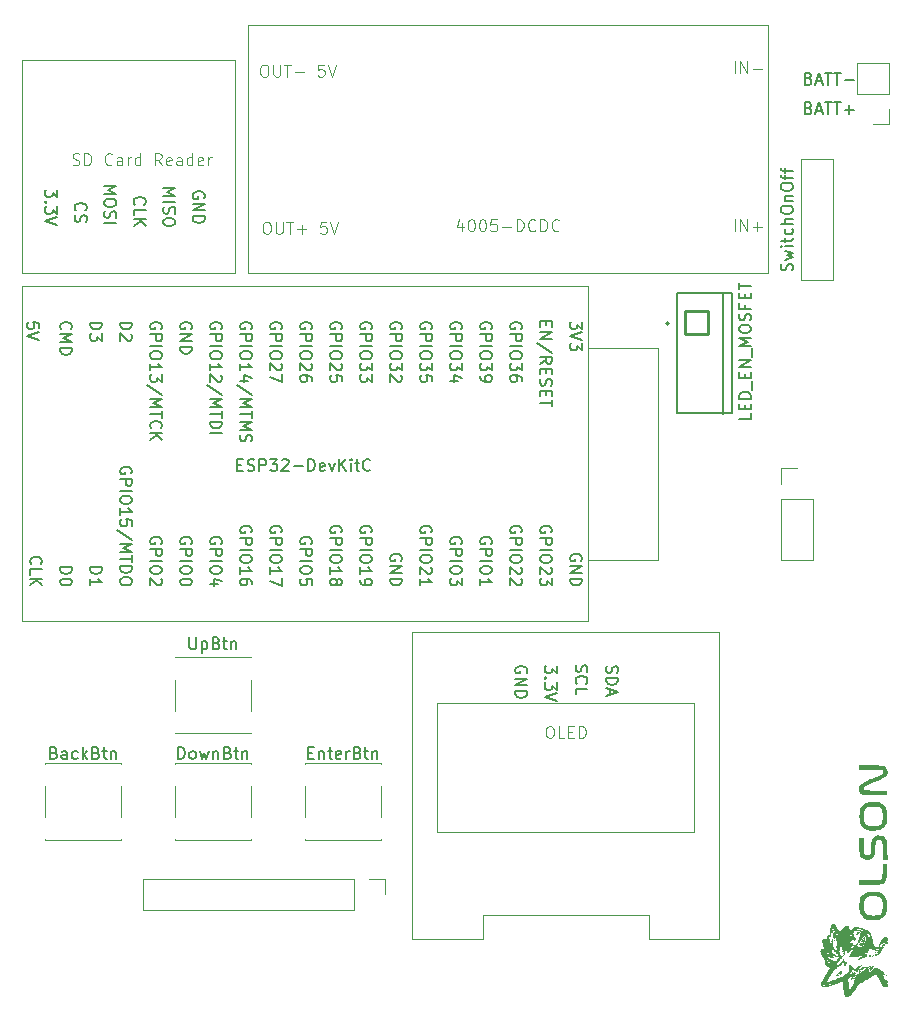
<source format=gto>
G04 #@! TF.GenerationSoftware,KiCad,Pcbnew,9.0.0*
G04 #@! TF.CreationDate,2025-04-11T21:54:49+02:00*
G04 #@! TF.ProjectId,eConBadge,65436f6e-4261-4646-9765-2e6b69636164,rev?*
G04 #@! TF.SameCoordinates,Original*
G04 #@! TF.FileFunction,Legend,Top*
G04 #@! TF.FilePolarity,Positive*
%FSLAX46Y46*%
G04 Gerber Fmt 4.6, Leading zero omitted, Abs format (unit mm)*
G04 Created by KiCad (PCBNEW 9.0.0) date 2025-04-11 21:54:49*
%MOMM*%
%LPD*%
G01*
G04 APERTURE LIST*
G04 Aperture macros list*
%AMRoundRect*
0 Rectangle with rounded corners*
0 $1 Rounding radius*
0 $2 $3 $4 $5 $6 $7 $8 $9 X,Y pos of 4 corners*
0 Add a 4 corners polygon primitive as box body*
4,1,4,$2,$3,$4,$5,$6,$7,$8,$9,$2,$3,0*
0 Add four circle primitives for the rounded corners*
1,1,$1+$1,$2,$3*
1,1,$1+$1,$4,$5*
1,1,$1+$1,$6,$7*
1,1,$1+$1,$8,$9*
0 Add four rect primitives between the rounded corners*
20,1,$1+$1,$2,$3,$4,$5,0*
20,1,$1+$1,$4,$5,$6,$7,0*
20,1,$1+$1,$6,$7,$8,$9,0*
20,1,$1+$1,$8,$9,$2,$3,0*%
G04 Aperture macros list end*
%ADD10C,0.150000*%
%ADD11C,0.100000*%
%ADD12C,0.120000*%
%ADD13C,0.000000*%
%ADD14C,0.127000*%
%ADD15C,0.200000*%
%ADD16C,1.400000*%
%ADD17C,1.550000*%
%ADD18C,1.600000*%
%ADD19RoundRect,0.102000X-0.990000X0.990000X-0.990000X-0.990000X0.990000X-0.990000X0.990000X0.990000X0*%
%ADD20C,2.184000*%
%ADD21R,1.700000X1.700000*%
%ADD22O,1.700000X1.700000*%
%ADD23R,1.500000X1.500000*%
%ADD24R,1.200000X2.000000*%
%ADD25O,1.200000X2.000000*%
%ADD26O,1.400000X1.400000*%
G04 APERTURE END LIST*
D10*
X127725419Y-31908207D02*
X127677800Y-31860588D01*
X127677800Y-31860588D02*
X127630180Y-31717731D01*
X127630180Y-31717731D02*
X127630180Y-31622493D01*
X127630180Y-31622493D02*
X127677800Y-31479636D01*
X127677800Y-31479636D02*
X127773038Y-31384398D01*
X127773038Y-31384398D02*
X127868276Y-31336779D01*
X127868276Y-31336779D02*
X128058752Y-31289160D01*
X128058752Y-31289160D02*
X128201609Y-31289160D01*
X128201609Y-31289160D02*
X128392085Y-31336779D01*
X128392085Y-31336779D02*
X128487323Y-31384398D01*
X128487323Y-31384398D02*
X128582561Y-31479636D01*
X128582561Y-31479636D02*
X128630180Y-31622493D01*
X128630180Y-31622493D02*
X128630180Y-31717731D01*
X128630180Y-31717731D02*
X128582561Y-31860588D01*
X128582561Y-31860588D02*
X128534942Y-31908207D01*
X127677800Y-32289160D02*
X127630180Y-32432017D01*
X127630180Y-32432017D02*
X127630180Y-32670112D01*
X127630180Y-32670112D02*
X127677800Y-32765350D01*
X127677800Y-32765350D02*
X127725419Y-32812969D01*
X127725419Y-32812969D02*
X127820657Y-32860588D01*
X127820657Y-32860588D02*
X127915895Y-32860588D01*
X127915895Y-32860588D02*
X128011133Y-32812969D01*
X128011133Y-32812969D02*
X128058752Y-32765350D01*
X128058752Y-32765350D02*
X128106371Y-32670112D01*
X128106371Y-32670112D02*
X128153990Y-32479636D01*
X128153990Y-32479636D02*
X128201609Y-32384398D01*
X128201609Y-32384398D02*
X128249228Y-32336779D01*
X128249228Y-32336779D02*
X128344466Y-32289160D01*
X128344466Y-32289160D02*
X128439704Y-32289160D01*
X128439704Y-32289160D02*
X128534942Y-32336779D01*
X128534942Y-32336779D02*
X128582561Y-32384398D01*
X128582561Y-32384398D02*
X128630180Y-32479636D01*
X128630180Y-32479636D02*
X128630180Y-32717731D01*
X128630180Y-32717731D02*
X128582561Y-32860588D01*
X189761904Y-23231009D02*
X189904761Y-23278628D01*
X189904761Y-23278628D02*
X189952380Y-23326247D01*
X189952380Y-23326247D02*
X189999999Y-23421485D01*
X189999999Y-23421485D02*
X189999999Y-23564342D01*
X189999999Y-23564342D02*
X189952380Y-23659580D01*
X189952380Y-23659580D02*
X189904761Y-23707200D01*
X189904761Y-23707200D02*
X189809523Y-23754819D01*
X189809523Y-23754819D02*
X189428571Y-23754819D01*
X189428571Y-23754819D02*
X189428571Y-22754819D01*
X189428571Y-22754819D02*
X189761904Y-22754819D01*
X189761904Y-22754819D02*
X189857142Y-22802438D01*
X189857142Y-22802438D02*
X189904761Y-22850057D01*
X189904761Y-22850057D02*
X189952380Y-22945295D01*
X189952380Y-22945295D02*
X189952380Y-23040533D01*
X189952380Y-23040533D02*
X189904761Y-23135771D01*
X189904761Y-23135771D02*
X189857142Y-23183390D01*
X189857142Y-23183390D02*
X189761904Y-23231009D01*
X189761904Y-23231009D02*
X189428571Y-23231009D01*
X190380952Y-23469104D02*
X190857142Y-23469104D01*
X190285714Y-23754819D02*
X190619047Y-22754819D01*
X190619047Y-22754819D02*
X190952380Y-23754819D01*
X191142857Y-22754819D02*
X191714285Y-22754819D01*
X191428571Y-23754819D02*
X191428571Y-22754819D01*
X191904762Y-22754819D02*
X192476190Y-22754819D01*
X192190476Y-23754819D02*
X192190476Y-22754819D01*
X192809524Y-23373866D02*
X193571429Y-23373866D01*
X193190476Y-23754819D02*
X193190476Y-22992914D01*
X135130180Y-30036779D02*
X136130180Y-30036779D01*
X136130180Y-30036779D02*
X135415895Y-30370112D01*
X135415895Y-30370112D02*
X136130180Y-30703445D01*
X136130180Y-30703445D02*
X135130180Y-30703445D01*
X135130180Y-31179636D02*
X136130180Y-31179636D01*
X135177800Y-31608207D02*
X135130180Y-31751064D01*
X135130180Y-31751064D02*
X135130180Y-31989159D01*
X135130180Y-31989159D02*
X135177800Y-32084397D01*
X135177800Y-32084397D02*
X135225419Y-32132016D01*
X135225419Y-32132016D02*
X135320657Y-32179635D01*
X135320657Y-32179635D02*
X135415895Y-32179635D01*
X135415895Y-32179635D02*
X135511133Y-32132016D01*
X135511133Y-32132016D02*
X135558752Y-32084397D01*
X135558752Y-32084397D02*
X135606371Y-31989159D01*
X135606371Y-31989159D02*
X135653990Y-31798683D01*
X135653990Y-31798683D02*
X135701609Y-31703445D01*
X135701609Y-31703445D02*
X135749228Y-31655826D01*
X135749228Y-31655826D02*
X135844466Y-31608207D01*
X135844466Y-31608207D02*
X135939704Y-31608207D01*
X135939704Y-31608207D02*
X136034942Y-31655826D01*
X136034942Y-31655826D02*
X136082561Y-31703445D01*
X136082561Y-31703445D02*
X136130180Y-31798683D01*
X136130180Y-31798683D02*
X136130180Y-32036778D01*
X136130180Y-32036778D02*
X136082561Y-32179635D01*
X136130180Y-32798683D02*
X136130180Y-32989159D01*
X136130180Y-32989159D02*
X136082561Y-33084397D01*
X136082561Y-33084397D02*
X135987323Y-33179635D01*
X135987323Y-33179635D02*
X135796847Y-33227254D01*
X135796847Y-33227254D02*
X135463514Y-33227254D01*
X135463514Y-33227254D02*
X135273038Y-33179635D01*
X135273038Y-33179635D02*
X135177800Y-33084397D01*
X135177800Y-33084397D02*
X135130180Y-32989159D01*
X135130180Y-32989159D02*
X135130180Y-32798683D01*
X135130180Y-32798683D02*
X135177800Y-32703445D01*
X135177800Y-32703445D02*
X135273038Y-32608207D01*
X135273038Y-32608207D02*
X135463514Y-32560588D01*
X135463514Y-32560588D02*
X135796847Y-32560588D01*
X135796847Y-32560588D02*
X135987323Y-32608207D01*
X135987323Y-32608207D02*
X136082561Y-32703445D01*
X136082561Y-32703445D02*
X136130180Y-32798683D01*
X138582561Y-30860588D02*
X138630180Y-30765350D01*
X138630180Y-30765350D02*
X138630180Y-30622493D01*
X138630180Y-30622493D02*
X138582561Y-30479636D01*
X138582561Y-30479636D02*
X138487323Y-30384398D01*
X138487323Y-30384398D02*
X138392085Y-30336779D01*
X138392085Y-30336779D02*
X138201609Y-30289160D01*
X138201609Y-30289160D02*
X138058752Y-30289160D01*
X138058752Y-30289160D02*
X137868276Y-30336779D01*
X137868276Y-30336779D02*
X137773038Y-30384398D01*
X137773038Y-30384398D02*
X137677800Y-30479636D01*
X137677800Y-30479636D02*
X137630180Y-30622493D01*
X137630180Y-30622493D02*
X137630180Y-30717731D01*
X137630180Y-30717731D02*
X137677800Y-30860588D01*
X137677800Y-30860588D02*
X137725419Y-30908207D01*
X137725419Y-30908207D02*
X138058752Y-30908207D01*
X138058752Y-30908207D02*
X138058752Y-30717731D01*
X137630180Y-31336779D02*
X138630180Y-31336779D01*
X138630180Y-31336779D02*
X137630180Y-31908207D01*
X137630180Y-31908207D02*
X138630180Y-31908207D01*
X137630180Y-32384398D02*
X138630180Y-32384398D01*
X138630180Y-32384398D02*
X138630180Y-32622493D01*
X138630180Y-32622493D02*
X138582561Y-32765350D01*
X138582561Y-32765350D02*
X138487323Y-32860588D01*
X138487323Y-32860588D02*
X138392085Y-32908207D01*
X138392085Y-32908207D02*
X138201609Y-32955826D01*
X138201609Y-32955826D02*
X138058752Y-32955826D01*
X138058752Y-32955826D02*
X137868276Y-32908207D01*
X137868276Y-32908207D02*
X137773038Y-32860588D01*
X137773038Y-32860588D02*
X137677800Y-32765350D01*
X137677800Y-32765350D02*
X137630180Y-32622493D01*
X137630180Y-32622493D02*
X137630180Y-32384398D01*
X170077800Y-70389160D02*
X170030180Y-70532017D01*
X170030180Y-70532017D02*
X170030180Y-70770112D01*
X170030180Y-70770112D02*
X170077800Y-70865350D01*
X170077800Y-70865350D02*
X170125419Y-70912969D01*
X170125419Y-70912969D02*
X170220657Y-70960588D01*
X170220657Y-70960588D02*
X170315895Y-70960588D01*
X170315895Y-70960588D02*
X170411133Y-70912969D01*
X170411133Y-70912969D02*
X170458752Y-70865350D01*
X170458752Y-70865350D02*
X170506371Y-70770112D01*
X170506371Y-70770112D02*
X170553990Y-70579636D01*
X170553990Y-70579636D02*
X170601609Y-70484398D01*
X170601609Y-70484398D02*
X170649228Y-70436779D01*
X170649228Y-70436779D02*
X170744466Y-70389160D01*
X170744466Y-70389160D02*
X170839704Y-70389160D01*
X170839704Y-70389160D02*
X170934942Y-70436779D01*
X170934942Y-70436779D02*
X170982561Y-70484398D01*
X170982561Y-70484398D02*
X171030180Y-70579636D01*
X171030180Y-70579636D02*
X171030180Y-70817731D01*
X171030180Y-70817731D02*
X170982561Y-70960588D01*
X170125419Y-71960588D02*
X170077800Y-71912969D01*
X170077800Y-71912969D02*
X170030180Y-71770112D01*
X170030180Y-71770112D02*
X170030180Y-71674874D01*
X170030180Y-71674874D02*
X170077800Y-71532017D01*
X170077800Y-71532017D02*
X170173038Y-71436779D01*
X170173038Y-71436779D02*
X170268276Y-71389160D01*
X170268276Y-71389160D02*
X170458752Y-71341541D01*
X170458752Y-71341541D02*
X170601609Y-71341541D01*
X170601609Y-71341541D02*
X170792085Y-71389160D01*
X170792085Y-71389160D02*
X170887323Y-71436779D01*
X170887323Y-71436779D02*
X170982561Y-71532017D01*
X170982561Y-71532017D02*
X171030180Y-71674874D01*
X171030180Y-71674874D02*
X171030180Y-71770112D01*
X171030180Y-71770112D02*
X170982561Y-71912969D01*
X170982561Y-71912969D02*
X170934942Y-71960588D01*
X170030180Y-72865350D02*
X170030180Y-72389160D01*
X170030180Y-72389160D02*
X171030180Y-72389160D01*
X168430180Y-70441541D02*
X168430180Y-71060588D01*
X168430180Y-71060588D02*
X168049228Y-70727255D01*
X168049228Y-70727255D02*
X168049228Y-70870112D01*
X168049228Y-70870112D02*
X168001609Y-70965350D01*
X168001609Y-70965350D02*
X167953990Y-71012969D01*
X167953990Y-71012969D02*
X167858752Y-71060588D01*
X167858752Y-71060588D02*
X167620657Y-71060588D01*
X167620657Y-71060588D02*
X167525419Y-71012969D01*
X167525419Y-71012969D02*
X167477800Y-70965350D01*
X167477800Y-70965350D02*
X167430180Y-70870112D01*
X167430180Y-70870112D02*
X167430180Y-70584398D01*
X167430180Y-70584398D02*
X167477800Y-70489160D01*
X167477800Y-70489160D02*
X167525419Y-70441541D01*
X167525419Y-71489160D02*
X167477800Y-71536779D01*
X167477800Y-71536779D02*
X167430180Y-71489160D01*
X167430180Y-71489160D02*
X167477800Y-71441541D01*
X167477800Y-71441541D02*
X167525419Y-71489160D01*
X167525419Y-71489160D02*
X167430180Y-71489160D01*
X168430180Y-71870112D02*
X168430180Y-72489159D01*
X168430180Y-72489159D02*
X168049228Y-72155826D01*
X168049228Y-72155826D02*
X168049228Y-72298683D01*
X168049228Y-72298683D02*
X168001609Y-72393921D01*
X168001609Y-72393921D02*
X167953990Y-72441540D01*
X167953990Y-72441540D02*
X167858752Y-72489159D01*
X167858752Y-72489159D02*
X167620657Y-72489159D01*
X167620657Y-72489159D02*
X167525419Y-72441540D01*
X167525419Y-72441540D02*
X167477800Y-72393921D01*
X167477800Y-72393921D02*
X167430180Y-72298683D01*
X167430180Y-72298683D02*
X167430180Y-72012969D01*
X167430180Y-72012969D02*
X167477800Y-71917731D01*
X167477800Y-71917731D02*
X167525419Y-71870112D01*
X168430180Y-72774874D02*
X167430180Y-73108207D01*
X167430180Y-73108207D02*
X168430180Y-73441540D01*
X165882561Y-71060588D02*
X165930180Y-70965350D01*
X165930180Y-70965350D02*
X165930180Y-70822493D01*
X165930180Y-70822493D02*
X165882561Y-70679636D01*
X165882561Y-70679636D02*
X165787323Y-70584398D01*
X165787323Y-70584398D02*
X165692085Y-70536779D01*
X165692085Y-70536779D02*
X165501609Y-70489160D01*
X165501609Y-70489160D02*
X165358752Y-70489160D01*
X165358752Y-70489160D02*
X165168276Y-70536779D01*
X165168276Y-70536779D02*
X165073038Y-70584398D01*
X165073038Y-70584398D02*
X164977800Y-70679636D01*
X164977800Y-70679636D02*
X164930180Y-70822493D01*
X164930180Y-70822493D02*
X164930180Y-70917731D01*
X164930180Y-70917731D02*
X164977800Y-71060588D01*
X164977800Y-71060588D02*
X165025419Y-71108207D01*
X165025419Y-71108207D02*
X165358752Y-71108207D01*
X165358752Y-71108207D02*
X165358752Y-70917731D01*
X164930180Y-71536779D02*
X165930180Y-71536779D01*
X165930180Y-71536779D02*
X164930180Y-72108207D01*
X164930180Y-72108207D02*
X165930180Y-72108207D01*
X164930180Y-72584398D02*
X165930180Y-72584398D01*
X165930180Y-72584398D02*
X165930180Y-72822493D01*
X165930180Y-72822493D02*
X165882561Y-72965350D01*
X165882561Y-72965350D02*
X165787323Y-73060588D01*
X165787323Y-73060588D02*
X165692085Y-73108207D01*
X165692085Y-73108207D02*
X165501609Y-73155826D01*
X165501609Y-73155826D02*
X165358752Y-73155826D01*
X165358752Y-73155826D02*
X165168276Y-73108207D01*
X165168276Y-73108207D02*
X165073038Y-73060588D01*
X165073038Y-73060588D02*
X164977800Y-72965350D01*
X164977800Y-72965350D02*
X164930180Y-72822493D01*
X164930180Y-72822493D02*
X164930180Y-72584398D01*
X130130180Y-29836779D02*
X131130180Y-29836779D01*
X131130180Y-29836779D02*
X130415895Y-30170112D01*
X130415895Y-30170112D02*
X131130180Y-30503445D01*
X131130180Y-30503445D02*
X130130180Y-30503445D01*
X131130180Y-31170112D02*
X131130180Y-31360588D01*
X131130180Y-31360588D02*
X131082561Y-31455826D01*
X131082561Y-31455826D02*
X130987323Y-31551064D01*
X130987323Y-31551064D02*
X130796847Y-31598683D01*
X130796847Y-31598683D02*
X130463514Y-31598683D01*
X130463514Y-31598683D02*
X130273038Y-31551064D01*
X130273038Y-31551064D02*
X130177800Y-31455826D01*
X130177800Y-31455826D02*
X130130180Y-31360588D01*
X130130180Y-31360588D02*
X130130180Y-31170112D01*
X130130180Y-31170112D02*
X130177800Y-31074874D01*
X130177800Y-31074874D02*
X130273038Y-30979636D01*
X130273038Y-30979636D02*
X130463514Y-30932017D01*
X130463514Y-30932017D02*
X130796847Y-30932017D01*
X130796847Y-30932017D02*
X130987323Y-30979636D01*
X130987323Y-30979636D02*
X131082561Y-31074874D01*
X131082561Y-31074874D02*
X131130180Y-31170112D01*
X130177800Y-31979636D02*
X130130180Y-32122493D01*
X130130180Y-32122493D02*
X130130180Y-32360588D01*
X130130180Y-32360588D02*
X130177800Y-32455826D01*
X130177800Y-32455826D02*
X130225419Y-32503445D01*
X130225419Y-32503445D02*
X130320657Y-32551064D01*
X130320657Y-32551064D02*
X130415895Y-32551064D01*
X130415895Y-32551064D02*
X130511133Y-32503445D01*
X130511133Y-32503445D02*
X130558752Y-32455826D01*
X130558752Y-32455826D02*
X130606371Y-32360588D01*
X130606371Y-32360588D02*
X130653990Y-32170112D01*
X130653990Y-32170112D02*
X130701609Y-32074874D01*
X130701609Y-32074874D02*
X130749228Y-32027255D01*
X130749228Y-32027255D02*
X130844466Y-31979636D01*
X130844466Y-31979636D02*
X130939704Y-31979636D01*
X130939704Y-31979636D02*
X131034942Y-32027255D01*
X131034942Y-32027255D02*
X131082561Y-32074874D01*
X131082561Y-32074874D02*
X131130180Y-32170112D01*
X131130180Y-32170112D02*
X131130180Y-32408207D01*
X131130180Y-32408207D02*
X131082561Y-32551064D01*
X130130180Y-32979636D02*
X131130180Y-32979636D01*
X126130180Y-30141541D02*
X126130180Y-30760588D01*
X126130180Y-30760588D02*
X125749228Y-30427255D01*
X125749228Y-30427255D02*
X125749228Y-30570112D01*
X125749228Y-30570112D02*
X125701609Y-30665350D01*
X125701609Y-30665350D02*
X125653990Y-30712969D01*
X125653990Y-30712969D02*
X125558752Y-30760588D01*
X125558752Y-30760588D02*
X125320657Y-30760588D01*
X125320657Y-30760588D02*
X125225419Y-30712969D01*
X125225419Y-30712969D02*
X125177800Y-30665350D01*
X125177800Y-30665350D02*
X125130180Y-30570112D01*
X125130180Y-30570112D02*
X125130180Y-30284398D01*
X125130180Y-30284398D02*
X125177800Y-30189160D01*
X125177800Y-30189160D02*
X125225419Y-30141541D01*
X125225419Y-31189160D02*
X125177800Y-31236779D01*
X125177800Y-31236779D02*
X125130180Y-31189160D01*
X125130180Y-31189160D02*
X125177800Y-31141541D01*
X125177800Y-31141541D02*
X125225419Y-31189160D01*
X125225419Y-31189160D02*
X125130180Y-31189160D01*
X126130180Y-31570112D02*
X126130180Y-32189159D01*
X126130180Y-32189159D02*
X125749228Y-31855826D01*
X125749228Y-31855826D02*
X125749228Y-31998683D01*
X125749228Y-31998683D02*
X125701609Y-32093921D01*
X125701609Y-32093921D02*
X125653990Y-32141540D01*
X125653990Y-32141540D02*
X125558752Y-32189159D01*
X125558752Y-32189159D02*
X125320657Y-32189159D01*
X125320657Y-32189159D02*
X125225419Y-32141540D01*
X125225419Y-32141540D02*
X125177800Y-32093921D01*
X125177800Y-32093921D02*
X125130180Y-31998683D01*
X125130180Y-31998683D02*
X125130180Y-31712969D01*
X125130180Y-31712969D02*
X125177800Y-31617731D01*
X125177800Y-31617731D02*
X125225419Y-31570112D01*
X126130180Y-32474874D02*
X125130180Y-32808207D01*
X125130180Y-32808207D02*
X126130180Y-33141540D01*
X132725419Y-31408207D02*
X132677800Y-31360588D01*
X132677800Y-31360588D02*
X132630180Y-31217731D01*
X132630180Y-31217731D02*
X132630180Y-31122493D01*
X132630180Y-31122493D02*
X132677800Y-30979636D01*
X132677800Y-30979636D02*
X132773038Y-30884398D01*
X132773038Y-30884398D02*
X132868276Y-30836779D01*
X132868276Y-30836779D02*
X133058752Y-30789160D01*
X133058752Y-30789160D02*
X133201609Y-30789160D01*
X133201609Y-30789160D02*
X133392085Y-30836779D01*
X133392085Y-30836779D02*
X133487323Y-30884398D01*
X133487323Y-30884398D02*
X133582561Y-30979636D01*
X133582561Y-30979636D02*
X133630180Y-31122493D01*
X133630180Y-31122493D02*
X133630180Y-31217731D01*
X133630180Y-31217731D02*
X133582561Y-31360588D01*
X133582561Y-31360588D02*
X133534942Y-31408207D01*
X132630180Y-32312969D02*
X132630180Y-31836779D01*
X132630180Y-31836779D02*
X133630180Y-31836779D01*
X132630180Y-32646303D02*
X133630180Y-32646303D01*
X132630180Y-33217731D02*
X133201609Y-32789160D01*
X133630180Y-33217731D02*
X133058752Y-32646303D01*
X172677800Y-70489160D02*
X172630180Y-70632017D01*
X172630180Y-70632017D02*
X172630180Y-70870112D01*
X172630180Y-70870112D02*
X172677800Y-70965350D01*
X172677800Y-70965350D02*
X172725419Y-71012969D01*
X172725419Y-71012969D02*
X172820657Y-71060588D01*
X172820657Y-71060588D02*
X172915895Y-71060588D01*
X172915895Y-71060588D02*
X173011133Y-71012969D01*
X173011133Y-71012969D02*
X173058752Y-70965350D01*
X173058752Y-70965350D02*
X173106371Y-70870112D01*
X173106371Y-70870112D02*
X173153990Y-70679636D01*
X173153990Y-70679636D02*
X173201609Y-70584398D01*
X173201609Y-70584398D02*
X173249228Y-70536779D01*
X173249228Y-70536779D02*
X173344466Y-70489160D01*
X173344466Y-70489160D02*
X173439704Y-70489160D01*
X173439704Y-70489160D02*
X173534942Y-70536779D01*
X173534942Y-70536779D02*
X173582561Y-70584398D01*
X173582561Y-70584398D02*
X173630180Y-70679636D01*
X173630180Y-70679636D02*
X173630180Y-70917731D01*
X173630180Y-70917731D02*
X173582561Y-71060588D01*
X172630180Y-71489160D02*
X173630180Y-71489160D01*
X173630180Y-71489160D02*
X173630180Y-71727255D01*
X173630180Y-71727255D02*
X173582561Y-71870112D01*
X173582561Y-71870112D02*
X173487323Y-71965350D01*
X173487323Y-71965350D02*
X173392085Y-72012969D01*
X173392085Y-72012969D02*
X173201609Y-72060588D01*
X173201609Y-72060588D02*
X173058752Y-72060588D01*
X173058752Y-72060588D02*
X172868276Y-72012969D01*
X172868276Y-72012969D02*
X172773038Y-71965350D01*
X172773038Y-71965350D02*
X172677800Y-71870112D01*
X172677800Y-71870112D02*
X172630180Y-71727255D01*
X172630180Y-71727255D02*
X172630180Y-71489160D01*
X172915895Y-72441541D02*
X172915895Y-72917731D01*
X172630180Y-72346303D02*
X173630180Y-72679636D01*
X173630180Y-72679636D02*
X172630180Y-73012969D01*
X125867618Y-77831009D02*
X126010475Y-77878628D01*
X126010475Y-77878628D02*
X126058094Y-77926247D01*
X126058094Y-77926247D02*
X126105713Y-78021485D01*
X126105713Y-78021485D02*
X126105713Y-78164342D01*
X126105713Y-78164342D02*
X126058094Y-78259580D01*
X126058094Y-78259580D02*
X126010475Y-78307200D01*
X126010475Y-78307200D02*
X125915237Y-78354819D01*
X125915237Y-78354819D02*
X125534285Y-78354819D01*
X125534285Y-78354819D02*
X125534285Y-77354819D01*
X125534285Y-77354819D02*
X125867618Y-77354819D01*
X125867618Y-77354819D02*
X125962856Y-77402438D01*
X125962856Y-77402438D02*
X126010475Y-77450057D01*
X126010475Y-77450057D02*
X126058094Y-77545295D01*
X126058094Y-77545295D02*
X126058094Y-77640533D01*
X126058094Y-77640533D02*
X126010475Y-77735771D01*
X126010475Y-77735771D02*
X125962856Y-77783390D01*
X125962856Y-77783390D02*
X125867618Y-77831009D01*
X125867618Y-77831009D02*
X125534285Y-77831009D01*
X126962856Y-78354819D02*
X126962856Y-77831009D01*
X126962856Y-77831009D02*
X126915237Y-77735771D01*
X126915237Y-77735771D02*
X126819999Y-77688152D01*
X126819999Y-77688152D02*
X126629523Y-77688152D01*
X126629523Y-77688152D02*
X126534285Y-77735771D01*
X126962856Y-78307200D02*
X126867618Y-78354819D01*
X126867618Y-78354819D02*
X126629523Y-78354819D01*
X126629523Y-78354819D02*
X126534285Y-78307200D01*
X126534285Y-78307200D02*
X126486666Y-78211961D01*
X126486666Y-78211961D02*
X126486666Y-78116723D01*
X126486666Y-78116723D02*
X126534285Y-78021485D01*
X126534285Y-78021485D02*
X126629523Y-77973866D01*
X126629523Y-77973866D02*
X126867618Y-77973866D01*
X126867618Y-77973866D02*
X126962856Y-77926247D01*
X127867618Y-78307200D02*
X127772380Y-78354819D01*
X127772380Y-78354819D02*
X127581904Y-78354819D01*
X127581904Y-78354819D02*
X127486666Y-78307200D01*
X127486666Y-78307200D02*
X127439047Y-78259580D01*
X127439047Y-78259580D02*
X127391428Y-78164342D01*
X127391428Y-78164342D02*
X127391428Y-77878628D01*
X127391428Y-77878628D02*
X127439047Y-77783390D01*
X127439047Y-77783390D02*
X127486666Y-77735771D01*
X127486666Y-77735771D02*
X127581904Y-77688152D01*
X127581904Y-77688152D02*
X127772380Y-77688152D01*
X127772380Y-77688152D02*
X127867618Y-77735771D01*
X128296190Y-78354819D02*
X128296190Y-77354819D01*
X128391428Y-77973866D02*
X128677142Y-78354819D01*
X128677142Y-77688152D02*
X128296190Y-78069104D01*
X129439047Y-77831009D02*
X129581904Y-77878628D01*
X129581904Y-77878628D02*
X129629523Y-77926247D01*
X129629523Y-77926247D02*
X129677142Y-78021485D01*
X129677142Y-78021485D02*
X129677142Y-78164342D01*
X129677142Y-78164342D02*
X129629523Y-78259580D01*
X129629523Y-78259580D02*
X129581904Y-78307200D01*
X129581904Y-78307200D02*
X129486666Y-78354819D01*
X129486666Y-78354819D02*
X129105714Y-78354819D01*
X129105714Y-78354819D02*
X129105714Y-77354819D01*
X129105714Y-77354819D02*
X129439047Y-77354819D01*
X129439047Y-77354819D02*
X129534285Y-77402438D01*
X129534285Y-77402438D02*
X129581904Y-77450057D01*
X129581904Y-77450057D02*
X129629523Y-77545295D01*
X129629523Y-77545295D02*
X129629523Y-77640533D01*
X129629523Y-77640533D02*
X129581904Y-77735771D01*
X129581904Y-77735771D02*
X129534285Y-77783390D01*
X129534285Y-77783390D02*
X129439047Y-77831009D01*
X129439047Y-77831009D02*
X129105714Y-77831009D01*
X129962857Y-77688152D02*
X130343809Y-77688152D01*
X130105714Y-77354819D02*
X130105714Y-78211961D01*
X130105714Y-78211961D02*
X130153333Y-78307200D01*
X130153333Y-78307200D02*
X130248571Y-78354819D01*
X130248571Y-78354819D02*
X130343809Y-78354819D01*
X130677143Y-77688152D02*
X130677143Y-78354819D01*
X130677143Y-77783390D02*
X130724762Y-77735771D01*
X130724762Y-77735771D02*
X130820000Y-77688152D01*
X130820000Y-77688152D02*
X130962857Y-77688152D01*
X130962857Y-77688152D02*
X131058095Y-77735771D01*
X131058095Y-77735771D02*
X131105714Y-77831009D01*
X131105714Y-77831009D02*
X131105714Y-78354819D01*
D11*
X167757619Y-75557419D02*
X167948095Y-75557419D01*
X167948095Y-75557419D02*
X168043333Y-75605038D01*
X168043333Y-75605038D02*
X168138571Y-75700276D01*
X168138571Y-75700276D02*
X168186190Y-75890752D01*
X168186190Y-75890752D02*
X168186190Y-76224085D01*
X168186190Y-76224085D02*
X168138571Y-76414561D01*
X168138571Y-76414561D02*
X168043333Y-76509800D01*
X168043333Y-76509800D02*
X167948095Y-76557419D01*
X167948095Y-76557419D02*
X167757619Y-76557419D01*
X167757619Y-76557419D02*
X167662381Y-76509800D01*
X167662381Y-76509800D02*
X167567143Y-76414561D01*
X167567143Y-76414561D02*
X167519524Y-76224085D01*
X167519524Y-76224085D02*
X167519524Y-75890752D01*
X167519524Y-75890752D02*
X167567143Y-75700276D01*
X167567143Y-75700276D02*
X167662381Y-75605038D01*
X167662381Y-75605038D02*
X167757619Y-75557419D01*
X169090952Y-76557419D02*
X168614762Y-76557419D01*
X168614762Y-76557419D02*
X168614762Y-75557419D01*
X169424286Y-76033609D02*
X169757619Y-76033609D01*
X169900476Y-76557419D02*
X169424286Y-76557419D01*
X169424286Y-76557419D02*
X169424286Y-75557419D01*
X169424286Y-75557419D02*
X169900476Y-75557419D01*
X170329048Y-76557419D02*
X170329048Y-75557419D01*
X170329048Y-75557419D02*
X170567143Y-75557419D01*
X170567143Y-75557419D02*
X170710000Y-75605038D01*
X170710000Y-75605038D02*
X170805238Y-75700276D01*
X170805238Y-75700276D02*
X170852857Y-75795514D01*
X170852857Y-75795514D02*
X170900476Y-75985990D01*
X170900476Y-75985990D02*
X170900476Y-76128847D01*
X170900476Y-76128847D02*
X170852857Y-76319323D01*
X170852857Y-76319323D02*
X170805238Y-76414561D01*
X170805238Y-76414561D02*
X170710000Y-76509800D01*
X170710000Y-76509800D02*
X170567143Y-76557419D01*
X170567143Y-76557419D02*
X170329048Y-76557419D01*
D10*
X184877319Y-49069286D02*
X184877319Y-49545476D01*
X184877319Y-49545476D02*
X183877319Y-49545476D01*
X184353509Y-48735952D02*
X184353509Y-48402619D01*
X184877319Y-48259762D02*
X184877319Y-48735952D01*
X184877319Y-48735952D02*
X183877319Y-48735952D01*
X183877319Y-48735952D02*
X183877319Y-48259762D01*
X184877319Y-47831190D02*
X183877319Y-47831190D01*
X183877319Y-47831190D02*
X183877319Y-47593095D01*
X183877319Y-47593095D02*
X183924938Y-47450238D01*
X183924938Y-47450238D02*
X184020176Y-47355000D01*
X184020176Y-47355000D02*
X184115414Y-47307381D01*
X184115414Y-47307381D02*
X184305890Y-47259762D01*
X184305890Y-47259762D02*
X184448747Y-47259762D01*
X184448747Y-47259762D02*
X184639223Y-47307381D01*
X184639223Y-47307381D02*
X184734461Y-47355000D01*
X184734461Y-47355000D02*
X184829700Y-47450238D01*
X184829700Y-47450238D02*
X184877319Y-47593095D01*
X184877319Y-47593095D02*
X184877319Y-47831190D01*
X184972557Y-47069286D02*
X184972557Y-46307381D01*
X184353509Y-46069285D02*
X184353509Y-45735952D01*
X184877319Y-45593095D02*
X184877319Y-46069285D01*
X184877319Y-46069285D02*
X183877319Y-46069285D01*
X183877319Y-46069285D02*
X183877319Y-45593095D01*
X184877319Y-45164523D02*
X183877319Y-45164523D01*
X183877319Y-45164523D02*
X184877319Y-44593095D01*
X184877319Y-44593095D02*
X183877319Y-44593095D01*
X184972557Y-44355000D02*
X184972557Y-43593095D01*
X184877319Y-43354999D02*
X183877319Y-43354999D01*
X183877319Y-43354999D02*
X184591604Y-43021666D01*
X184591604Y-43021666D02*
X183877319Y-42688333D01*
X183877319Y-42688333D02*
X184877319Y-42688333D01*
X183877319Y-42021666D02*
X183877319Y-41831190D01*
X183877319Y-41831190D02*
X183924938Y-41735952D01*
X183924938Y-41735952D02*
X184020176Y-41640714D01*
X184020176Y-41640714D02*
X184210652Y-41593095D01*
X184210652Y-41593095D02*
X184543985Y-41593095D01*
X184543985Y-41593095D02*
X184734461Y-41640714D01*
X184734461Y-41640714D02*
X184829700Y-41735952D01*
X184829700Y-41735952D02*
X184877319Y-41831190D01*
X184877319Y-41831190D02*
X184877319Y-42021666D01*
X184877319Y-42021666D02*
X184829700Y-42116904D01*
X184829700Y-42116904D02*
X184734461Y-42212142D01*
X184734461Y-42212142D02*
X184543985Y-42259761D01*
X184543985Y-42259761D02*
X184210652Y-42259761D01*
X184210652Y-42259761D02*
X184020176Y-42212142D01*
X184020176Y-42212142D02*
X183924938Y-42116904D01*
X183924938Y-42116904D02*
X183877319Y-42021666D01*
X184829700Y-41212142D02*
X184877319Y-41069285D01*
X184877319Y-41069285D02*
X184877319Y-40831190D01*
X184877319Y-40831190D02*
X184829700Y-40735952D01*
X184829700Y-40735952D02*
X184782080Y-40688333D01*
X184782080Y-40688333D02*
X184686842Y-40640714D01*
X184686842Y-40640714D02*
X184591604Y-40640714D01*
X184591604Y-40640714D02*
X184496366Y-40688333D01*
X184496366Y-40688333D02*
X184448747Y-40735952D01*
X184448747Y-40735952D02*
X184401128Y-40831190D01*
X184401128Y-40831190D02*
X184353509Y-41021666D01*
X184353509Y-41021666D02*
X184305890Y-41116904D01*
X184305890Y-41116904D02*
X184258271Y-41164523D01*
X184258271Y-41164523D02*
X184163033Y-41212142D01*
X184163033Y-41212142D02*
X184067795Y-41212142D01*
X184067795Y-41212142D02*
X183972557Y-41164523D01*
X183972557Y-41164523D02*
X183924938Y-41116904D01*
X183924938Y-41116904D02*
X183877319Y-41021666D01*
X183877319Y-41021666D02*
X183877319Y-40783571D01*
X183877319Y-40783571D02*
X183924938Y-40640714D01*
X184353509Y-39878809D02*
X184353509Y-40212142D01*
X184877319Y-40212142D02*
X183877319Y-40212142D01*
X183877319Y-40212142D02*
X183877319Y-39735952D01*
X184353509Y-39354999D02*
X184353509Y-39021666D01*
X184877319Y-38878809D02*
X184877319Y-39354999D01*
X184877319Y-39354999D02*
X183877319Y-39354999D01*
X183877319Y-39354999D02*
X183877319Y-38878809D01*
X183877319Y-38593094D02*
X183877319Y-38021666D01*
X184877319Y-38307380D02*
X183877319Y-38307380D01*
D11*
X160442857Y-32990752D02*
X160442857Y-33657419D01*
X160204762Y-32609800D02*
X159966667Y-33324085D01*
X159966667Y-33324085D02*
X160585714Y-33324085D01*
X161157143Y-32657419D02*
X161252381Y-32657419D01*
X161252381Y-32657419D02*
X161347619Y-32705038D01*
X161347619Y-32705038D02*
X161395238Y-32752657D01*
X161395238Y-32752657D02*
X161442857Y-32847895D01*
X161442857Y-32847895D02*
X161490476Y-33038371D01*
X161490476Y-33038371D02*
X161490476Y-33276466D01*
X161490476Y-33276466D02*
X161442857Y-33466942D01*
X161442857Y-33466942D02*
X161395238Y-33562180D01*
X161395238Y-33562180D02*
X161347619Y-33609800D01*
X161347619Y-33609800D02*
X161252381Y-33657419D01*
X161252381Y-33657419D02*
X161157143Y-33657419D01*
X161157143Y-33657419D02*
X161061905Y-33609800D01*
X161061905Y-33609800D02*
X161014286Y-33562180D01*
X161014286Y-33562180D02*
X160966667Y-33466942D01*
X160966667Y-33466942D02*
X160919048Y-33276466D01*
X160919048Y-33276466D02*
X160919048Y-33038371D01*
X160919048Y-33038371D02*
X160966667Y-32847895D01*
X160966667Y-32847895D02*
X161014286Y-32752657D01*
X161014286Y-32752657D02*
X161061905Y-32705038D01*
X161061905Y-32705038D02*
X161157143Y-32657419D01*
X162109524Y-32657419D02*
X162204762Y-32657419D01*
X162204762Y-32657419D02*
X162300000Y-32705038D01*
X162300000Y-32705038D02*
X162347619Y-32752657D01*
X162347619Y-32752657D02*
X162395238Y-32847895D01*
X162395238Y-32847895D02*
X162442857Y-33038371D01*
X162442857Y-33038371D02*
X162442857Y-33276466D01*
X162442857Y-33276466D02*
X162395238Y-33466942D01*
X162395238Y-33466942D02*
X162347619Y-33562180D01*
X162347619Y-33562180D02*
X162300000Y-33609800D01*
X162300000Y-33609800D02*
X162204762Y-33657419D01*
X162204762Y-33657419D02*
X162109524Y-33657419D01*
X162109524Y-33657419D02*
X162014286Y-33609800D01*
X162014286Y-33609800D02*
X161966667Y-33562180D01*
X161966667Y-33562180D02*
X161919048Y-33466942D01*
X161919048Y-33466942D02*
X161871429Y-33276466D01*
X161871429Y-33276466D02*
X161871429Y-33038371D01*
X161871429Y-33038371D02*
X161919048Y-32847895D01*
X161919048Y-32847895D02*
X161966667Y-32752657D01*
X161966667Y-32752657D02*
X162014286Y-32705038D01*
X162014286Y-32705038D02*
X162109524Y-32657419D01*
X163347619Y-32657419D02*
X162871429Y-32657419D01*
X162871429Y-32657419D02*
X162823810Y-33133609D01*
X162823810Y-33133609D02*
X162871429Y-33085990D01*
X162871429Y-33085990D02*
X162966667Y-33038371D01*
X162966667Y-33038371D02*
X163204762Y-33038371D01*
X163204762Y-33038371D02*
X163300000Y-33085990D01*
X163300000Y-33085990D02*
X163347619Y-33133609D01*
X163347619Y-33133609D02*
X163395238Y-33228847D01*
X163395238Y-33228847D02*
X163395238Y-33466942D01*
X163395238Y-33466942D02*
X163347619Y-33562180D01*
X163347619Y-33562180D02*
X163300000Y-33609800D01*
X163300000Y-33609800D02*
X163204762Y-33657419D01*
X163204762Y-33657419D02*
X162966667Y-33657419D01*
X162966667Y-33657419D02*
X162871429Y-33609800D01*
X162871429Y-33609800D02*
X162823810Y-33562180D01*
X163823810Y-33276466D02*
X164585715Y-33276466D01*
X165061905Y-33657419D02*
X165061905Y-32657419D01*
X165061905Y-32657419D02*
X165300000Y-32657419D01*
X165300000Y-32657419D02*
X165442857Y-32705038D01*
X165442857Y-32705038D02*
X165538095Y-32800276D01*
X165538095Y-32800276D02*
X165585714Y-32895514D01*
X165585714Y-32895514D02*
X165633333Y-33085990D01*
X165633333Y-33085990D02*
X165633333Y-33228847D01*
X165633333Y-33228847D02*
X165585714Y-33419323D01*
X165585714Y-33419323D02*
X165538095Y-33514561D01*
X165538095Y-33514561D02*
X165442857Y-33609800D01*
X165442857Y-33609800D02*
X165300000Y-33657419D01*
X165300000Y-33657419D02*
X165061905Y-33657419D01*
X166633333Y-33562180D02*
X166585714Y-33609800D01*
X166585714Y-33609800D02*
X166442857Y-33657419D01*
X166442857Y-33657419D02*
X166347619Y-33657419D01*
X166347619Y-33657419D02*
X166204762Y-33609800D01*
X166204762Y-33609800D02*
X166109524Y-33514561D01*
X166109524Y-33514561D02*
X166061905Y-33419323D01*
X166061905Y-33419323D02*
X166014286Y-33228847D01*
X166014286Y-33228847D02*
X166014286Y-33085990D01*
X166014286Y-33085990D02*
X166061905Y-32895514D01*
X166061905Y-32895514D02*
X166109524Y-32800276D01*
X166109524Y-32800276D02*
X166204762Y-32705038D01*
X166204762Y-32705038D02*
X166347619Y-32657419D01*
X166347619Y-32657419D02*
X166442857Y-32657419D01*
X166442857Y-32657419D02*
X166585714Y-32705038D01*
X166585714Y-32705038D02*
X166633333Y-32752657D01*
X167061905Y-33657419D02*
X167061905Y-32657419D01*
X167061905Y-32657419D02*
X167300000Y-32657419D01*
X167300000Y-32657419D02*
X167442857Y-32705038D01*
X167442857Y-32705038D02*
X167538095Y-32800276D01*
X167538095Y-32800276D02*
X167585714Y-32895514D01*
X167585714Y-32895514D02*
X167633333Y-33085990D01*
X167633333Y-33085990D02*
X167633333Y-33228847D01*
X167633333Y-33228847D02*
X167585714Y-33419323D01*
X167585714Y-33419323D02*
X167538095Y-33514561D01*
X167538095Y-33514561D02*
X167442857Y-33609800D01*
X167442857Y-33609800D02*
X167300000Y-33657419D01*
X167300000Y-33657419D02*
X167061905Y-33657419D01*
X168633333Y-33562180D02*
X168585714Y-33609800D01*
X168585714Y-33609800D02*
X168442857Y-33657419D01*
X168442857Y-33657419D02*
X168347619Y-33657419D01*
X168347619Y-33657419D02*
X168204762Y-33609800D01*
X168204762Y-33609800D02*
X168109524Y-33514561D01*
X168109524Y-33514561D02*
X168061905Y-33419323D01*
X168061905Y-33419323D02*
X168014286Y-33228847D01*
X168014286Y-33228847D02*
X168014286Y-33085990D01*
X168014286Y-33085990D02*
X168061905Y-32895514D01*
X168061905Y-32895514D02*
X168109524Y-32800276D01*
X168109524Y-32800276D02*
X168204762Y-32705038D01*
X168204762Y-32705038D02*
X168347619Y-32657419D01*
X168347619Y-32657419D02*
X168442857Y-32657419D01*
X168442857Y-32657419D02*
X168585714Y-32705038D01*
X168585714Y-32705038D02*
X168633333Y-32752657D01*
X183503884Y-20272419D02*
X183503884Y-19272419D01*
X183980074Y-20272419D02*
X183980074Y-19272419D01*
X183980074Y-19272419D02*
X184551502Y-20272419D01*
X184551502Y-20272419D02*
X184551502Y-19272419D01*
X185027693Y-19891466D02*
X185789598Y-19891466D01*
X183503884Y-33672419D02*
X183503884Y-32672419D01*
X183980074Y-33672419D02*
X183980074Y-32672419D01*
X183980074Y-32672419D02*
X184551502Y-33672419D01*
X184551502Y-33672419D02*
X184551502Y-32672419D01*
X185027693Y-33291466D02*
X185789598Y-33291466D01*
X185408645Y-33672419D02*
X185408645Y-32910514D01*
X143794360Y-32872419D02*
X143984836Y-32872419D01*
X143984836Y-32872419D02*
X144080074Y-32920038D01*
X144080074Y-32920038D02*
X144175312Y-33015276D01*
X144175312Y-33015276D02*
X144222931Y-33205752D01*
X144222931Y-33205752D02*
X144222931Y-33539085D01*
X144222931Y-33539085D02*
X144175312Y-33729561D01*
X144175312Y-33729561D02*
X144080074Y-33824800D01*
X144080074Y-33824800D02*
X143984836Y-33872419D01*
X143984836Y-33872419D02*
X143794360Y-33872419D01*
X143794360Y-33872419D02*
X143699122Y-33824800D01*
X143699122Y-33824800D02*
X143603884Y-33729561D01*
X143603884Y-33729561D02*
X143556265Y-33539085D01*
X143556265Y-33539085D02*
X143556265Y-33205752D01*
X143556265Y-33205752D02*
X143603884Y-33015276D01*
X143603884Y-33015276D02*
X143699122Y-32920038D01*
X143699122Y-32920038D02*
X143794360Y-32872419D01*
X144651503Y-32872419D02*
X144651503Y-33681942D01*
X144651503Y-33681942D02*
X144699122Y-33777180D01*
X144699122Y-33777180D02*
X144746741Y-33824800D01*
X144746741Y-33824800D02*
X144841979Y-33872419D01*
X144841979Y-33872419D02*
X145032455Y-33872419D01*
X145032455Y-33872419D02*
X145127693Y-33824800D01*
X145127693Y-33824800D02*
X145175312Y-33777180D01*
X145175312Y-33777180D02*
X145222931Y-33681942D01*
X145222931Y-33681942D02*
X145222931Y-32872419D01*
X145556265Y-32872419D02*
X146127693Y-32872419D01*
X145841979Y-33872419D02*
X145841979Y-32872419D01*
X146461027Y-33491466D02*
X147222932Y-33491466D01*
X146841979Y-33872419D02*
X146841979Y-33110514D01*
X148937217Y-32872419D02*
X148461027Y-32872419D01*
X148461027Y-32872419D02*
X148413408Y-33348609D01*
X148413408Y-33348609D02*
X148461027Y-33300990D01*
X148461027Y-33300990D02*
X148556265Y-33253371D01*
X148556265Y-33253371D02*
X148794360Y-33253371D01*
X148794360Y-33253371D02*
X148889598Y-33300990D01*
X148889598Y-33300990D02*
X148937217Y-33348609D01*
X148937217Y-33348609D02*
X148984836Y-33443847D01*
X148984836Y-33443847D02*
X148984836Y-33681942D01*
X148984836Y-33681942D02*
X148937217Y-33777180D01*
X148937217Y-33777180D02*
X148889598Y-33824800D01*
X148889598Y-33824800D02*
X148794360Y-33872419D01*
X148794360Y-33872419D02*
X148556265Y-33872419D01*
X148556265Y-33872419D02*
X148461027Y-33824800D01*
X148461027Y-33824800D02*
X148413408Y-33777180D01*
X149270551Y-32872419D02*
X149603884Y-33872419D01*
X149603884Y-33872419D02*
X149937217Y-32872419D01*
X143594360Y-19572419D02*
X143784836Y-19572419D01*
X143784836Y-19572419D02*
X143880074Y-19620038D01*
X143880074Y-19620038D02*
X143975312Y-19715276D01*
X143975312Y-19715276D02*
X144022931Y-19905752D01*
X144022931Y-19905752D02*
X144022931Y-20239085D01*
X144022931Y-20239085D02*
X143975312Y-20429561D01*
X143975312Y-20429561D02*
X143880074Y-20524800D01*
X143880074Y-20524800D02*
X143784836Y-20572419D01*
X143784836Y-20572419D02*
X143594360Y-20572419D01*
X143594360Y-20572419D02*
X143499122Y-20524800D01*
X143499122Y-20524800D02*
X143403884Y-20429561D01*
X143403884Y-20429561D02*
X143356265Y-20239085D01*
X143356265Y-20239085D02*
X143356265Y-19905752D01*
X143356265Y-19905752D02*
X143403884Y-19715276D01*
X143403884Y-19715276D02*
X143499122Y-19620038D01*
X143499122Y-19620038D02*
X143594360Y-19572419D01*
X144451503Y-19572419D02*
X144451503Y-20381942D01*
X144451503Y-20381942D02*
X144499122Y-20477180D01*
X144499122Y-20477180D02*
X144546741Y-20524800D01*
X144546741Y-20524800D02*
X144641979Y-20572419D01*
X144641979Y-20572419D02*
X144832455Y-20572419D01*
X144832455Y-20572419D02*
X144927693Y-20524800D01*
X144927693Y-20524800D02*
X144975312Y-20477180D01*
X144975312Y-20477180D02*
X145022931Y-20381942D01*
X145022931Y-20381942D02*
X145022931Y-19572419D01*
X145356265Y-19572419D02*
X145927693Y-19572419D01*
X145641979Y-20572419D02*
X145641979Y-19572419D01*
X146261027Y-20191466D02*
X147022932Y-20191466D01*
X148737217Y-19572419D02*
X148261027Y-19572419D01*
X148261027Y-19572419D02*
X148213408Y-20048609D01*
X148213408Y-20048609D02*
X148261027Y-20000990D01*
X148261027Y-20000990D02*
X148356265Y-19953371D01*
X148356265Y-19953371D02*
X148594360Y-19953371D01*
X148594360Y-19953371D02*
X148689598Y-20000990D01*
X148689598Y-20000990D02*
X148737217Y-20048609D01*
X148737217Y-20048609D02*
X148784836Y-20143847D01*
X148784836Y-20143847D02*
X148784836Y-20381942D01*
X148784836Y-20381942D02*
X148737217Y-20477180D01*
X148737217Y-20477180D02*
X148689598Y-20524800D01*
X148689598Y-20524800D02*
X148594360Y-20572419D01*
X148594360Y-20572419D02*
X148356265Y-20572419D01*
X148356265Y-20572419D02*
X148261027Y-20524800D01*
X148261027Y-20524800D02*
X148213408Y-20477180D01*
X149070551Y-19572419D02*
X149403884Y-20572419D01*
X149403884Y-20572419D02*
X149737217Y-19572419D01*
D10*
X189761904Y-20731009D02*
X189904761Y-20778628D01*
X189904761Y-20778628D02*
X189952380Y-20826247D01*
X189952380Y-20826247D02*
X189999999Y-20921485D01*
X189999999Y-20921485D02*
X189999999Y-21064342D01*
X189999999Y-21064342D02*
X189952380Y-21159580D01*
X189952380Y-21159580D02*
X189904761Y-21207200D01*
X189904761Y-21207200D02*
X189809523Y-21254819D01*
X189809523Y-21254819D02*
X189428571Y-21254819D01*
X189428571Y-21254819D02*
X189428571Y-20254819D01*
X189428571Y-20254819D02*
X189761904Y-20254819D01*
X189761904Y-20254819D02*
X189857142Y-20302438D01*
X189857142Y-20302438D02*
X189904761Y-20350057D01*
X189904761Y-20350057D02*
X189952380Y-20445295D01*
X189952380Y-20445295D02*
X189952380Y-20540533D01*
X189952380Y-20540533D02*
X189904761Y-20635771D01*
X189904761Y-20635771D02*
X189857142Y-20683390D01*
X189857142Y-20683390D02*
X189761904Y-20731009D01*
X189761904Y-20731009D02*
X189428571Y-20731009D01*
X190380952Y-20969104D02*
X190857142Y-20969104D01*
X190285714Y-21254819D02*
X190619047Y-20254819D01*
X190619047Y-20254819D02*
X190952380Y-21254819D01*
X191142857Y-20254819D02*
X191714285Y-20254819D01*
X191428571Y-21254819D02*
X191428571Y-20254819D01*
X191904762Y-20254819D02*
X192476190Y-20254819D01*
X192190476Y-21254819D02*
X192190476Y-20254819D01*
X192809524Y-20873866D02*
X193571429Y-20873866D01*
X188367200Y-36985714D02*
X188414819Y-36842857D01*
X188414819Y-36842857D02*
X188414819Y-36604762D01*
X188414819Y-36604762D02*
X188367200Y-36509524D01*
X188367200Y-36509524D02*
X188319580Y-36461905D01*
X188319580Y-36461905D02*
X188224342Y-36414286D01*
X188224342Y-36414286D02*
X188129104Y-36414286D01*
X188129104Y-36414286D02*
X188033866Y-36461905D01*
X188033866Y-36461905D02*
X187986247Y-36509524D01*
X187986247Y-36509524D02*
X187938628Y-36604762D01*
X187938628Y-36604762D02*
X187891009Y-36795238D01*
X187891009Y-36795238D02*
X187843390Y-36890476D01*
X187843390Y-36890476D02*
X187795771Y-36938095D01*
X187795771Y-36938095D02*
X187700533Y-36985714D01*
X187700533Y-36985714D02*
X187605295Y-36985714D01*
X187605295Y-36985714D02*
X187510057Y-36938095D01*
X187510057Y-36938095D02*
X187462438Y-36890476D01*
X187462438Y-36890476D02*
X187414819Y-36795238D01*
X187414819Y-36795238D02*
X187414819Y-36557143D01*
X187414819Y-36557143D02*
X187462438Y-36414286D01*
X187748152Y-36080952D02*
X188414819Y-35890476D01*
X188414819Y-35890476D02*
X187938628Y-35700000D01*
X187938628Y-35700000D02*
X188414819Y-35509524D01*
X188414819Y-35509524D02*
X187748152Y-35319048D01*
X188414819Y-34938095D02*
X187748152Y-34938095D01*
X187414819Y-34938095D02*
X187462438Y-34985714D01*
X187462438Y-34985714D02*
X187510057Y-34938095D01*
X187510057Y-34938095D02*
X187462438Y-34890476D01*
X187462438Y-34890476D02*
X187414819Y-34938095D01*
X187414819Y-34938095D02*
X187510057Y-34938095D01*
X187748152Y-34604762D02*
X187748152Y-34223810D01*
X187414819Y-34461905D02*
X188271961Y-34461905D01*
X188271961Y-34461905D02*
X188367200Y-34414286D01*
X188367200Y-34414286D02*
X188414819Y-34319048D01*
X188414819Y-34319048D02*
X188414819Y-34223810D01*
X188367200Y-33461905D02*
X188414819Y-33557143D01*
X188414819Y-33557143D02*
X188414819Y-33747619D01*
X188414819Y-33747619D02*
X188367200Y-33842857D01*
X188367200Y-33842857D02*
X188319580Y-33890476D01*
X188319580Y-33890476D02*
X188224342Y-33938095D01*
X188224342Y-33938095D02*
X187938628Y-33938095D01*
X187938628Y-33938095D02*
X187843390Y-33890476D01*
X187843390Y-33890476D02*
X187795771Y-33842857D01*
X187795771Y-33842857D02*
X187748152Y-33747619D01*
X187748152Y-33747619D02*
X187748152Y-33557143D01*
X187748152Y-33557143D02*
X187795771Y-33461905D01*
X188414819Y-33033333D02*
X187414819Y-33033333D01*
X188414819Y-32604762D02*
X187891009Y-32604762D01*
X187891009Y-32604762D02*
X187795771Y-32652381D01*
X187795771Y-32652381D02*
X187748152Y-32747619D01*
X187748152Y-32747619D02*
X187748152Y-32890476D01*
X187748152Y-32890476D02*
X187795771Y-32985714D01*
X187795771Y-32985714D02*
X187843390Y-33033333D01*
X187414819Y-31938095D02*
X187414819Y-31747619D01*
X187414819Y-31747619D02*
X187462438Y-31652381D01*
X187462438Y-31652381D02*
X187557676Y-31557143D01*
X187557676Y-31557143D02*
X187748152Y-31509524D01*
X187748152Y-31509524D02*
X188081485Y-31509524D01*
X188081485Y-31509524D02*
X188271961Y-31557143D01*
X188271961Y-31557143D02*
X188367200Y-31652381D01*
X188367200Y-31652381D02*
X188414819Y-31747619D01*
X188414819Y-31747619D02*
X188414819Y-31938095D01*
X188414819Y-31938095D02*
X188367200Y-32033333D01*
X188367200Y-32033333D02*
X188271961Y-32128571D01*
X188271961Y-32128571D02*
X188081485Y-32176190D01*
X188081485Y-32176190D02*
X187748152Y-32176190D01*
X187748152Y-32176190D02*
X187557676Y-32128571D01*
X187557676Y-32128571D02*
X187462438Y-32033333D01*
X187462438Y-32033333D02*
X187414819Y-31938095D01*
X187748152Y-31080952D02*
X188414819Y-31080952D01*
X187843390Y-31080952D02*
X187795771Y-31033333D01*
X187795771Y-31033333D02*
X187748152Y-30938095D01*
X187748152Y-30938095D02*
X187748152Y-30795238D01*
X187748152Y-30795238D02*
X187795771Y-30700000D01*
X187795771Y-30700000D02*
X187891009Y-30652381D01*
X187891009Y-30652381D02*
X188414819Y-30652381D01*
X187414819Y-29985714D02*
X187414819Y-29795238D01*
X187414819Y-29795238D02*
X187462438Y-29700000D01*
X187462438Y-29700000D02*
X187557676Y-29604762D01*
X187557676Y-29604762D02*
X187748152Y-29557143D01*
X187748152Y-29557143D02*
X188081485Y-29557143D01*
X188081485Y-29557143D02*
X188271961Y-29604762D01*
X188271961Y-29604762D02*
X188367200Y-29700000D01*
X188367200Y-29700000D02*
X188414819Y-29795238D01*
X188414819Y-29795238D02*
X188414819Y-29985714D01*
X188414819Y-29985714D02*
X188367200Y-30080952D01*
X188367200Y-30080952D02*
X188271961Y-30176190D01*
X188271961Y-30176190D02*
X188081485Y-30223809D01*
X188081485Y-30223809D02*
X187748152Y-30223809D01*
X187748152Y-30223809D02*
X187557676Y-30176190D01*
X187557676Y-30176190D02*
X187462438Y-30080952D01*
X187462438Y-30080952D02*
X187414819Y-29985714D01*
X187748152Y-29271428D02*
X187748152Y-28890476D01*
X188414819Y-29128571D02*
X187557676Y-29128571D01*
X187557676Y-29128571D02*
X187462438Y-29080952D01*
X187462438Y-29080952D02*
X187414819Y-28985714D01*
X187414819Y-28985714D02*
X187414819Y-28890476D01*
X187748152Y-28699999D02*
X187748152Y-28319047D01*
X188414819Y-28557142D02*
X187557676Y-28557142D01*
X187557676Y-28557142D02*
X187462438Y-28509523D01*
X187462438Y-28509523D02*
X187414819Y-28414285D01*
X187414819Y-28414285D02*
X187414819Y-28319047D01*
X141404762Y-53431009D02*
X141738095Y-53431009D01*
X141880952Y-53954819D02*
X141404762Y-53954819D01*
X141404762Y-53954819D02*
X141404762Y-52954819D01*
X141404762Y-52954819D02*
X141880952Y-52954819D01*
X142261905Y-53907200D02*
X142404762Y-53954819D01*
X142404762Y-53954819D02*
X142642857Y-53954819D01*
X142642857Y-53954819D02*
X142738095Y-53907200D01*
X142738095Y-53907200D02*
X142785714Y-53859580D01*
X142785714Y-53859580D02*
X142833333Y-53764342D01*
X142833333Y-53764342D02*
X142833333Y-53669104D01*
X142833333Y-53669104D02*
X142785714Y-53573866D01*
X142785714Y-53573866D02*
X142738095Y-53526247D01*
X142738095Y-53526247D02*
X142642857Y-53478628D01*
X142642857Y-53478628D02*
X142452381Y-53431009D01*
X142452381Y-53431009D02*
X142357143Y-53383390D01*
X142357143Y-53383390D02*
X142309524Y-53335771D01*
X142309524Y-53335771D02*
X142261905Y-53240533D01*
X142261905Y-53240533D02*
X142261905Y-53145295D01*
X142261905Y-53145295D02*
X142309524Y-53050057D01*
X142309524Y-53050057D02*
X142357143Y-53002438D01*
X142357143Y-53002438D02*
X142452381Y-52954819D01*
X142452381Y-52954819D02*
X142690476Y-52954819D01*
X142690476Y-52954819D02*
X142833333Y-53002438D01*
X143261905Y-53954819D02*
X143261905Y-52954819D01*
X143261905Y-52954819D02*
X143642857Y-52954819D01*
X143642857Y-52954819D02*
X143738095Y-53002438D01*
X143738095Y-53002438D02*
X143785714Y-53050057D01*
X143785714Y-53050057D02*
X143833333Y-53145295D01*
X143833333Y-53145295D02*
X143833333Y-53288152D01*
X143833333Y-53288152D02*
X143785714Y-53383390D01*
X143785714Y-53383390D02*
X143738095Y-53431009D01*
X143738095Y-53431009D02*
X143642857Y-53478628D01*
X143642857Y-53478628D02*
X143261905Y-53478628D01*
X144166667Y-52954819D02*
X144785714Y-52954819D01*
X144785714Y-52954819D02*
X144452381Y-53335771D01*
X144452381Y-53335771D02*
X144595238Y-53335771D01*
X144595238Y-53335771D02*
X144690476Y-53383390D01*
X144690476Y-53383390D02*
X144738095Y-53431009D01*
X144738095Y-53431009D02*
X144785714Y-53526247D01*
X144785714Y-53526247D02*
X144785714Y-53764342D01*
X144785714Y-53764342D02*
X144738095Y-53859580D01*
X144738095Y-53859580D02*
X144690476Y-53907200D01*
X144690476Y-53907200D02*
X144595238Y-53954819D01*
X144595238Y-53954819D02*
X144309524Y-53954819D01*
X144309524Y-53954819D02*
X144214286Y-53907200D01*
X144214286Y-53907200D02*
X144166667Y-53859580D01*
X145166667Y-53050057D02*
X145214286Y-53002438D01*
X145214286Y-53002438D02*
X145309524Y-52954819D01*
X145309524Y-52954819D02*
X145547619Y-52954819D01*
X145547619Y-52954819D02*
X145642857Y-53002438D01*
X145642857Y-53002438D02*
X145690476Y-53050057D01*
X145690476Y-53050057D02*
X145738095Y-53145295D01*
X145738095Y-53145295D02*
X145738095Y-53240533D01*
X145738095Y-53240533D02*
X145690476Y-53383390D01*
X145690476Y-53383390D02*
X145119048Y-53954819D01*
X145119048Y-53954819D02*
X145738095Y-53954819D01*
X146166667Y-53573866D02*
X146928572Y-53573866D01*
X147404762Y-53954819D02*
X147404762Y-52954819D01*
X147404762Y-52954819D02*
X147642857Y-52954819D01*
X147642857Y-52954819D02*
X147785714Y-53002438D01*
X147785714Y-53002438D02*
X147880952Y-53097676D01*
X147880952Y-53097676D02*
X147928571Y-53192914D01*
X147928571Y-53192914D02*
X147976190Y-53383390D01*
X147976190Y-53383390D02*
X147976190Y-53526247D01*
X147976190Y-53526247D02*
X147928571Y-53716723D01*
X147928571Y-53716723D02*
X147880952Y-53811961D01*
X147880952Y-53811961D02*
X147785714Y-53907200D01*
X147785714Y-53907200D02*
X147642857Y-53954819D01*
X147642857Y-53954819D02*
X147404762Y-53954819D01*
X148785714Y-53907200D02*
X148690476Y-53954819D01*
X148690476Y-53954819D02*
X148500000Y-53954819D01*
X148500000Y-53954819D02*
X148404762Y-53907200D01*
X148404762Y-53907200D02*
X148357143Y-53811961D01*
X148357143Y-53811961D02*
X148357143Y-53431009D01*
X148357143Y-53431009D02*
X148404762Y-53335771D01*
X148404762Y-53335771D02*
X148500000Y-53288152D01*
X148500000Y-53288152D02*
X148690476Y-53288152D01*
X148690476Y-53288152D02*
X148785714Y-53335771D01*
X148785714Y-53335771D02*
X148833333Y-53431009D01*
X148833333Y-53431009D02*
X148833333Y-53526247D01*
X148833333Y-53526247D02*
X148357143Y-53621485D01*
X149166667Y-53288152D02*
X149404762Y-53954819D01*
X149404762Y-53954819D02*
X149642857Y-53288152D01*
X150023810Y-53954819D02*
X150023810Y-52954819D01*
X150595238Y-53954819D02*
X150166667Y-53383390D01*
X150595238Y-52954819D02*
X150023810Y-53526247D01*
X151023810Y-53954819D02*
X151023810Y-53288152D01*
X151023810Y-52954819D02*
X150976191Y-53002438D01*
X150976191Y-53002438D02*
X151023810Y-53050057D01*
X151023810Y-53050057D02*
X151071429Y-53002438D01*
X151071429Y-53002438D02*
X151023810Y-52954819D01*
X151023810Y-52954819D02*
X151023810Y-53050057D01*
X151357143Y-53288152D02*
X151738095Y-53288152D01*
X151500000Y-52954819D02*
X151500000Y-53811961D01*
X151500000Y-53811961D02*
X151547619Y-53907200D01*
X151547619Y-53907200D02*
X151642857Y-53954819D01*
X151642857Y-53954819D02*
X151738095Y-53954819D01*
X152642857Y-53859580D02*
X152595238Y-53907200D01*
X152595238Y-53907200D02*
X152452381Y-53954819D01*
X152452381Y-53954819D02*
X152357143Y-53954819D01*
X152357143Y-53954819D02*
X152214286Y-53907200D01*
X152214286Y-53907200D02*
X152119048Y-53811961D01*
X152119048Y-53811961D02*
X152071429Y-53716723D01*
X152071429Y-53716723D02*
X152023810Y-53526247D01*
X152023810Y-53526247D02*
X152023810Y-53383390D01*
X152023810Y-53383390D02*
X152071429Y-53192914D01*
X152071429Y-53192914D02*
X152119048Y-53097676D01*
X152119048Y-53097676D02*
X152214286Y-53002438D01*
X152214286Y-53002438D02*
X152357143Y-52954819D01*
X152357143Y-52954819D02*
X152452381Y-52954819D01*
X152452381Y-52954819D02*
X152595238Y-53002438D01*
X152595238Y-53002438D02*
X152642857Y-53050057D01*
X134957561Y-41930588D02*
X135005180Y-41835350D01*
X135005180Y-41835350D02*
X135005180Y-41692493D01*
X135005180Y-41692493D02*
X134957561Y-41549636D01*
X134957561Y-41549636D02*
X134862323Y-41454398D01*
X134862323Y-41454398D02*
X134767085Y-41406779D01*
X134767085Y-41406779D02*
X134576609Y-41359160D01*
X134576609Y-41359160D02*
X134433752Y-41359160D01*
X134433752Y-41359160D02*
X134243276Y-41406779D01*
X134243276Y-41406779D02*
X134148038Y-41454398D01*
X134148038Y-41454398D02*
X134052800Y-41549636D01*
X134052800Y-41549636D02*
X134005180Y-41692493D01*
X134005180Y-41692493D02*
X134005180Y-41787731D01*
X134005180Y-41787731D02*
X134052800Y-41930588D01*
X134052800Y-41930588D02*
X134100419Y-41978207D01*
X134100419Y-41978207D02*
X134433752Y-41978207D01*
X134433752Y-41978207D02*
X134433752Y-41787731D01*
X134005180Y-42406779D02*
X135005180Y-42406779D01*
X135005180Y-42406779D02*
X135005180Y-42787731D01*
X135005180Y-42787731D02*
X134957561Y-42882969D01*
X134957561Y-42882969D02*
X134909942Y-42930588D01*
X134909942Y-42930588D02*
X134814704Y-42978207D01*
X134814704Y-42978207D02*
X134671847Y-42978207D01*
X134671847Y-42978207D02*
X134576609Y-42930588D01*
X134576609Y-42930588D02*
X134528990Y-42882969D01*
X134528990Y-42882969D02*
X134481371Y-42787731D01*
X134481371Y-42787731D02*
X134481371Y-42406779D01*
X134005180Y-43406779D02*
X135005180Y-43406779D01*
X135005180Y-44073445D02*
X135005180Y-44263921D01*
X135005180Y-44263921D02*
X134957561Y-44359159D01*
X134957561Y-44359159D02*
X134862323Y-44454397D01*
X134862323Y-44454397D02*
X134671847Y-44502016D01*
X134671847Y-44502016D02*
X134338514Y-44502016D01*
X134338514Y-44502016D02*
X134148038Y-44454397D01*
X134148038Y-44454397D02*
X134052800Y-44359159D01*
X134052800Y-44359159D02*
X134005180Y-44263921D01*
X134005180Y-44263921D02*
X134005180Y-44073445D01*
X134005180Y-44073445D02*
X134052800Y-43978207D01*
X134052800Y-43978207D02*
X134148038Y-43882969D01*
X134148038Y-43882969D02*
X134338514Y-43835350D01*
X134338514Y-43835350D02*
X134671847Y-43835350D01*
X134671847Y-43835350D02*
X134862323Y-43882969D01*
X134862323Y-43882969D02*
X134957561Y-43978207D01*
X134957561Y-43978207D02*
X135005180Y-44073445D01*
X134005180Y-45454397D02*
X134005180Y-44882969D01*
X134005180Y-45168683D02*
X135005180Y-45168683D01*
X135005180Y-45168683D02*
X134862323Y-45073445D01*
X134862323Y-45073445D02*
X134767085Y-44978207D01*
X134767085Y-44978207D02*
X134719466Y-44882969D01*
X135005180Y-45787731D02*
X135005180Y-46406778D01*
X135005180Y-46406778D02*
X134624228Y-46073445D01*
X134624228Y-46073445D02*
X134624228Y-46216302D01*
X134624228Y-46216302D02*
X134576609Y-46311540D01*
X134576609Y-46311540D02*
X134528990Y-46359159D01*
X134528990Y-46359159D02*
X134433752Y-46406778D01*
X134433752Y-46406778D02*
X134195657Y-46406778D01*
X134195657Y-46406778D02*
X134100419Y-46359159D01*
X134100419Y-46359159D02*
X134052800Y-46311540D01*
X134052800Y-46311540D02*
X134005180Y-46216302D01*
X134005180Y-46216302D02*
X134005180Y-45930588D01*
X134005180Y-45930588D02*
X134052800Y-45835350D01*
X134052800Y-45835350D02*
X134100419Y-45787731D01*
X135052800Y-47549635D02*
X133767085Y-46692493D01*
X134005180Y-47882969D02*
X135005180Y-47882969D01*
X135005180Y-47882969D02*
X134290895Y-48216302D01*
X134290895Y-48216302D02*
X135005180Y-48549635D01*
X135005180Y-48549635D02*
X134005180Y-48549635D01*
X135005180Y-48882969D02*
X135005180Y-49454397D01*
X134005180Y-49168683D02*
X135005180Y-49168683D01*
X134100419Y-50359159D02*
X134052800Y-50311540D01*
X134052800Y-50311540D02*
X134005180Y-50168683D01*
X134005180Y-50168683D02*
X134005180Y-50073445D01*
X134005180Y-50073445D02*
X134052800Y-49930588D01*
X134052800Y-49930588D02*
X134148038Y-49835350D01*
X134148038Y-49835350D02*
X134243276Y-49787731D01*
X134243276Y-49787731D02*
X134433752Y-49740112D01*
X134433752Y-49740112D02*
X134576609Y-49740112D01*
X134576609Y-49740112D02*
X134767085Y-49787731D01*
X134767085Y-49787731D02*
X134862323Y-49835350D01*
X134862323Y-49835350D02*
X134957561Y-49930588D01*
X134957561Y-49930588D02*
X135005180Y-50073445D01*
X135005180Y-50073445D02*
X135005180Y-50168683D01*
X135005180Y-50168683D02*
X134957561Y-50311540D01*
X134957561Y-50311540D02*
X134909942Y-50359159D01*
X134005180Y-50787731D02*
X135005180Y-50787731D01*
X134005180Y-51359159D02*
X134576609Y-50930588D01*
X135005180Y-51359159D02*
X134433752Y-50787731D01*
X147657561Y-60117030D02*
X147705180Y-60021792D01*
X147705180Y-60021792D02*
X147705180Y-59878935D01*
X147705180Y-59878935D02*
X147657561Y-59736078D01*
X147657561Y-59736078D02*
X147562323Y-59640840D01*
X147562323Y-59640840D02*
X147467085Y-59593221D01*
X147467085Y-59593221D02*
X147276609Y-59545602D01*
X147276609Y-59545602D02*
X147133752Y-59545602D01*
X147133752Y-59545602D02*
X146943276Y-59593221D01*
X146943276Y-59593221D02*
X146848038Y-59640840D01*
X146848038Y-59640840D02*
X146752800Y-59736078D01*
X146752800Y-59736078D02*
X146705180Y-59878935D01*
X146705180Y-59878935D02*
X146705180Y-59974173D01*
X146705180Y-59974173D02*
X146752800Y-60117030D01*
X146752800Y-60117030D02*
X146800419Y-60164649D01*
X146800419Y-60164649D02*
X147133752Y-60164649D01*
X147133752Y-60164649D02*
X147133752Y-59974173D01*
X146705180Y-60593221D02*
X147705180Y-60593221D01*
X147705180Y-60593221D02*
X147705180Y-60974173D01*
X147705180Y-60974173D02*
X147657561Y-61069411D01*
X147657561Y-61069411D02*
X147609942Y-61117030D01*
X147609942Y-61117030D02*
X147514704Y-61164649D01*
X147514704Y-61164649D02*
X147371847Y-61164649D01*
X147371847Y-61164649D02*
X147276609Y-61117030D01*
X147276609Y-61117030D02*
X147228990Y-61069411D01*
X147228990Y-61069411D02*
X147181371Y-60974173D01*
X147181371Y-60974173D02*
X147181371Y-60593221D01*
X146705180Y-61593221D02*
X147705180Y-61593221D01*
X147705180Y-62259887D02*
X147705180Y-62450363D01*
X147705180Y-62450363D02*
X147657561Y-62545601D01*
X147657561Y-62545601D02*
X147562323Y-62640839D01*
X147562323Y-62640839D02*
X147371847Y-62688458D01*
X147371847Y-62688458D02*
X147038514Y-62688458D01*
X147038514Y-62688458D02*
X146848038Y-62640839D01*
X146848038Y-62640839D02*
X146752800Y-62545601D01*
X146752800Y-62545601D02*
X146705180Y-62450363D01*
X146705180Y-62450363D02*
X146705180Y-62259887D01*
X146705180Y-62259887D02*
X146752800Y-62164649D01*
X146752800Y-62164649D02*
X146848038Y-62069411D01*
X146848038Y-62069411D02*
X147038514Y-62021792D01*
X147038514Y-62021792D02*
X147371847Y-62021792D01*
X147371847Y-62021792D02*
X147562323Y-62069411D01*
X147562323Y-62069411D02*
X147657561Y-62164649D01*
X147657561Y-62164649D02*
X147705180Y-62259887D01*
X147705180Y-63593220D02*
X147705180Y-63117030D01*
X147705180Y-63117030D02*
X147228990Y-63069411D01*
X147228990Y-63069411D02*
X147276609Y-63117030D01*
X147276609Y-63117030D02*
X147324228Y-63212268D01*
X147324228Y-63212268D02*
X147324228Y-63450363D01*
X147324228Y-63450363D02*
X147276609Y-63545601D01*
X147276609Y-63545601D02*
X147228990Y-63593220D01*
X147228990Y-63593220D02*
X147133752Y-63640839D01*
X147133752Y-63640839D02*
X146895657Y-63640839D01*
X146895657Y-63640839D02*
X146800419Y-63593220D01*
X146800419Y-63593220D02*
X146752800Y-63545601D01*
X146752800Y-63545601D02*
X146705180Y-63450363D01*
X146705180Y-63450363D02*
X146705180Y-63212268D01*
X146705180Y-63212268D02*
X146752800Y-63117030D01*
X146752800Y-63117030D02*
X146800419Y-63069411D01*
X134957561Y-60117030D02*
X135005180Y-60021792D01*
X135005180Y-60021792D02*
X135005180Y-59878935D01*
X135005180Y-59878935D02*
X134957561Y-59736078D01*
X134957561Y-59736078D02*
X134862323Y-59640840D01*
X134862323Y-59640840D02*
X134767085Y-59593221D01*
X134767085Y-59593221D02*
X134576609Y-59545602D01*
X134576609Y-59545602D02*
X134433752Y-59545602D01*
X134433752Y-59545602D02*
X134243276Y-59593221D01*
X134243276Y-59593221D02*
X134148038Y-59640840D01*
X134148038Y-59640840D02*
X134052800Y-59736078D01*
X134052800Y-59736078D02*
X134005180Y-59878935D01*
X134005180Y-59878935D02*
X134005180Y-59974173D01*
X134005180Y-59974173D02*
X134052800Y-60117030D01*
X134052800Y-60117030D02*
X134100419Y-60164649D01*
X134100419Y-60164649D02*
X134433752Y-60164649D01*
X134433752Y-60164649D02*
X134433752Y-59974173D01*
X134005180Y-60593221D02*
X135005180Y-60593221D01*
X135005180Y-60593221D02*
X135005180Y-60974173D01*
X135005180Y-60974173D02*
X134957561Y-61069411D01*
X134957561Y-61069411D02*
X134909942Y-61117030D01*
X134909942Y-61117030D02*
X134814704Y-61164649D01*
X134814704Y-61164649D02*
X134671847Y-61164649D01*
X134671847Y-61164649D02*
X134576609Y-61117030D01*
X134576609Y-61117030D02*
X134528990Y-61069411D01*
X134528990Y-61069411D02*
X134481371Y-60974173D01*
X134481371Y-60974173D02*
X134481371Y-60593221D01*
X134005180Y-61593221D02*
X135005180Y-61593221D01*
X135005180Y-62259887D02*
X135005180Y-62450363D01*
X135005180Y-62450363D02*
X134957561Y-62545601D01*
X134957561Y-62545601D02*
X134862323Y-62640839D01*
X134862323Y-62640839D02*
X134671847Y-62688458D01*
X134671847Y-62688458D02*
X134338514Y-62688458D01*
X134338514Y-62688458D02*
X134148038Y-62640839D01*
X134148038Y-62640839D02*
X134052800Y-62545601D01*
X134052800Y-62545601D02*
X134005180Y-62450363D01*
X134005180Y-62450363D02*
X134005180Y-62259887D01*
X134005180Y-62259887D02*
X134052800Y-62164649D01*
X134052800Y-62164649D02*
X134148038Y-62069411D01*
X134148038Y-62069411D02*
X134338514Y-62021792D01*
X134338514Y-62021792D02*
X134671847Y-62021792D01*
X134671847Y-62021792D02*
X134862323Y-62069411D01*
X134862323Y-62069411D02*
X134957561Y-62164649D01*
X134957561Y-62164649D02*
X135005180Y-62259887D01*
X134909942Y-63069411D02*
X134957561Y-63117030D01*
X134957561Y-63117030D02*
X135005180Y-63212268D01*
X135005180Y-63212268D02*
X135005180Y-63450363D01*
X135005180Y-63450363D02*
X134957561Y-63545601D01*
X134957561Y-63545601D02*
X134909942Y-63593220D01*
X134909942Y-63593220D02*
X134814704Y-63640839D01*
X134814704Y-63640839D02*
X134719466Y-63640839D01*
X134719466Y-63640839D02*
X134576609Y-63593220D01*
X134576609Y-63593220D02*
X134005180Y-63021792D01*
X134005180Y-63021792D02*
X134005180Y-63640839D01*
X131465180Y-41406779D02*
X132465180Y-41406779D01*
X132465180Y-41406779D02*
X132465180Y-41644874D01*
X132465180Y-41644874D02*
X132417561Y-41787731D01*
X132417561Y-41787731D02*
X132322323Y-41882969D01*
X132322323Y-41882969D02*
X132227085Y-41930588D01*
X132227085Y-41930588D02*
X132036609Y-41978207D01*
X132036609Y-41978207D02*
X131893752Y-41978207D01*
X131893752Y-41978207D02*
X131703276Y-41930588D01*
X131703276Y-41930588D02*
X131608038Y-41882969D01*
X131608038Y-41882969D02*
X131512800Y-41787731D01*
X131512800Y-41787731D02*
X131465180Y-41644874D01*
X131465180Y-41644874D02*
X131465180Y-41406779D01*
X132369942Y-42359160D02*
X132417561Y-42406779D01*
X132417561Y-42406779D02*
X132465180Y-42502017D01*
X132465180Y-42502017D02*
X132465180Y-42740112D01*
X132465180Y-42740112D02*
X132417561Y-42835350D01*
X132417561Y-42835350D02*
X132369942Y-42882969D01*
X132369942Y-42882969D02*
X132274704Y-42930588D01*
X132274704Y-42930588D02*
X132179466Y-42930588D01*
X132179466Y-42930588D02*
X132036609Y-42882969D01*
X132036609Y-42882969D02*
X131465180Y-42311541D01*
X131465180Y-42311541D02*
X131465180Y-42930588D01*
X145117561Y-41930588D02*
X145165180Y-41835350D01*
X145165180Y-41835350D02*
X145165180Y-41692493D01*
X145165180Y-41692493D02*
X145117561Y-41549636D01*
X145117561Y-41549636D02*
X145022323Y-41454398D01*
X145022323Y-41454398D02*
X144927085Y-41406779D01*
X144927085Y-41406779D02*
X144736609Y-41359160D01*
X144736609Y-41359160D02*
X144593752Y-41359160D01*
X144593752Y-41359160D02*
X144403276Y-41406779D01*
X144403276Y-41406779D02*
X144308038Y-41454398D01*
X144308038Y-41454398D02*
X144212800Y-41549636D01*
X144212800Y-41549636D02*
X144165180Y-41692493D01*
X144165180Y-41692493D02*
X144165180Y-41787731D01*
X144165180Y-41787731D02*
X144212800Y-41930588D01*
X144212800Y-41930588D02*
X144260419Y-41978207D01*
X144260419Y-41978207D02*
X144593752Y-41978207D01*
X144593752Y-41978207D02*
X144593752Y-41787731D01*
X144165180Y-42406779D02*
X145165180Y-42406779D01*
X145165180Y-42406779D02*
X145165180Y-42787731D01*
X145165180Y-42787731D02*
X145117561Y-42882969D01*
X145117561Y-42882969D02*
X145069942Y-42930588D01*
X145069942Y-42930588D02*
X144974704Y-42978207D01*
X144974704Y-42978207D02*
X144831847Y-42978207D01*
X144831847Y-42978207D02*
X144736609Y-42930588D01*
X144736609Y-42930588D02*
X144688990Y-42882969D01*
X144688990Y-42882969D02*
X144641371Y-42787731D01*
X144641371Y-42787731D02*
X144641371Y-42406779D01*
X144165180Y-43406779D02*
X145165180Y-43406779D01*
X145165180Y-44073445D02*
X145165180Y-44263921D01*
X145165180Y-44263921D02*
X145117561Y-44359159D01*
X145117561Y-44359159D02*
X145022323Y-44454397D01*
X145022323Y-44454397D02*
X144831847Y-44502016D01*
X144831847Y-44502016D02*
X144498514Y-44502016D01*
X144498514Y-44502016D02*
X144308038Y-44454397D01*
X144308038Y-44454397D02*
X144212800Y-44359159D01*
X144212800Y-44359159D02*
X144165180Y-44263921D01*
X144165180Y-44263921D02*
X144165180Y-44073445D01*
X144165180Y-44073445D02*
X144212800Y-43978207D01*
X144212800Y-43978207D02*
X144308038Y-43882969D01*
X144308038Y-43882969D02*
X144498514Y-43835350D01*
X144498514Y-43835350D02*
X144831847Y-43835350D01*
X144831847Y-43835350D02*
X145022323Y-43882969D01*
X145022323Y-43882969D02*
X145117561Y-43978207D01*
X145117561Y-43978207D02*
X145165180Y-44073445D01*
X145069942Y-44882969D02*
X145117561Y-44930588D01*
X145117561Y-44930588D02*
X145165180Y-45025826D01*
X145165180Y-45025826D02*
X145165180Y-45263921D01*
X145165180Y-45263921D02*
X145117561Y-45359159D01*
X145117561Y-45359159D02*
X145069942Y-45406778D01*
X145069942Y-45406778D02*
X144974704Y-45454397D01*
X144974704Y-45454397D02*
X144879466Y-45454397D01*
X144879466Y-45454397D02*
X144736609Y-45406778D01*
X144736609Y-45406778D02*
X144165180Y-44835350D01*
X144165180Y-44835350D02*
X144165180Y-45454397D01*
X145165180Y-45787731D02*
X145165180Y-46454397D01*
X145165180Y-46454397D02*
X144165180Y-46025826D01*
X170517561Y-61545601D02*
X170565180Y-61450363D01*
X170565180Y-61450363D02*
X170565180Y-61307506D01*
X170565180Y-61307506D02*
X170517561Y-61164649D01*
X170517561Y-61164649D02*
X170422323Y-61069411D01*
X170422323Y-61069411D02*
X170327085Y-61021792D01*
X170327085Y-61021792D02*
X170136609Y-60974173D01*
X170136609Y-60974173D02*
X169993752Y-60974173D01*
X169993752Y-60974173D02*
X169803276Y-61021792D01*
X169803276Y-61021792D02*
X169708038Y-61069411D01*
X169708038Y-61069411D02*
X169612800Y-61164649D01*
X169612800Y-61164649D02*
X169565180Y-61307506D01*
X169565180Y-61307506D02*
X169565180Y-61402744D01*
X169565180Y-61402744D02*
X169612800Y-61545601D01*
X169612800Y-61545601D02*
X169660419Y-61593220D01*
X169660419Y-61593220D02*
X169993752Y-61593220D01*
X169993752Y-61593220D02*
X169993752Y-61402744D01*
X169565180Y-62021792D02*
X170565180Y-62021792D01*
X170565180Y-62021792D02*
X169565180Y-62593220D01*
X169565180Y-62593220D02*
X170565180Y-62593220D01*
X169565180Y-63069411D02*
X170565180Y-63069411D01*
X170565180Y-63069411D02*
X170565180Y-63307506D01*
X170565180Y-63307506D02*
X170517561Y-63450363D01*
X170517561Y-63450363D02*
X170422323Y-63545601D01*
X170422323Y-63545601D02*
X170327085Y-63593220D01*
X170327085Y-63593220D02*
X170136609Y-63640839D01*
X170136609Y-63640839D02*
X169993752Y-63640839D01*
X169993752Y-63640839D02*
X169803276Y-63593220D01*
X169803276Y-63593220D02*
X169708038Y-63545601D01*
X169708038Y-63545601D02*
X169612800Y-63450363D01*
X169612800Y-63450363D02*
X169565180Y-63307506D01*
X169565180Y-63307506D02*
X169565180Y-63069411D01*
X157817561Y-59164649D02*
X157865180Y-59069411D01*
X157865180Y-59069411D02*
X157865180Y-58926554D01*
X157865180Y-58926554D02*
X157817561Y-58783697D01*
X157817561Y-58783697D02*
X157722323Y-58688459D01*
X157722323Y-58688459D02*
X157627085Y-58640840D01*
X157627085Y-58640840D02*
X157436609Y-58593221D01*
X157436609Y-58593221D02*
X157293752Y-58593221D01*
X157293752Y-58593221D02*
X157103276Y-58640840D01*
X157103276Y-58640840D02*
X157008038Y-58688459D01*
X157008038Y-58688459D02*
X156912800Y-58783697D01*
X156912800Y-58783697D02*
X156865180Y-58926554D01*
X156865180Y-58926554D02*
X156865180Y-59021792D01*
X156865180Y-59021792D02*
X156912800Y-59164649D01*
X156912800Y-59164649D02*
X156960419Y-59212268D01*
X156960419Y-59212268D02*
X157293752Y-59212268D01*
X157293752Y-59212268D02*
X157293752Y-59021792D01*
X156865180Y-59640840D02*
X157865180Y-59640840D01*
X157865180Y-59640840D02*
X157865180Y-60021792D01*
X157865180Y-60021792D02*
X157817561Y-60117030D01*
X157817561Y-60117030D02*
X157769942Y-60164649D01*
X157769942Y-60164649D02*
X157674704Y-60212268D01*
X157674704Y-60212268D02*
X157531847Y-60212268D01*
X157531847Y-60212268D02*
X157436609Y-60164649D01*
X157436609Y-60164649D02*
X157388990Y-60117030D01*
X157388990Y-60117030D02*
X157341371Y-60021792D01*
X157341371Y-60021792D02*
X157341371Y-59640840D01*
X156865180Y-60640840D02*
X157865180Y-60640840D01*
X157865180Y-61307506D02*
X157865180Y-61497982D01*
X157865180Y-61497982D02*
X157817561Y-61593220D01*
X157817561Y-61593220D02*
X157722323Y-61688458D01*
X157722323Y-61688458D02*
X157531847Y-61736077D01*
X157531847Y-61736077D02*
X157198514Y-61736077D01*
X157198514Y-61736077D02*
X157008038Y-61688458D01*
X157008038Y-61688458D02*
X156912800Y-61593220D01*
X156912800Y-61593220D02*
X156865180Y-61497982D01*
X156865180Y-61497982D02*
X156865180Y-61307506D01*
X156865180Y-61307506D02*
X156912800Y-61212268D01*
X156912800Y-61212268D02*
X157008038Y-61117030D01*
X157008038Y-61117030D02*
X157198514Y-61069411D01*
X157198514Y-61069411D02*
X157531847Y-61069411D01*
X157531847Y-61069411D02*
X157722323Y-61117030D01*
X157722323Y-61117030D02*
X157817561Y-61212268D01*
X157817561Y-61212268D02*
X157865180Y-61307506D01*
X157769942Y-62117030D02*
X157817561Y-62164649D01*
X157817561Y-62164649D02*
X157865180Y-62259887D01*
X157865180Y-62259887D02*
X157865180Y-62497982D01*
X157865180Y-62497982D02*
X157817561Y-62593220D01*
X157817561Y-62593220D02*
X157769942Y-62640839D01*
X157769942Y-62640839D02*
X157674704Y-62688458D01*
X157674704Y-62688458D02*
X157579466Y-62688458D01*
X157579466Y-62688458D02*
X157436609Y-62640839D01*
X157436609Y-62640839D02*
X156865180Y-62069411D01*
X156865180Y-62069411D02*
X156865180Y-62688458D01*
X156865180Y-63640839D02*
X156865180Y-63069411D01*
X156865180Y-63355125D02*
X157865180Y-63355125D01*
X157865180Y-63355125D02*
X157722323Y-63259887D01*
X157722323Y-63259887D02*
X157627085Y-63164649D01*
X157627085Y-63164649D02*
X157579466Y-63069411D01*
X155277561Y-61545601D02*
X155325180Y-61450363D01*
X155325180Y-61450363D02*
X155325180Y-61307506D01*
X155325180Y-61307506D02*
X155277561Y-61164649D01*
X155277561Y-61164649D02*
X155182323Y-61069411D01*
X155182323Y-61069411D02*
X155087085Y-61021792D01*
X155087085Y-61021792D02*
X154896609Y-60974173D01*
X154896609Y-60974173D02*
X154753752Y-60974173D01*
X154753752Y-60974173D02*
X154563276Y-61021792D01*
X154563276Y-61021792D02*
X154468038Y-61069411D01*
X154468038Y-61069411D02*
X154372800Y-61164649D01*
X154372800Y-61164649D02*
X154325180Y-61307506D01*
X154325180Y-61307506D02*
X154325180Y-61402744D01*
X154325180Y-61402744D02*
X154372800Y-61545601D01*
X154372800Y-61545601D02*
X154420419Y-61593220D01*
X154420419Y-61593220D02*
X154753752Y-61593220D01*
X154753752Y-61593220D02*
X154753752Y-61402744D01*
X154325180Y-62021792D02*
X155325180Y-62021792D01*
X155325180Y-62021792D02*
X154325180Y-62593220D01*
X154325180Y-62593220D02*
X155325180Y-62593220D01*
X154325180Y-63069411D02*
X155325180Y-63069411D01*
X155325180Y-63069411D02*
X155325180Y-63307506D01*
X155325180Y-63307506D02*
X155277561Y-63450363D01*
X155277561Y-63450363D02*
X155182323Y-63545601D01*
X155182323Y-63545601D02*
X155087085Y-63593220D01*
X155087085Y-63593220D02*
X154896609Y-63640839D01*
X154896609Y-63640839D02*
X154753752Y-63640839D01*
X154753752Y-63640839D02*
X154563276Y-63593220D01*
X154563276Y-63593220D02*
X154468038Y-63545601D01*
X154468038Y-63545601D02*
X154372800Y-63450363D01*
X154372800Y-63450363D02*
X154325180Y-63307506D01*
X154325180Y-63307506D02*
X154325180Y-63069411D01*
X140037561Y-41930588D02*
X140085180Y-41835350D01*
X140085180Y-41835350D02*
X140085180Y-41692493D01*
X140085180Y-41692493D02*
X140037561Y-41549636D01*
X140037561Y-41549636D02*
X139942323Y-41454398D01*
X139942323Y-41454398D02*
X139847085Y-41406779D01*
X139847085Y-41406779D02*
X139656609Y-41359160D01*
X139656609Y-41359160D02*
X139513752Y-41359160D01*
X139513752Y-41359160D02*
X139323276Y-41406779D01*
X139323276Y-41406779D02*
X139228038Y-41454398D01*
X139228038Y-41454398D02*
X139132800Y-41549636D01*
X139132800Y-41549636D02*
X139085180Y-41692493D01*
X139085180Y-41692493D02*
X139085180Y-41787731D01*
X139085180Y-41787731D02*
X139132800Y-41930588D01*
X139132800Y-41930588D02*
X139180419Y-41978207D01*
X139180419Y-41978207D02*
X139513752Y-41978207D01*
X139513752Y-41978207D02*
X139513752Y-41787731D01*
X139085180Y-42406779D02*
X140085180Y-42406779D01*
X140085180Y-42406779D02*
X140085180Y-42787731D01*
X140085180Y-42787731D02*
X140037561Y-42882969D01*
X140037561Y-42882969D02*
X139989942Y-42930588D01*
X139989942Y-42930588D02*
X139894704Y-42978207D01*
X139894704Y-42978207D02*
X139751847Y-42978207D01*
X139751847Y-42978207D02*
X139656609Y-42930588D01*
X139656609Y-42930588D02*
X139608990Y-42882969D01*
X139608990Y-42882969D02*
X139561371Y-42787731D01*
X139561371Y-42787731D02*
X139561371Y-42406779D01*
X139085180Y-43406779D02*
X140085180Y-43406779D01*
X140085180Y-44073445D02*
X140085180Y-44263921D01*
X140085180Y-44263921D02*
X140037561Y-44359159D01*
X140037561Y-44359159D02*
X139942323Y-44454397D01*
X139942323Y-44454397D02*
X139751847Y-44502016D01*
X139751847Y-44502016D02*
X139418514Y-44502016D01*
X139418514Y-44502016D02*
X139228038Y-44454397D01*
X139228038Y-44454397D02*
X139132800Y-44359159D01*
X139132800Y-44359159D02*
X139085180Y-44263921D01*
X139085180Y-44263921D02*
X139085180Y-44073445D01*
X139085180Y-44073445D02*
X139132800Y-43978207D01*
X139132800Y-43978207D02*
X139228038Y-43882969D01*
X139228038Y-43882969D02*
X139418514Y-43835350D01*
X139418514Y-43835350D02*
X139751847Y-43835350D01*
X139751847Y-43835350D02*
X139942323Y-43882969D01*
X139942323Y-43882969D02*
X140037561Y-43978207D01*
X140037561Y-43978207D02*
X140085180Y-44073445D01*
X139085180Y-45454397D02*
X139085180Y-44882969D01*
X139085180Y-45168683D02*
X140085180Y-45168683D01*
X140085180Y-45168683D02*
X139942323Y-45073445D01*
X139942323Y-45073445D02*
X139847085Y-44978207D01*
X139847085Y-44978207D02*
X139799466Y-44882969D01*
X139989942Y-45835350D02*
X140037561Y-45882969D01*
X140037561Y-45882969D02*
X140085180Y-45978207D01*
X140085180Y-45978207D02*
X140085180Y-46216302D01*
X140085180Y-46216302D02*
X140037561Y-46311540D01*
X140037561Y-46311540D02*
X139989942Y-46359159D01*
X139989942Y-46359159D02*
X139894704Y-46406778D01*
X139894704Y-46406778D02*
X139799466Y-46406778D01*
X139799466Y-46406778D02*
X139656609Y-46359159D01*
X139656609Y-46359159D02*
X139085180Y-45787731D01*
X139085180Y-45787731D02*
X139085180Y-46406778D01*
X140132800Y-47549635D02*
X138847085Y-46692493D01*
X139085180Y-47882969D02*
X140085180Y-47882969D01*
X140085180Y-47882969D02*
X139370895Y-48216302D01*
X139370895Y-48216302D02*
X140085180Y-48549635D01*
X140085180Y-48549635D02*
X139085180Y-48549635D01*
X140085180Y-48882969D02*
X140085180Y-49454397D01*
X139085180Y-49168683D02*
X140085180Y-49168683D01*
X139085180Y-49787731D02*
X140085180Y-49787731D01*
X140085180Y-49787731D02*
X140085180Y-50025826D01*
X140085180Y-50025826D02*
X140037561Y-50168683D01*
X140037561Y-50168683D02*
X139942323Y-50263921D01*
X139942323Y-50263921D02*
X139847085Y-50311540D01*
X139847085Y-50311540D02*
X139656609Y-50359159D01*
X139656609Y-50359159D02*
X139513752Y-50359159D01*
X139513752Y-50359159D02*
X139323276Y-50311540D01*
X139323276Y-50311540D02*
X139228038Y-50263921D01*
X139228038Y-50263921D02*
X139132800Y-50168683D01*
X139132800Y-50168683D02*
X139085180Y-50025826D01*
X139085180Y-50025826D02*
X139085180Y-49787731D01*
X139085180Y-50787731D02*
X140085180Y-50787731D01*
X162897561Y-41930588D02*
X162945180Y-41835350D01*
X162945180Y-41835350D02*
X162945180Y-41692493D01*
X162945180Y-41692493D02*
X162897561Y-41549636D01*
X162897561Y-41549636D02*
X162802323Y-41454398D01*
X162802323Y-41454398D02*
X162707085Y-41406779D01*
X162707085Y-41406779D02*
X162516609Y-41359160D01*
X162516609Y-41359160D02*
X162373752Y-41359160D01*
X162373752Y-41359160D02*
X162183276Y-41406779D01*
X162183276Y-41406779D02*
X162088038Y-41454398D01*
X162088038Y-41454398D02*
X161992800Y-41549636D01*
X161992800Y-41549636D02*
X161945180Y-41692493D01*
X161945180Y-41692493D02*
X161945180Y-41787731D01*
X161945180Y-41787731D02*
X161992800Y-41930588D01*
X161992800Y-41930588D02*
X162040419Y-41978207D01*
X162040419Y-41978207D02*
X162373752Y-41978207D01*
X162373752Y-41978207D02*
X162373752Y-41787731D01*
X161945180Y-42406779D02*
X162945180Y-42406779D01*
X162945180Y-42406779D02*
X162945180Y-42787731D01*
X162945180Y-42787731D02*
X162897561Y-42882969D01*
X162897561Y-42882969D02*
X162849942Y-42930588D01*
X162849942Y-42930588D02*
X162754704Y-42978207D01*
X162754704Y-42978207D02*
X162611847Y-42978207D01*
X162611847Y-42978207D02*
X162516609Y-42930588D01*
X162516609Y-42930588D02*
X162468990Y-42882969D01*
X162468990Y-42882969D02*
X162421371Y-42787731D01*
X162421371Y-42787731D02*
X162421371Y-42406779D01*
X161945180Y-43406779D02*
X162945180Y-43406779D01*
X162945180Y-44073445D02*
X162945180Y-44263921D01*
X162945180Y-44263921D02*
X162897561Y-44359159D01*
X162897561Y-44359159D02*
X162802323Y-44454397D01*
X162802323Y-44454397D02*
X162611847Y-44502016D01*
X162611847Y-44502016D02*
X162278514Y-44502016D01*
X162278514Y-44502016D02*
X162088038Y-44454397D01*
X162088038Y-44454397D02*
X161992800Y-44359159D01*
X161992800Y-44359159D02*
X161945180Y-44263921D01*
X161945180Y-44263921D02*
X161945180Y-44073445D01*
X161945180Y-44073445D02*
X161992800Y-43978207D01*
X161992800Y-43978207D02*
X162088038Y-43882969D01*
X162088038Y-43882969D02*
X162278514Y-43835350D01*
X162278514Y-43835350D02*
X162611847Y-43835350D01*
X162611847Y-43835350D02*
X162802323Y-43882969D01*
X162802323Y-43882969D02*
X162897561Y-43978207D01*
X162897561Y-43978207D02*
X162945180Y-44073445D01*
X162945180Y-44835350D02*
X162945180Y-45454397D01*
X162945180Y-45454397D02*
X162564228Y-45121064D01*
X162564228Y-45121064D02*
X162564228Y-45263921D01*
X162564228Y-45263921D02*
X162516609Y-45359159D01*
X162516609Y-45359159D02*
X162468990Y-45406778D01*
X162468990Y-45406778D02*
X162373752Y-45454397D01*
X162373752Y-45454397D02*
X162135657Y-45454397D01*
X162135657Y-45454397D02*
X162040419Y-45406778D01*
X162040419Y-45406778D02*
X161992800Y-45359159D01*
X161992800Y-45359159D02*
X161945180Y-45263921D01*
X161945180Y-45263921D02*
X161945180Y-44978207D01*
X161945180Y-44978207D02*
X161992800Y-44882969D01*
X161992800Y-44882969D02*
X162040419Y-44835350D01*
X161945180Y-45930588D02*
X161945180Y-46121064D01*
X161945180Y-46121064D02*
X161992800Y-46216302D01*
X161992800Y-46216302D02*
X162040419Y-46263921D01*
X162040419Y-46263921D02*
X162183276Y-46359159D01*
X162183276Y-46359159D02*
X162373752Y-46406778D01*
X162373752Y-46406778D02*
X162754704Y-46406778D01*
X162754704Y-46406778D02*
X162849942Y-46359159D01*
X162849942Y-46359159D02*
X162897561Y-46311540D01*
X162897561Y-46311540D02*
X162945180Y-46216302D01*
X162945180Y-46216302D02*
X162945180Y-46025826D01*
X162945180Y-46025826D02*
X162897561Y-45930588D01*
X162897561Y-45930588D02*
X162849942Y-45882969D01*
X162849942Y-45882969D02*
X162754704Y-45835350D01*
X162754704Y-45835350D02*
X162516609Y-45835350D01*
X162516609Y-45835350D02*
X162421371Y-45882969D01*
X162421371Y-45882969D02*
X162373752Y-45930588D01*
X162373752Y-45930588D02*
X162326133Y-46025826D01*
X162326133Y-46025826D02*
X162326133Y-46216302D01*
X162326133Y-46216302D02*
X162373752Y-46311540D01*
X162373752Y-46311540D02*
X162421371Y-46359159D01*
X162421371Y-46359159D02*
X162516609Y-46406778D01*
X145117561Y-59164649D02*
X145165180Y-59069411D01*
X145165180Y-59069411D02*
X145165180Y-58926554D01*
X145165180Y-58926554D02*
X145117561Y-58783697D01*
X145117561Y-58783697D02*
X145022323Y-58688459D01*
X145022323Y-58688459D02*
X144927085Y-58640840D01*
X144927085Y-58640840D02*
X144736609Y-58593221D01*
X144736609Y-58593221D02*
X144593752Y-58593221D01*
X144593752Y-58593221D02*
X144403276Y-58640840D01*
X144403276Y-58640840D02*
X144308038Y-58688459D01*
X144308038Y-58688459D02*
X144212800Y-58783697D01*
X144212800Y-58783697D02*
X144165180Y-58926554D01*
X144165180Y-58926554D02*
X144165180Y-59021792D01*
X144165180Y-59021792D02*
X144212800Y-59164649D01*
X144212800Y-59164649D02*
X144260419Y-59212268D01*
X144260419Y-59212268D02*
X144593752Y-59212268D01*
X144593752Y-59212268D02*
X144593752Y-59021792D01*
X144165180Y-59640840D02*
X145165180Y-59640840D01*
X145165180Y-59640840D02*
X145165180Y-60021792D01*
X145165180Y-60021792D02*
X145117561Y-60117030D01*
X145117561Y-60117030D02*
X145069942Y-60164649D01*
X145069942Y-60164649D02*
X144974704Y-60212268D01*
X144974704Y-60212268D02*
X144831847Y-60212268D01*
X144831847Y-60212268D02*
X144736609Y-60164649D01*
X144736609Y-60164649D02*
X144688990Y-60117030D01*
X144688990Y-60117030D02*
X144641371Y-60021792D01*
X144641371Y-60021792D02*
X144641371Y-59640840D01*
X144165180Y-60640840D02*
X145165180Y-60640840D01*
X145165180Y-61307506D02*
X145165180Y-61497982D01*
X145165180Y-61497982D02*
X145117561Y-61593220D01*
X145117561Y-61593220D02*
X145022323Y-61688458D01*
X145022323Y-61688458D02*
X144831847Y-61736077D01*
X144831847Y-61736077D02*
X144498514Y-61736077D01*
X144498514Y-61736077D02*
X144308038Y-61688458D01*
X144308038Y-61688458D02*
X144212800Y-61593220D01*
X144212800Y-61593220D02*
X144165180Y-61497982D01*
X144165180Y-61497982D02*
X144165180Y-61307506D01*
X144165180Y-61307506D02*
X144212800Y-61212268D01*
X144212800Y-61212268D02*
X144308038Y-61117030D01*
X144308038Y-61117030D02*
X144498514Y-61069411D01*
X144498514Y-61069411D02*
X144831847Y-61069411D01*
X144831847Y-61069411D02*
X145022323Y-61117030D01*
X145022323Y-61117030D02*
X145117561Y-61212268D01*
X145117561Y-61212268D02*
X145165180Y-61307506D01*
X144165180Y-62688458D02*
X144165180Y-62117030D01*
X144165180Y-62402744D02*
X145165180Y-62402744D01*
X145165180Y-62402744D02*
X145022323Y-62307506D01*
X145022323Y-62307506D02*
X144927085Y-62212268D01*
X144927085Y-62212268D02*
X144879466Y-62117030D01*
X145165180Y-63021792D02*
X145165180Y-63688458D01*
X145165180Y-63688458D02*
X144165180Y-63259887D01*
X128925180Y-62117030D02*
X129925180Y-62117030D01*
X129925180Y-62117030D02*
X129925180Y-62355125D01*
X129925180Y-62355125D02*
X129877561Y-62497982D01*
X129877561Y-62497982D02*
X129782323Y-62593220D01*
X129782323Y-62593220D02*
X129687085Y-62640839D01*
X129687085Y-62640839D02*
X129496609Y-62688458D01*
X129496609Y-62688458D02*
X129353752Y-62688458D01*
X129353752Y-62688458D02*
X129163276Y-62640839D01*
X129163276Y-62640839D02*
X129068038Y-62593220D01*
X129068038Y-62593220D02*
X128972800Y-62497982D01*
X128972800Y-62497982D02*
X128925180Y-62355125D01*
X128925180Y-62355125D02*
X128925180Y-62117030D01*
X128925180Y-63640839D02*
X128925180Y-63069411D01*
X128925180Y-63355125D02*
X129925180Y-63355125D01*
X129925180Y-63355125D02*
X129782323Y-63259887D01*
X129782323Y-63259887D02*
X129687085Y-63164649D01*
X129687085Y-63164649D02*
X129639466Y-63069411D01*
X165437561Y-41930588D02*
X165485180Y-41835350D01*
X165485180Y-41835350D02*
X165485180Y-41692493D01*
X165485180Y-41692493D02*
X165437561Y-41549636D01*
X165437561Y-41549636D02*
X165342323Y-41454398D01*
X165342323Y-41454398D02*
X165247085Y-41406779D01*
X165247085Y-41406779D02*
X165056609Y-41359160D01*
X165056609Y-41359160D02*
X164913752Y-41359160D01*
X164913752Y-41359160D02*
X164723276Y-41406779D01*
X164723276Y-41406779D02*
X164628038Y-41454398D01*
X164628038Y-41454398D02*
X164532800Y-41549636D01*
X164532800Y-41549636D02*
X164485180Y-41692493D01*
X164485180Y-41692493D02*
X164485180Y-41787731D01*
X164485180Y-41787731D02*
X164532800Y-41930588D01*
X164532800Y-41930588D02*
X164580419Y-41978207D01*
X164580419Y-41978207D02*
X164913752Y-41978207D01*
X164913752Y-41978207D02*
X164913752Y-41787731D01*
X164485180Y-42406779D02*
X165485180Y-42406779D01*
X165485180Y-42406779D02*
X165485180Y-42787731D01*
X165485180Y-42787731D02*
X165437561Y-42882969D01*
X165437561Y-42882969D02*
X165389942Y-42930588D01*
X165389942Y-42930588D02*
X165294704Y-42978207D01*
X165294704Y-42978207D02*
X165151847Y-42978207D01*
X165151847Y-42978207D02*
X165056609Y-42930588D01*
X165056609Y-42930588D02*
X165008990Y-42882969D01*
X165008990Y-42882969D02*
X164961371Y-42787731D01*
X164961371Y-42787731D02*
X164961371Y-42406779D01*
X164485180Y-43406779D02*
X165485180Y-43406779D01*
X165485180Y-44073445D02*
X165485180Y-44263921D01*
X165485180Y-44263921D02*
X165437561Y-44359159D01*
X165437561Y-44359159D02*
X165342323Y-44454397D01*
X165342323Y-44454397D02*
X165151847Y-44502016D01*
X165151847Y-44502016D02*
X164818514Y-44502016D01*
X164818514Y-44502016D02*
X164628038Y-44454397D01*
X164628038Y-44454397D02*
X164532800Y-44359159D01*
X164532800Y-44359159D02*
X164485180Y-44263921D01*
X164485180Y-44263921D02*
X164485180Y-44073445D01*
X164485180Y-44073445D02*
X164532800Y-43978207D01*
X164532800Y-43978207D02*
X164628038Y-43882969D01*
X164628038Y-43882969D02*
X164818514Y-43835350D01*
X164818514Y-43835350D02*
X165151847Y-43835350D01*
X165151847Y-43835350D02*
X165342323Y-43882969D01*
X165342323Y-43882969D02*
X165437561Y-43978207D01*
X165437561Y-43978207D02*
X165485180Y-44073445D01*
X165485180Y-44835350D02*
X165485180Y-45454397D01*
X165485180Y-45454397D02*
X165104228Y-45121064D01*
X165104228Y-45121064D02*
X165104228Y-45263921D01*
X165104228Y-45263921D02*
X165056609Y-45359159D01*
X165056609Y-45359159D02*
X165008990Y-45406778D01*
X165008990Y-45406778D02*
X164913752Y-45454397D01*
X164913752Y-45454397D02*
X164675657Y-45454397D01*
X164675657Y-45454397D02*
X164580419Y-45406778D01*
X164580419Y-45406778D02*
X164532800Y-45359159D01*
X164532800Y-45359159D02*
X164485180Y-45263921D01*
X164485180Y-45263921D02*
X164485180Y-44978207D01*
X164485180Y-44978207D02*
X164532800Y-44882969D01*
X164532800Y-44882969D02*
X164580419Y-44835350D01*
X165485180Y-46311540D02*
X165485180Y-46121064D01*
X165485180Y-46121064D02*
X165437561Y-46025826D01*
X165437561Y-46025826D02*
X165389942Y-45978207D01*
X165389942Y-45978207D02*
X165247085Y-45882969D01*
X165247085Y-45882969D02*
X165056609Y-45835350D01*
X165056609Y-45835350D02*
X164675657Y-45835350D01*
X164675657Y-45835350D02*
X164580419Y-45882969D01*
X164580419Y-45882969D02*
X164532800Y-45930588D01*
X164532800Y-45930588D02*
X164485180Y-46025826D01*
X164485180Y-46025826D02*
X164485180Y-46216302D01*
X164485180Y-46216302D02*
X164532800Y-46311540D01*
X164532800Y-46311540D02*
X164580419Y-46359159D01*
X164580419Y-46359159D02*
X164675657Y-46406778D01*
X164675657Y-46406778D02*
X164913752Y-46406778D01*
X164913752Y-46406778D02*
X165008990Y-46359159D01*
X165008990Y-46359159D02*
X165056609Y-46311540D01*
X165056609Y-46311540D02*
X165104228Y-46216302D01*
X165104228Y-46216302D02*
X165104228Y-46025826D01*
X165104228Y-46025826D02*
X165056609Y-45930588D01*
X165056609Y-45930588D02*
X165008990Y-45882969D01*
X165008990Y-45882969D02*
X164913752Y-45835350D01*
X147657561Y-41930588D02*
X147705180Y-41835350D01*
X147705180Y-41835350D02*
X147705180Y-41692493D01*
X147705180Y-41692493D02*
X147657561Y-41549636D01*
X147657561Y-41549636D02*
X147562323Y-41454398D01*
X147562323Y-41454398D02*
X147467085Y-41406779D01*
X147467085Y-41406779D02*
X147276609Y-41359160D01*
X147276609Y-41359160D02*
X147133752Y-41359160D01*
X147133752Y-41359160D02*
X146943276Y-41406779D01*
X146943276Y-41406779D02*
X146848038Y-41454398D01*
X146848038Y-41454398D02*
X146752800Y-41549636D01*
X146752800Y-41549636D02*
X146705180Y-41692493D01*
X146705180Y-41692493D02*
X146705180Y-41787731D01*
X146705180Y-41787731D02*
X146752800Y-41930588D01*
X146752800Y-41930588D02*
X146800419Y-41978207D01*
X146800419Y-41978207D02*
X147133752Y-41978207D01*
X147133752Y-41978207D02*
X147133752Y-41787731D01*
X146705180Y-42406779D02*
X147705180Y-42406779D01*
X147705180Y-42406779D02*
X147705180Y-42787731D01*
X147705180Y-42787731D02*
X147657561Y-42882969D01*
X147657561Y-42882969D02*
X147609942Y-42930588D01*
X147609942Y-42930588D02*
X147514704Y-42978207D01*
X147514704Y-42978207D02*
X147371847Y-42978207D01*
X147371847Y-42978207D02*
X147276609Y-42930588D01*
X147276609Y-42930588D02*
X147228990Y-42882969D01*
X147228990Y-42882969D02*
X147181371Y-42787731D01*
X147181371Y-42787731D02*
X147181371Y-42406779D01*
X146705180Y-43406779D02*
X147705180Y-43406779D01*
X147705180Y-44073445D02*
X147705180Y-44263921D01*
X147705180Y-44263921D02*
X147657561Y-44359159D01*
X147657561Y-44359159D02*
X147562323Y-44454397D01*
X147562323Y-44454397D02*
X147371847Y-44502016D01*
X147371847Y-44502016D02*
X147038514Y-44502016D01*
X147038514Y-44502016D02*
X146848038Y-44454397D01*
X146848038Y-44454397D02*
X146752800Y-44359159D01*
X146752800Y-44359159D02*
X146705180Y-44263921D01*
X146705180Y-44263921D02*
X146705180Y-44073445D01*
X146705180Y-44073445D02*
X146752800Y-43978207D01*
X146752800Y-43978207D02*
X146848038Y-43882969D01*
X146848038Y-43882969D02*
X147038514Y-43835350D01*
X147038514Y-43835350D02*
X147371847Y-43835350D01*
X147371847Y-43835350D02*
X147562323Y-43882969D01*
X147562323Y-43882969D02*
X147657561Y-43978207D01*
X147657561Y-43978207D02*
X147705180Y-44073445D01*
X147609942Y-44882969D02*
X147657561Y-44930588D01*
X147657561Y-44930588D02*
X147705180Y-45025826D01*
X147705180Y-45025826D02*
X147705180Y-45263921D01*
X147705180Y-45263921D02*
X147657561Y-45359159D01*
X147657561Y-45359159D02*
X147609942Y-45406778D01*
X147609942Y-45406778D02*
X147514704Y-45454397D01*
X147514704Y-45454397D02*
X147419466Y-45454397D01*
X147419466Y-45454397D02*
X147276609Y-45406778D01*
X147276609Y-45406778D02*
X146705180Y-44835350D01*
X146705180Y-44835350D02*
X146705180Y-45454397D01*
X147705180Y-46311540D02*
X147705180Y-46121064D01*
X147705180Y-46121064D02*
X147657561Y-46025826D01*
X147657561Y-46025826D02*
X147609942Y-45978207D01*
X147609942Y-45978207D02*
X147467085Y-45882969D01*
X147467085Y-45882969D02*
X147276609Y-45835350D01*
X147276609Y-45835350D02*
X146895657Y-45835350D01*
X146895657Y-45835350D02*
X146800419Y-45882969D01*
X146800419Y-45882969D02*
X146752800Y-45930588D01*
X146752800Y-45930588D02*
X146705180Y-46025826D01*
X146705180Y-46025826D02*
X146705180Y-46216302D01*
X146705180Y-46216302D02*
X146752800Y-46311540D01*
X146752800Y-46311540D02*
X146800419Y-46359159D01*
X146800419Y-46359159D02*
X146895657Y-46406778D01*
X146895657Y-46406778D02*
X147133752Y-46406778D01*
X147133752Y-46406778D02*
X147228990Y-46359159D01*
X147228990Y-46359159D02*
X147276609Y-46311540D01*
X147276609Y-46311540D02*
X147324228Y-46216302D01*
X147324228Y-46216302D02*
X147324228Y-46025826D01*
X147324228Y-46025826D02*
X147276609Y-45930588D01*
X147276609Y-45930588D02*
X147228990Y-45882969D01*
X147228990Y-45882969D02*
X147133752Y-45835350D01*
X152737561Y-59164649D02*
X152785180Y-59069411D01*
X152785180Y-59069411D02*
X152785180Y-58926554D01*
X152785180Y-58926554D02*
X152737561Y-58783697D01*
X152737561Y-58783697D02*
X152642323Y-58688459D01*
X152642323Y-58688459D02*
X152547085Y-58640840D01*
X152547085Y-58640840D02*
X152356609Y-58593221D01*
X152356609Y-58593221D02*
X152213752Y-58593221D01*
X152213752Y-58593221D02*
X152023276Y-58640840D01*
X152023276Y-58640840D02*
X151928038Y-58688459D01*
X151928038Y-58688459D02*
X151832800Y-58783697D01*
X151832800Y-58783697D02*
X151785180Y-58926554D01*
X151785180Y-58926554D02*
X151785180Y-59021792D01*
X151785180Y-59021792D02*
X151832800Y-59164649D01*
X151832800Y-59164649D02*
X151880419Y-59212268D01*
X151880419Y-59212268D02*
X152213752Y-59212268D01*
X152213752Y-59212268D02*
X152213752Y-59021792D01*
X151785180Y-59640840D02*
X152785180Y-59640840D01*
X152785180Y-59640840D02*
X152785180Y-60021792D01*
X152785180Y-60021792D02*
X152737561Y-60117030D01*
X152737561Y-60117030D02*
X152689942Y-60164649D01*
X152689942Y-60164649D02*
X152594704Y-60212268D01*
X152594704Y-60212268D02*
X152451847Y-60212268D01*
X152451847Y-60212268D02*
X152356609Y-60164649D01*
X152356609Y-60164649D02*
X152308990Y-60117030D01*
X152308990Y-60117030D02*
X152261371Y-60021792D01*
X152261371Y-60021792D02*
X152261371Y-59640840D01*
X151785180Y-60640840D02*
X152785180Y-60640840D01*
X152785180Y-61307506D02*
X152785180Y-61497982D01*
X152785180Y-61497982D02*
X152737561Y-61593220D01*
X152737561Y-61593220D02*
X152642323Y-61688458D01*
X152642323Y-61688458D02*
X152451847Y-61736077D01*
X152451847Y-61736077D02*
X152118514Y-61736077D01*
X152118514Y-61736077D02*
X151928038Y-61688458D01*
X151928038Y-61688458D02*
X151832800Y-61593220D01*
X151832800Y-61593220D02*
X151785180Y-61497982D01*
X151785180Y-61497982D02*
X151785180Y-61307506D01*
X151785180Y-61307506D02*
X151832800Y-61212268D01*
X151832800Y-61212268D02*
X151928038Y-61117030D01*
X151928038Y-61117030D02*
X152118514Y-61069411D01*
X152118514Y-61069411D02*
X152451847Y-61069411D01*
X152451847Y-61069411D02*
X152642323Y-61117030D01*
X152642323Y-61117030D02*
X152737561Y-61212268D01*
X152737561Y-61212268D02*
X152785180Y-61307506D01*
X151785180Y-62688458D02*
X151785180Y-62117030D01*
X151785180Y-62402744D02*
X152785180Y-62402744D01*
X152785180Y-62402744D02*
X152642323Y-62307506D01*
X152642323Y-62307506D02*
X152547085Y-62212268D01*
X152547085Y-62212268D02*
X152499466Y-62117030D01*
X151785180Y-63164649D02*
X151785180Y-63355125D01*
X151785180Y-63355125D02*
X151832800Y-63450363D01*
X151832800Y-63450363D02*
X151880419Y-63497982D01*
X151880419Y-63497982D02*
X152023276Y-63593220D01*
X152023276Y-63593220D02*
X152213752Y-63640839D01*
X152213752Y-63640839D02*
X152594704Y-63640839D01*
X152594704Y-63640839D02*
X152689942Y-63593220D01*
X152689942Y-63593220D02*
X152737561Y-63545601D01*
X152737561Y-63545601D02*
X152785180Y-63450363D01*
X152785180Y-63450363D02*
X152785180Y-63259887D01*
X152785180Y-63259887D02*
X152737561Y-63164649D01*
X152737561Y-63164649D02*
X152689942Y-63117030D01*
X152689942Y-63117030D02*
X152594704Y-63069411D01*
X152594704Y-63069411D02*
X152356609Y-63069411D01*
X152356609Y-63069411D02*
X152261371Y-63117030D01*
X152261371Y-63117030D02*
X152213752Y-63164649D01*
X152213752Y-63164649D02*
X152166133Y-63259887D01*
X152166133Y-63259887D02*
X152166133Y-63450363D01*
X152166133Y-63450363D02*
X152213752Y-63545601D01*
X152213752Y-63545601D02*
X152261371Y-63593220D01*
X152261371Y-63593220D02*
X152356609Y-63640839D01*
X152737561Y-41930588D02*
X152785180Y-41835350D01*
X152785180Y-41835350D02*
X152785180Y-41692493D01*
X152785180Y-41692493D02*
X152737561Y-41549636D01*
X152737561Y-41549636D02*
X152642323Y-41454398D01*
X152642323Y-41454398D02*
X152547085Y-41406779D01*
X152547085Y-41406779D02*
X152356609Y-41359160D01*
X152356609Y-41359160D02*
X152213752Y-41359160D01*
X152213752Y-41359160D02*
X152023276Y-41406779D01*
X152023276Y-41406779D02*
X151928038Y-41454398D01*
X151928038Y-41454398D02*
X151832800Y-41549636D01*
X151832800Y-41549636D02*
X151785180Y-41692493D01*
X151785180Y-41692493D02*
X151785180Y-41787731D01*
X151785180Y-41787731D02*
X151832800Y-41930588D01*
X151832800Y-41930588D02*
X151880419Y-41978207D01*
X151880419Y-41978207D02*
X152213752Y-41978207D01*
X152213752Y-41978207D02*
X152213752Y-41787731D01*
X151785180Y-42406779D02*
X152785180Y-42406779D01*
X152785180Y-42406779D02*
X152785180Y-42787731D01*
X152785180Y-42787731D02*
X152737561Y-42882969D01*
X152737561Y-42882969D02*
X152689942Y-42930588D01*
X152689942Y-42930588D02*
X152594704Y-42978207D01*
X152594704Y-42978207D02*
X152451847Y-42978207D01*
X152451847Y-42978207D02*
X152356609Y-42930588D01*
X152356609Y-42930588D02*
X152308990Y-42882969D01*
X152308990Y-42882969D02*
X152261371Y-42787731D01*
X152261371Y-42787731D02*
X152261371Y-42406779D01*
X151785180Y-43406779D02*
X152785180Y-43406779D01*
X152785180Y-44073445D02*
X152785180Y-44263921D01*
X152785180Y-44263921D02*
X152737561Y-44359159D01*
X152737561Y-44359159D02*
X152642323Y-44454397D01*
X152642323Y-44454397D02*
X152451847Y-44502016D01*
X152451847Y-44502016D02*
X152118514Y-44502016D01*
X152118514Y-44502016D02*
X151928038Y-44454397D01*
X151928038Y-44454397D02*
X151832800Y-44359159D01*
X151832800Y-44359159D02*
X151785180Y-44263921D01*
X151785180Y-44263921D02*
X151785180Y-44073445D01*
X151785180Y-44073445D02*
X151832800Y-43978207D01*
X151832800Y-43978207D02*
X151928038Y-43882969D01*
X151928038Y-43882969D02*
X152118514Y-43835350D01*
X152118514Y-43835350D02*
X152451847Y-43835350D01*
X152451847Y-43835350D02*
X152642323Y-43882969D01*
X152642323Y-43882969D02*
X152737561Y-43978207D01*
X152737561Y-43978207D02*
X152785180Y-44073445D01*
X152785180Y-44835350D02*
X152785180Y-45454397D01*
X152785180Y-45454397D02*
X152404228Y-45121064D01*
X152404228Y-45121064D02*
X152404228Y-45263921D01*
X152404228Y-45263921D02*
X152356609Y-45359159D01*
X152356609Y-45359159D02*
X152308990Y-45406778D01*
X152308990Y-45406778D02*
X152213752Y-45454397D01*
X152213752Y-45454397D02*
X151975657Y-45454397D01*
X151975657Y-45454397D02*
X151880419Y-45406778D01*
X151880419Y-45406778D02*
X151832800Y-45359159D01*
X151832800Y-45359159D02*
X151785180Y-45263921D01*
X151785180Y-45263921D02*
X151785180Y-44978207D01*
X151785180Y-44978207D02*
X151832800Y-44882969D01*
X151832800Y-44882969D02*
X151880419Y-44835350D01*
X152785180Y-45787731D02*
X152785180Y-46406778D01*
X152785180Y-46406778D02*
X152404228Y-46073445D01*
X152404228Y-46073445D02*
X152404228Y-46216302D01*
X152404228Y-46216302D02*
X152356609Y-46311540D01*
X152356609Y-46311540D02*
X152308990Y-46359159D01*
X152308990Y-46359159D02*
X152213752Y-46406778D01*
X152213752Y-46406778D02*
X151975657Y-46406778D01*
X151975657Y-46406778D02*
X151880419Y-46359159D01*
X151880419Y-46359159D02*
X151832800Y-46311540D01*
X151832800Y-46311540D02*
X151785180Y-46216302D01*
X151785180Y-46216302D02*
X151785180Y-45930588D01*
X151785180Y-45930588D02*
X151832800Y-45835350D01*
X151832800Y-45835350D02*
X151880419Y-45787731D01*
X160357561Y-41930588D02*
X160405180Y-41835350D01*
X160405180Y-41835350D02*
X160405180Y-41692493D01*
X160405180Y-41692493D02*
X160357561Y-41549636D01*
X160357561Y-41549636D02*
X160262323Y-41454398D01*
X160262323Y-41454398D02*
X160167085Y-41406779D01*
X160167085Y-41406779D02*
X159976609Y-41359160D01*
X159976609Y-41359160D02*
X159833752Y-41359160D01*
X159833752Y-41359160D02*
X159643276Y-41406779D01*
X159643276Y-41406779D02*
X159548038Y-41454398D01*
X159548038Y-41454398D02*
X159452800Y-41549636D01*
X159452800Y-41549636D02*
X159405180Y-41692493D01*
X159405180Y-41692493D02*
X159405180Y-41787731D01*
X159405180Y-41787731D02*
X159452800Y-41930588D01*
X159452800Y-41930588D02*
X159500419Y-41978207D01*
X159500419Y-41978207D02*
X159833752Y-41978207D01*
X159833752Y-41978207D02*
X159833752Y-41787731D01*
X159405180Y-42406779D02*
X160405180Y-42406779D01*
X160405180Y-42406779D02*
X160405180Y-42787731D01*
X160405180Y-42787731D02*
X160357561Y-42882969D01*
X160357561Y-42882969D02*
X160309942Y-42930588D01*
X160309942Y-42930588D02*
X160214704Y-42978207D01*
X160214704Y-42978207D02*
X160071847Y-42978207D01*
X160071847Y-42978207D02*
X159976609Y-42930588D01*
X159976609Y-42930588D02*
X159928990Y-42882969D01*
X159928990Y-42882969D02*
X159881371Y-42787731D01*
X159881371Y-42787731D02*
X159881371Y-42406779D01*
X159405180Y-43406779D02*
X160405180Y-43406779D01*
X160405180Y-44073445D02*
X160405180Y-44263921D01*
X160405180Y-44263921D02*
X160357561Y-44359159D01*
X160357561Y-44359159D02*
X160262323Y-44454397D01*
X160262323Y-44454397D02*
X160071847Y-44502016D01*
X160071847Y-44502016D02*
X159738514Y-44502016D01*
X159738514Y-44502016D02*
X159548038Y-44454397D01*
X159548038Y-44454397D02*
X159452800Y-44359159D01*
X159452800Y-44359159D02*
X159405180Y-44263921D01*
X159405180Y-44263921D02*
X159405180Y-44073445D01*
X159405180Y-44073445D02*
X159452800Y-43978207D01*
X159452800Y-43978207D02*
X159548038Y-43882969D01*
X159548038Y-43882969D02*
X159738514Y-43835350D01*
X159738514Y-43835350D02*
X160071847Y-43835350D01*
X160071847Y-43835350D02*
X160262323Y-43882969D01*
X160262323Y-43882969D02*
X160357561Y-43978207D01*
X160357561Y-43978207D02*
X160405180Y-44073445D01*
X160405180Y-44835350D02*
X160405180Y-45454397D01*
X160405180Y-45454397D02*
X160024228Y-45121064D01*
X160024228Y-45121064D02*
X160024228Y-45263921D01*
X160024228Y-45263921D02*
X159976609Y-45359159D01*
X159976609Y-45359159D02*
X159928990Y-45406778D01*
X159928990Y-45406778D02*
X159833752Y-45454397D01*
X159833752Y-45454397D02*
X159595657Y-45454397D01*
X159595657Y-45454397D02*
X159500419Y-45406778D01*
X159500419Y-45406778D02*
X159452800Y-45359159D01*
X159452800Y-45359159D02*
X159405180Y-45263921D01*
X159405180Y-45263921D02*
X159405180Y-44978207D01*
X159405180Y-44978207D02*
X159452800Y-44882969D01*
X159452800Y-44882969D02*
X159500419Y-44835350D01*
X160071847Y-46311540D02*
X159405180Y-46311540D01*
X160452800Y-46073445D02*
X159738514Y-45835350D01*
X159738514Y-45835350D02*
X159738514Y-46454397D01*
X123940419Y-61831315D02*
X123892800Y-61783696D01*
X123892800Y-61783696D02*
X123845180Y-61640839D01*
X123845180Y-61640839D02*
X123845180Y-61545601D01*
X123845180Y-61545601D02*
X123892800Y-61402744D01*
X123892800Y-61402744D02*
X123988038Y-61307506D01*
X123988038Y-61307506D02*
X124083276Y-61259887D01*
X124083276Y-61259887D02*
X124273752Y-61212268D01*
X124273752Y-61212268D02*
X124416609Y-61212268D01*
X124416609Y-61212268D02*
X124607085Y-61259887D01*
X124607085Y-61259887D02*
X124702323Y-61307506D01*
X124702323Y-61307506D02*
X124797561Y-61402744D01*
X124797561Y-61402744D02*
X124845180Y-61545601D01*
X124845180Y-61545601D02*
X124845180Y-61640839D01*
X124845180Y-61640839D02*
X124797561Y-61783696D01*
X124797561Y-61783696D02*
X124749942Y-61831315D01*
X123845180Y-62736077D02*
X123845180Y-62259887D01*
X123845180Y-62259887D02*
X124845180Y-62259887D01*
X123845180Y-63069411D02*
X124845180Y-63069411D01*
X123845180Y-63640839D02*
X124416609Y-63212268D01*
X124845180Y-63640839D02*
X124273752Y-63069411D01*
X157817561Y-41930588D02*
X157865180Y-41835350D01*
X157865180Y-41835350D02*
X157865180Y-41692493D01*
X157865180Y-41692493D02*
X157817561Y-41549636D01*
X157817561Y-41549636D02*
X157722323Y-41454398D01*
X157722323Y-41454398D02*
X157627085Y-41406779D01*
X157627085Y-41406779D02*
X157436609Y-41359160D01*
X157436609Y-41359160D02*
X157293752Y-41359160D01*
X157293752Y-41359160D02*
X157103276Y-41406779D01*
X157103276Y-41406779D02*
X157008038Y-41454398D01*
X157008038Y-41454398D02*
X156912800Y-41549636D01*
X156912800Y-41549636D02*
X156865180Y-41692493D01*
X156865180Y-41692493D02*
X156865180Y-41787731D01*
X156865180Y-41787731D02*
X156912800Y-41930588D01*
X156912800Y-41930588D02*
X156960419Y-41978207D01*
X156960419Y-41978207D02*
X157293752Y-41978207D01*
X157293752Y-41978207D02*
X157293752Y-41787731D01*
X156865180Y-42406779D02*
X157865180Y-42406779D01*
X157865180Y-42406779D02*
X157865180Y-42787731D01*
X157865180Y-42787731D02*
X157817561Y-42882969D01*
X157817561Y-42882969D02*
X157769942Y-42930588D01*
X157769942Y-42930588D02*
X157674704Y-42978207D01*
X157674704Y-42978207D02*
X157531847Y-42978207D01*
X157531847Y-42978207D02*
X157436609Y-42930588D01*
X157436609Y-42930588D02*
X157388990Y-42882969D01*
X157388990Y-42882969D02*
X157341371Y-42787731D01*
X157341371Y-42787731D02*
X157341371Y-42406779D01*
X156865180Y-43406779D02*
X157865180Y-43406779D01*
X157865180Y-44073445D02*
X157865180Y-44263921D01*
X157865180Y-44263921D02*
X157817561Y-44359159D01*
X157817561Y-44359159D02*
X157722323Y-44454397D01*
X157722323Y-44454397D02*
X157531847Y-44502016D01*
X157531847Y-44502016D02*
X157198514Y-44502016D01*
X157198514Y-44502016D02*
X157008038Y-44454397D01*
X157008038Y-44454397D02*
X156912800Y-44359159D01*
X156912800Y-44359159D02*
X156865180Y-44263921D01*
X156865180Y-44263921D02*
X156865180Y-44073445D01*
X156865180Y-44073445D02*
X156912800Y-43978207D01*
X156912800Y-43978207D02*
X157008038Y-43882969D01*
X157008038Y-43882969D02*
X157198514Y-43835350D01*
X157198514Y-43835350D02*
X157531847Y-43835350D01*
X157531847Y-43835350D02*
X157722323Y-43882969D01*
X157722323Y-43882969D02*
X157817561Y-43978207D01*
X157817561Y-43978207D02*
X157865180Y-44073445D01*
X157865180Y-44835350D02*
X157865180Y-45454397D01*
X157865180Y-45454397D02*
X157484228Y-45121064D01*
X157484228Y-45121064D02*
X157484228Y-45263921D01*
X157484228Y-45263921D02*
X157436609Y-45359159D01*
X157436609Y-45359159D02*
X157388990Y-45406778D01*
X157388990Y-45406778D02*
X157293752Y-45454397D01*
X157293752Y-45454397D02*
X157055657Y-45454397D01*
X157055657Y-45454397D02*
X156960419Y-45406778D01*
X156960419Y-45406778D02*
X156912800Y-45359159D01*
X156912800Y-45359159D02*
X156865180Y-45263921D01*
X156865180Y-45263921D02*
X156865180Y-44978207D01*
X156865180Y-44978207D02*
X156912800Y-44882969D01*
X156912800Y-44882969D02*
X156960419Y-44835350D01*
X157865180Y-46359159D02*
X157865180Y-45882969D01*
X157865180Y-45882969D02*
X157388990Y-45835350D01*
X157388990Y-45835350D02*
X157436609Y-45882969D01*
X157436609Y-45882969D02*
X157484228Y-45978207D01*
X157484228Y-45978207D02*
X157484228Y-46216302D01*
X157484228Y-46216302D02*
X157436609Y-46311540D01*
X157436609Y-46311540D02*
X157388990Y-46359159D01*
X157388990Y-46359159D02*
X157293752Y-46406778D01*
X157293752Y-46406778D02*
X157055657Y-46406778D01*
X157055657Y-46406778D02*
X156960419Y-46359159D01*
X156960419Y-46359159D02*
X156912800Y-46311540D01*
X156912800Y-46311540D02*
X156865180Y-46216302D01*
X156865180Y-46216302D02*
X156865180Y-45978207D01*
X156865180Y-45978207D02*
X156912800Y-45882969D01*
X156912800Y-45882969D02*
X156960419Y-45835350D01*
X126480419Y-41978207D02*
X126432800Y-41930588D01*
X126432800Y-41930588D02*
X126385180Y-41787731D01*
X126385180Y-41787731D02*
X126385180Y-41692493D01*
X126385180Y-41692493D02*
X126432800Y-41549636D01*
X126432800Y-41549636D02*
X126528038Y-41454398D01*
X126528038Y-41454398D02*
X126623276Y-41406779D01*
X126623276Y-41406779D02*
X126813752Y-41359160D01*
X126813752Y-41359160D02*
X126956609Y-41359160D01*
X126956609Y-41359160D02*
X127147085Y-41406779D01*
X127147085Y-41406779D02*
X127242323Y-41454398D01*
X127242323Y-41454398D02*
X127337561Y-41549636D01*
X127337561Y-41549636D02*
X127385180Y-41692493D01*
X127385180Y-41692493D02*
X127385180Y-41787731D01*
X127385180Y-41787731D02*
X127337561Y-41930588D01*
X127337561Y-41930588D02*
X127289942Y-41978207D01*
X126385180Y-42406779D02*
X127385180Y-42406779D01*
X127385180Y-42406779D02*
X126670895Y-42740112D01*
X126670895Y-42740112D02*
X127385180Y-43073445D01*
X127385180Y-43073445D02*
X126385180Y-43073445D01*
X126385180Y-43549636D02*
X127385180Y-43549636D01*
X127385180Y-43549636D02*
X127385180Y-43787731D01*
X127385180Y-43787731D02*
X127337561Y-43930588D01*
X127337561Y-43930588D02*
X127242323Y-44025826D01*
X127242323Y-44025826D02*
X127147085Y-44073445D01*
X127147085Y-44073445D02*
X126956609Y-44121064D01*
X126956609Y-44121064D02*
X126813752Y-44121064D01*
X126813752Y-44121064D02*
X126623276Y-44073445D01*
X126623276Y-44073445D02*
X126528038Y-44025826D01*
X126528038Y-44025826D02*
X126432800Y-43930588D01*
X126432800Y-43930588D02*
X126385180Y-43787731D01*
X126385180Y-43787731D02*
X126385180Y-43549636D01*
X155277561Y-41930588D02*
X155325180Y-41835350D01*
X155325180Y-41835350D02*
X155325180Y-41692493D01*
X155325180Y-41692493D02*
X155277561Y-41549636D01*
X155277561Y-41549636D02*
X155182323Y-41454398D01*
X155182323Y-41454398D02*
X155087085Y-41406779D01*
X155087085Y-41406779D02*
X154896609Y-41359160D01*
X154896609Y-41359160D02*
X154753752Y-41359160D01*
X154753752Y-41359160D02*
X154563276Y-41406779D01*
X154563276Y-41406779D02*
X154468038Y-41454398D01*
X154468038Y-41454398D02*
X154372800Y-41549636D01*
X154372800Y-41549636D02*
X154325180Y-41692493D01*
X154325180Y-41692493D02*
X154325180Y-41787731D01*
X154325180Y-41787731D02*
X154372800Y-41930588D01*
X154372800Y-41930588D02*
X154420419Y-41978207D01*
X154420419Y-41978207D02*
X154753752Y-41978207D01*
X154753752Y-41978207D02*
X154753752Y-41787731D01*
X154325180Y-42406779D02*
X155325180Y-42406779D01*
X155325180Y-42406779D02*
X155325180Y-42787731D01*
X155325180Y-42787731D02*
X155277561Y-42882969D01*
X155277561Y-42882969D02*
X155229942Y-42930588D01*
X155229942Y-42930588D02*
X155134704Y-42978207D01*
X155134704Y-42978207D02*
X154991847Y-42978207D01*
X154991847Y-42978207D02*
X154896609Y-42930588D01*
X154896609Y-42930588D02*
X154848990Y-42882969D01*
X154848990Y-42882969D02*
X154801371Y-42787731D01*
X154801371Y-42787731D02*
X154801371Y-42406779D01*
X154325180Y-43406779D02*
X155325180Y-43406779D01*
X155325180Y-44073445D02*
X155325180Y-44263921D01*
X155325180Y-44263921D02*
X155277561Y-44359159D01*
X155277561Y-44359159D02*
X155182323Y-44454397D01*
X155182323Y-44454397D02*
X154991847Y-44502016D01*
X154991847Y-44502016D02*
X154658514Y-44502016D01*
X154658514Y-44502016D02*
X154468038Y-44454397D01*
X154468038Y-44454397D02*
X154372800Y-44359159D01*
X154372800Y-44359159D02*
X154325180Y-44263921D01*
X154325180Y-44263921D02*
X154325180Y-44073445D01*
X154325180Y-44073445D02*
X154372800Y-43978207D01*
X154372800Y-43978207D02*
X154468038Y-43882969D01*
X154468038Y-43882969D02*
X154658514Y-43835350D01*
X154658514Y-43835350D02*
X154991847Y-43835350D01*
X154991847Y-43835350D02*
X155182323Y-43882969D01*
X155182323Y-43882969D02*
X155277561Y-43978207D01*
X155277561Y-43978207D02*
X155325180Y-44073445D01*
X155325180Y-44835350D02*
X155325180Y-45454397D01*
X155325180Y-45454397D02*
X154944228Y-45121064D01*
X154944228Y-45121064D02*
X154944228Y-45263921D01*
X154944228Y-45263921D02*
X154896609Y-45359159D01*
X154896609Y-45359159D02*
X154848990Y-45406778D01*
X154848990Y-45406778D02*
X154753752Y-45454397D01*
X154753752Y-45454397D02*
X154515657Y-45454397D01*
X154515657Y-45454397D02*
X154420419Y-45406778D01*
X154420419Y-45406778D02*
X154372800Y-45359159D01*
X154372800Y-45359159D02*
X154325180Y-45263921D01*
X154325180Y-45263921D02*
X154325180Y-44978207D01*
X154325180Y-44978207D02*
X154372800Y-44882969D01*
X154372800Y-44882969D02*
X154420419Y-44835350D01*
X155229942Y-45835350D02*
X155277561Y-45882969D01*
X155277561Y-45882969D02*
X155325180Y-45978207D01*
X155325180Y-45978207D02*
X155325180Y-46216302D01*
X155325180Y-46216302D02*
X155277561Y-46311540D01*
X155277561Y-46311540D02*
X155229942Y-46359159D01*
X155229942Y-46359159D02*
X155134704Y-46406778D01*
X155134704Y-46406778D02*
X155039466Y-46406778D01*
X155039466Y-46406778D02*
X154896609Y-46359159D01*
X154896609Y-46359159D02*
X154325180Y-45787731D01*
X154325180Y-45787731D02*
X154325180Y-46406778D01*
X165437561Y-59164649D02*
X165485180Y-59069411D01*
X165485180Y-59069411D02*
X165485180Y-58926554D01*
X165485180Y-58926554D02*
X165437561Y-58783697D01*
X165437561Y-58783697D02*
X165342323Y-58688459D01*
X165342323Y-58688459D02*
X165247085Y-58640840D01*
X165247085Y-58640840D02*
X165056609Y-58593221D01*
X165056609Y-58593221D02*
X164913752Y-58593221D01*
X164913752Y-58593221D02*
X164723276Y-58640840D01*
X164723276Y-58640840D02*
X164628038Y-58688459D01*
X164628038Y-58688459D02*
X164532800Y-58783697D01*
X164532800Y-58783697D02*
X164485180Y-58926554D01*
X164485180Y-58926554D02*
X164485180Y-59021792D01*
X164485180Y-59021792D02*
X164532800Y-59164649D01*
X164532800Y-59164649D02*
X164580419Y-59212268D01*
X164580419Y-59212268D02*
X164913752Y-59212268D01*
X164913752Y-59212268D02*
X164913752Y-59021792D01*
X164485180Y-59640840D02*
X165485180Y-59640840D01*
X165485180Y-59640840D02*
X165485180Y-60021792D01*
X165485180Y-60021792D02*
X165437561Y-60117030D01*
X165437561Y-60117030D02*
X165389942Y-60164649D01*
X165389942Y-60164649D02*
X165294704Y-60212268D01*
X165294704Y-60212268D02*
X165151847Y-60212268D01*
X165151847Y-60212268D02*
X165056609Y-60164649D01*
X165056609Y-60164649D02*
X165008990Y-60117030D01*
X165008990Y-60117030D02*
X164961371Y-60021792D01*
X164961371Y-60021792D02*
X164961371Y-59640840D01*
X164485180Y-60640840D02*
X165485180Y-60640840D01*
X165485180Y-61307506D02*
X165485180Y-61497982D01*
X165485180Y-61497982D02*
X165437561Y-61593220D01*
X165437561Y-61593220D02*
X165342323Y-61688458D01*
X165342323Y-61688458D02*
X165151847Y-61736077D01*
X165151847Y-61736077D02*
X164818514Y-61736077D01*
X164818514Y-61736077D02*
X164628038Y-61688458D01*
X164628038Y-61688458D02*
X164532800Y-61593220D01*
X164532800Y-61593220D02*
X164485180Y-61497982D01*
X164485180Y-61497982D02*
X164485180Y-61307506D01*
X164485180Y-61307506D02*
X164532800Y-61212268D01*
X164532800Y-61212268D02*
X164628038Y-61117030D01*
X164628038Y-61117030D02*
X164818514Y-61069411D01*
X164818514Y-61069411D02*
X165151847Y-61069411D01*
X165151847Y-61069411D02*
X165342323Y-61117030D01*
X165342323Y-61117030D02*
X165437561Y-61212268D01*
X165437561Y-61212268D02*
X165485180Y-61307506D01*
X165389942Y-62117030D02*
X165437561Y-62164649D01*
X165437561Y-62164649D02*
X165485180Y-62259887D01*
X165485180Y-62259887D02*
X165485180Y-62497982D01*
X165485180Y-62497982D02*
X165437561Y-62593220D01*
X165437561Y-62593220D02*
X165389942Y-62640839D01*
X165389942Y-62640839D02*
X165294704Y-62688458D01*
X165294704Y-62688458D02*
X165199466Y-62688458D01*
X165199466Y-62688458D02*
X165056609Y-62640839D01*
X165056609Y-62640839D02*
X164485180Y-62069411D01*
X164485180Y-62069411D02*
X164485180Y-62688458D01*
X165389942Y-63069411D02*
X165437561Y-63117030D01*
X165437561Y-63117030D02*
X165485180Y-63212268D01*
X165485180Y-63212268D02*
X165485180Y-63450363D01*
X165485180Y-63450363D02*
X165437561Y-63545601D01*
X165437561Y-63545601D02*
X165389942Y-63593220D01*
X165389942Y-63593220D02*
X165294704Y-63640839D01*
X165294704Y-63640839D02*
X165199466Y-63640839D01*
X165199466Y-63640839D02*
X165056609Y-63593220D01*
X165056609Y-63593220D02*
X164485180Y-63021792D01*
X164485180Y-63021792D02*
X164485180Y-63640839D01*
X124593900Y-41879289D02*
X124593900Y-41403099D01*
X124593900Y-41403099D02*
X124117710Y-41355480D01*
X124117710Y-41355480D02*
X124165329Y-41403099D01*
X124165329Y-41403099D02*
X124212948Y-41498337D01*
X124212948Y-41498337D02*
X124212948Y-41736432D01*
X124212948Y-41736432D02*
X124165329Y-41831670D01*
X124165329Y-41831670D02*
X124117710Y-41879289D01*
X124117710Y-41879289D02*
X124022472Y-41926908D01*
X124022472Y-41926908D02*
X123784377Y-41926908D01*
X123784377Y-41926908D02*
X123689139Y-41879289D01*
X123689139Y-41879289D02*
X123641520Y-41831670D01*
X123641520Y-41831670D02*
X123593900Y-41736432D01*
X123593900Y-41736432D02*
X123593900Y-41498337D01*
X123593900Y-41498337D02*
X123641520Y-41403099D01*
X123641520Y-41403099D02*
X123689139Y-41355480D01*
X124593900Y-42212623D02*
X123593900Y-42545956D01*
X123593900Y-42545956D02*
X124593900Y-42879289D01*
X150197561Y-41930588D02*
X150245180Y-41835350D01*
X150245180Y-41835350D02*
X150245180Y-41692493D01*
X150245180Y-41692493D02*
X150197561Y-41549636D01*
X150197561Y-41549636D02*
X150102323Y-41454398D01*
X150102323Y-41454398D02*
X150007085Y-41406779D01*
X150007085Y-41406779D02*
X149816609Y-41359160D01*
X149816609Y-41359160D02*
X149673752Y-41359160D01*
X149673752Y-41359160D02*
X149483276Y-41406779D01*
X149483276Y-41406779D02*
X149388038Y-41454398D01*
X149388038Y-41454398D02*
X149292800Y-41549636D01*
X149292800Y-41549636D02*
X149245180Y-41692493D01*
X149245180Y-41692493D02*
X149245180Y-41787731D01*
X149245180Y-41787731D02*
X149292800Y-41930588D01*
X149292800Y-41930588D02*
X149340419Y-41978207D01*
X149340419Y-41978207D02*
X149673752Y-41978207D01*
X149673752Y-41978207D02*
X149673752Y-41787731D01*
X149245180Y-42406779D02*
X150245180Y-42406779D01*
X150245180Y-42406779D02*
X150245180Y-42787731D01*
X150245180Y-42787731D02*
X150197561Y-42882969D01*
X150197561Y-42882969D02*
X150149942Y-42930588D01*
X150149942Y-42930588D02*
X150054704Y-42978207D01*
X150054704Y-42978207D02*
X149911847Y-42978207D01*
X149911847Y-42978207D02*
X149816609Y-42930588D01*
X149816609Y-42930588D02*
X149768990Y-42882969D01*
X149768990Y-42882969D02*
X149721371Y-42787731D01*
X149721371Y-42787731D02*
X149721371Y-42406779D01*
X149245180Y-43406779D02*
X150245180Y-43406779D01*
X150245180Y-44073445D02*
X150245180Y-44263921D01*
X150245180Y-44263921D02*
X150197561Y-44359159D01*
X150197561Y-44359159D02*
X150102323Y-44454397D01*
X150102323Y-44454397D02*
X149911847Y-44502016D01*
X149911847Y-44502016D02*
X149578514Y-44502016D01*
X149578514Y-44502016D02*
X149388038Y-44454397D01*
X149388038Y-44454397D02*
X149292800Y-44359159D01*
X149292800Y-44359159D02*
X149245180Y-44263921D01*
X149245180Y-44263921D02*
X149245180Y-44073445D01*
X149245180Y-44073445D02*
X149292800Y-43978207D01*
X149292800Y-43978207D02*
X149388038Y-43882969D01*
X149388038Y-43882969D02*
X149578514Y-43835350D01*
X149578514Y-43835350D02*
X149911847Y-43835350D01*
X149911847Y-43835350D02*
X150102323Y-43882969D01*
X150102323Y-43882969D02*
X150197561Y-43978207D01*
X150197561Y-43978207D02*
X150245180Y-44073445D01*
X150149942Y-44882969D02*
X150197561Y-44930588D01*
X150197561Y-44930588D02*
X150245180Y-45025826D01*
X150245180Y-45025826D02*
X150245180Y-45263921D01*
X150245180Y-45263921D02*
X150197561Y-45359159D01*
X150197561Y-45359159D02*
X150149942Y-45406778D01*
X150149942Y-45406778D02*
X150054704Y-45454397D01*
X150054704Y-45454397D02*
X149959466Y-45454397D01*
X149959466Y-45454397D02*
X149816609Y-45406778D01*
X149816609Y-45406778D02*
X149245180Y-44835350D01*
X149245180Y-44835350D02*
X149245180Y-45454397D01*
X150245180Y-46359159D02*
X150245180Y-45882969D01*
X150245180Y-45882969D02*
X149768990Y-45835350D01*
X149768990Y-45835350D02*
X149816609Y-45882969D01*
X149816609Y-45882969D02*
X149864228Y-45978207D01*
X149864228Y-45978207D02*
X149864228Y-46216302D01*
X149864228Y-46216302D02*
X149816609Y-46311540D01*
X149816609Y-46311540D02*
X149768990Y-46359159D01*
X149768990Y-46359159D02*
X149673752Y-46406778D01*
X149673752Y-46406778D02*
X149435657Y-46406778D01*
X149435657Y-46406778D02*
X149340419Y-46359159D01*
X149340419Y-46359159D02*
X149292800Y-46311540D01*
X149292800Y-46311540D02*
X149245180Y-46216302D01*
X149245180Y-46216302D02*
X149245180Y-45978207D01*
X149245180Y-45978207D02*
X149292800Y-45882969D01*
X149292800Y-45882969D02*
X149340419Y-45835350D01*
X128925180Y-41406779D02*
X129925180Y-41406779D01*
X129925180Y-41406779D02*
X129925180Y-41644874D01*
X129925180Y-41644874D02*
X129877561Y-41787731D01*
X129877561Y-41787731D02*
X129782323Y-41882969D01*
X129782323Y-41882969D02*
X129687085Y-41930588D01*
X129687085Y-41930588D02*
X129496609Y-41978207D01*
X129496609Y-41978207D02*
X129353752Y-41978207D01*
X129353752Y-41978207D02*
X129163276Y-41930588D01*
X129163276Y-41930588D02*
X129068038Y-41882969D01*
X129068038Y-41882969D02*
X128972800Y-41787731D01*
X128972800Y-41787731D02*
X128925180Y-41644874D01*
X128925180Y-41644874D02*
X128925180Y-41406779D01*
X129925180Y-42311541D02*
X129925180Y-42930588D01*
X129925180Y-42930588D02*
X129544228Y-42597255D01*
X129544228Y-42597255D02*
X129544228Y-42740112D01*
X129544228Y-42740112D02*
X129496609Y-42835350D01*
X129496609Y-42835350D02*
X129448990Y-42882969D01*
X129448990Y-42882969D02*
X129353752Y-42930588D01*
X129353752Y-42930588D02*
X129115657Y-42930588D01*
X129115657Y-42930588D02*
X129020419Y-42882969D01*
X129020419Y-42882969D02*
X128972800Y-42835350D01*
X128972800Y-42835350D02*
X128925180Y-42740112D01*
X128925180Y-42740112D02*
X128925180Y-42454398D01*
X128925180Y-42454398D02*
X128972800Y-42359160D01*
X128972800Y-42359160D02*
X129020419Y-42311541D01*
X137497561Y-60117030D02*
X137545180Y-60021792D01*
X137545180Y-60021792D02*
X137545180Y-59878935D01*
X137545180Y-59878935D02*
X137497561Y-59736078D01*
X137497561Y-59736078D02*
X137402323Y-59640840D01*
X137402323Y-59640840D02*
X137307085Y-59593221D01*
X137307085Y-59593221D02*
X137116609Y-59545602D01*
X137116609Y-59545602D02*
X136973752Y-59545602D01*
X136973752Y-59545602D02*
X136783276Y-59593221D01*
X136783276Y-59593221D02*
X136688038Y-59640840D01*
X136688038Y-59640840D02*
X136592800Y-59736078D01*
X136592800Y-59736078D02*
X136545180Y-59878935D01*
X136545180Y-59878935D02*
X136545180Y-59974173D01*
X136545180Y-59974173D02*
X136592800Y-60117030D01*
X136592800Y-60117030D02*
X136640419Y-60164649D01*
X136640419Y-60164649D02*
X136973752Y-60164649D01*
X136973752Y-60164649D02*
X136973752Y-59974173D01*
X136545180Y-60593221D02*
X137545180Y-60593221D01*
X137545180Y-60593221D02*
X137545180Y-60974173D01*
X137545180Y-60974173D02*
X137497561Y-61069411D01*
X137497561Y-61069411D02*
X137449942Y-61117030D01*
X137449942Y-61117030D02*
X137354704Y-61164649D01*
X137354704Y-61164649D02*
X137211847Y-61164649D01*
X137211847Y-61164649D02*
X137116609Y-61117030D01*
X137116609Y-61117030D02*
X137068990Y-61069411D01*
X137068990Y-61069411D02*
X137021371Y-60974173D01*
X137021371Y-60974173D02*
X137021371Y-60593221D01*
X136545180Y-61593221D02*
X137545180Y-61593221D01*
X137545180Y-62259887D02*
X137545180Y-62450363D01*
X137545180Y-62450363D02*
X137497561Y-62545601D01*
X137497561Y-62545601D02*
X137402323Y-62640839D01*
X137402323Y-62640839D02*
X137211847Y-62688458D01*
X137211847Y-62688458D02*
X136878514Y-62688458D01*
X136878514Y-62688458D02*
X136688038Y-62640839D01*
X136688038Y-62640839D02*
X136592800Y-62545601D01*
X136592800Y-62545601D02*
X136545180Y-62450363D01*
X136545180Y-62450363D02*
X136545180Y-62259887D01*
X136545180Y-62259887D02*
X136592800Y-62164649D01*
X136592800Y-62164649D02*
X136688038Y-62069411D01*
X136688038Y-62069411D02*
X136878514Y-62021792D01*
X136878514Y-62021792D02*
X137211847Y-62021792D01*
X137211847Y-62021792D02*
X137402323Y-62069411D01*
X137402323Y-62069411D02*
X137497561Y-62164649D01*
X137497561Y-62164649D02*
X137545180Y-62259887D01*
X137545180Y-63307506D02*
X137545180Y-63402744D01*
X137545180Y-63402744D02*
X137497561Y-63497982D01*
X137497561Y-63497982D02*
X137449942Y-63545601D01*
X137449942Y-63545601D02*
X137354704Y-63593220D01*
X137354704Y-63593220D02*
X137164228Y-63640839D01*
X137164228Y-63640839D02*
X136926133Y-63640839D01*
X136926133Y-63640839D02*
X136735657Y-63593220D01*
X136735657Y-63593220D02*
X136640419Y-63545601D01*
X136640419Y-63545601D02*
X136592800Y-63497982D01*
X136592800Y-63497982D02*
X136545180Y-63402744D01*
X136545180Y-63402744D02*
X136545180Y-63307506D01*
X136545180Y-63307506D02*
X136592800Y-63212268D01*
X136592800Y-63212268D02*
X136640419Y-63164649D01*
X136640419Y-63164649D02*
X136735657Y-63117030D01*
X136735657Y-63117030D02*
X136926133Y-63069411D01*
X136926133Y-63069411D02*
X137164228Y-63069411D01*
X137164228Y-63069411D02*
X137354704Y-63117030D01*
X137354704Y-63117030D02*
X137449942Y-63164649D01*
X137449942Y-63164649D02*
X137497561Y-63212268D01*
X137497561Y-63212268D02*
X137545180Y-63307506D01*
X162897561Y-60117030D02*
X162945180Y-60021792D01*
X162945180Y-60021792D02*
X162945180Y-59878935D01*
X162945180Y-59878935D02*
X162897561Y-59736078D01*
X162897561Y-59736078D02*
X162802323Y-59640840D01*
X162802323Y-59640840D02*
X162707085Y-59593221D01*
X162707085Y-59593221D02*
X162516609Y-59545602D01*
X162516609Y-59545602D02*
X162373752Y-59545602D01*
X162373752Y-59545602D02*
X162183276Y-59593221D01*
X162183276Y-59593221D02*
X162088038Y-59640840D01*
X162088038Y-59640840D02*
X161992800Y-59736078D01*
X161992800Y-59736078D02*
X161945180Y-59878935D01*
X161945180Y-59878935D02*
X161945180Y-59974173D01*
X161945180Y-59974173D02*
X161992800Y-60117030D01*
X161992800Y-60117030D02*
X162040419Y-60164649D01*
X162040419Y-60164649D02*
X162373752Y-60164649D01*
X162373752Y-60164649D02*
X162373752Y-59974173D01*
X161945180Y-60593221D02*
X162945180Y-60593221D01*
X162945180Y-60593221D02*
X162945180Y-60974173D01*
X162945180Y-60974173D02*
X162897561Y-61069411D01*
X162897561Y-61069411D02*
X162849942Y-61117030D01*
X162849942Y-61117030D02*
X162754704Y-61164649D01*
X162754704Y-61164649D02*
X162611847Y-61164649D01*
X162611847Y-61164649D02*
X162516609Y-61117030D01*
X162516609Y-61117030D02*
X162468990Y-61069411D01*
X162468990Y-61069411D02*
X162421371Y-60974173D01*
X162421371Y-60974173D02*
X162421371Y-60593221D01*
X161945180Y-61593221D02*
X162945180Y-61593221D01*
X162945180Y-62259887D02*
X162945180Y-62450363D01*
X162945180Y-62450363D02*
X162897561Y-62545601D01*
X162897561Y-62545601D02*
X162802323Y-62640839D01*
X162802323Y-62640839D02*
X162611847Y-62688458D01*
X162611847Y-62688458D02*
X162278514Y-62688458D01*
X162278514Y-62688458D02*
X162088038Y-62640839D01*
X162088038Y-62640839D02*
X161992800Y-62545601D01*
X161992800Y-62545601D02*
X161945180Y-62450363D01*
X161945180Y-62450363D02*
X161945180Y-62259887D01*
X161945180Y-62259887D02*
X161992800Y-62164649D01*
X161992800Y-62164649D02*
X162088038Y-62069411D01*
X162088038Y-62069411D02*
X162278514Y-62021792D01*
X162278514Y-62021792D02*
X162611847Y-62021792D01*
X162611847Y-62021792D02*
X162802323Y-62069411D01*
X162802323Y-62069411D02*
X162897561Y-62164649D01*
X162897561Y-62164649D02*
X162945180Y-62259887D01*
X161945180Y-63640839D02*
X161945180Y-63069411D01*
X161945180Y-63355125D02*
X162945180Y-63355125D01*
X162945180Y-63355125D02*
X162802323Y-63259887D01*
X162802323Y-63259887D02*
X162707085Y-63164649D01*
X162707085Y-63164649D02*
X162659466Y-63069411D01*
X140037561Y-60117030D02*
X140085180Y-60021792D01*
X140085180Y-60021792D02*
X140085180Y-59878935D01*
X140085180Y-59878935D02*
X140037561Y-59736078D01*
X140037561Y-59736078D02*
X139942323Y-59640840D01*
X139942323Y-59640840D02*
X139847085Y-59593221D01*
X139847085Y-59593221D02*
X139656609Y-59545602D01*
X139656609Y-59545602D02*
X139513752Y-59545602D01*
X139513752Y-59545602D02*
X139323276Y-59593221D01*
X139323276Y-59593221D02*
X139228038Y-59640840D01*
X139228038Y-59640840D02*
X139132800Y-59736078D01*
X139132800Y-59736078D02*
X139085180Y-59878935D01*
X139085180Y-59878935D02*
X139085180Y-59974173D01*
X139085180Y-59974173D02*
X139132800Y-60117030D01*
X139132800Y-60117030D02*
X139180419Y-60164649D01*
X139180419Y-60164649D02*
X139513752Y-60164649D01*
X139513752Y-60164649D02*
X139513752Y-59974173D01*
X139085180Y-60593221D02*
X140085180Y-60593221D01*
X140085180Y-60593221D02*
X140085180Y-60974173D01*
X140085180Y-60974173D02*
X140037561Y-61069411D01*
X140037561Y-61069411D02*
X139989942Y-61117030D01*
X139989942Y-61117030D02*
X139894704Y-61164649D01*
X139894704Y-61164649D02*
X139751847Y-61164649D01*
X139751847Y-61164649D02*
X139656609Y-61117030D01*
X139656609Y-61117030D02*
X139608990Y-61069411D01*
X139608990Y-61069411D02*
X139561371Y-60974173D01*
X139561371Y-60974173D02*
X139561371Y-60593221D01*
X139085180Y-61593221D02*
X140085180Y-61593221D01*
X140085180Y-62259887D02*
X140085180Y-62450363D01*
X140085180Y-62450363D02*
X140037561Y-62545601D01*
X140037561Y-62545601D02*
X139942323Y-62640839D01*
X139942323Y-62640839D02*
X139751847Y-62688458D01*
X139751847Y-62688458D02*
X139418514Y-62688458D01*
X139418514Y-62688458D02*
X139228038Y-62640839D01*
X139228038Y-62640839D02*
X139132800Y-62545601D01*
X139132800Y-62545601D02*
X139085180Y-62450363D01*
X139085180Y-62450363D02*
X139085180Y-62259887D01*
X139085180Y-62259887D02*
X139132800Y-62164649D01*
X139132800Y-62164649D02*
X139228038Y-62069411D01*
X139228038Y-62069411D02*
X139418514Y-62021792D01*
X139418514Y-62021792D02*
X139751847Y-62021792D01*
X139751847Y-62021792D02*
X139942323Y-62069411D01*
X139942323Y-62069411D02*
X140037561Y-62164649D01*
X140037561Y-62164649D02*
X140085180Y-62259887D01*
X139751847Y-63545601D02*
X139085180Y-63545601D01*
X140132800Y-63307506D02*
X139418514Y-63069411D01*
X139418514Y-63069411D02*
X139418514Y-63688458D01*
X167977561Y-59164649D02*
X168025180Y-59069411D01*
X168025180Y-59069411D02*
X168025180Y-58926554D01*
X168025180Y-58926554D02*
X167977561Y-58783697D01*
X167977561Y-58783697D02*
X167882323Y-58688459D01*
X167882323Y-58688459D02*
X167787085Y-58640840D01*
X167787085Y-58640840D02*
X167596609Y-58593221D01*
X167596609Y-58593221D02*
X167453752Y-58593221D01*
X167453752Y-58593221D02*
X167263276Y-58640840D01*
X167263276Y-58640840D02*
X167168038Y-58688459D01*
X167168038Y-58688459D02*
X167072800Y-58783697D01*
X167072800Y-58783697D02*
X167025180Y-58926554D01*
X167025180Y-58926554D02*
X167025180Y-59021792D01*
X167025180Y-59021792D02*
X167072800Y-59164649D01*
X167072800Y-59164649D02*
X167120419Y-59212268D01*
X167120419Y-59212268D02*
X167453752Y-59212268D01*
X167453752Y-59212268D02*
X167453752Y-59021792D01*
X167025180Y-59640840D02*
X168025180Y-59640840D01*
X168025180Y-59640840D02*
X168025180Y-60021792D01*
X168025180Y-60021792D02*
X167977561Y-60117030D01*
X167977561Y-60117030D02*
X167929942Y-60164649D01*
X167929942Y-60164649D02*
X167834704Y-60212268D01*
X167834704Y-60212268D02*
X167691847Y-60212268D01*
X167691847Y-60212268D02*
X167596609Y-60164649D01*
X167596609Y-60164649D02*
X167548990Y-60117030D01*
X167548990Y-60117030D02*
X167501371Y-60021792D01*
X167501371Y-60021792D02*
X167501371Y-59640840D01*
X167025180Y-60640840D02*
X168025180Y-60640840D01*
X168025180Y-61307506D02*
X168025180Y-61497982D01*
X168025180Y-61497982D02*
X167977561Y-61593220D01*
X167977561Y-61593220D02*
X167882323Y-61688458D01*
X167882323Y-61688458D02*
X167691847Y-61736077D01*
X167691847Y-61736077D02*
X167358514Y-61736077D01*
X167358514Y-61736077D02*
X167168038Y-61688458D01*
X167168038Y-61688458D02*
X167072800Y-61593220D01*
X167072800Y-61593220D02*
X167025180Y-61497982D01*
X167025180Y-61497982D02*
X167025180Y-61307506D01*
X167025180Y-61307506D02*
X167072800Y-61212268D01*
X167072800Y-61212268D02*
X167168038Y-61117030D01*
X167168038Y-61117030D02*
X167358514Y-61069411D01*
X167358514Y-61069411D02*
X167691847Y-61069411D01*
X167691847Y-61069411D02*
X167882323Y-61117030D01*
X167882323Y-61117030D02*
X167977561Y-61212268D01*
X167977561Y-61212268D02*
X168025180Y-61307506D01*
X167929942Y-62117030D02*
X167977561Y-62164649D01*
X167977561Y-62164649D02*
X168025180Y-62259887D01*
X168025180Y-62259887D02*
X168025180Y-62497982D01*
X168025180Y-62497982D02*
X167977561Y-62593220D01*
X167977561Y-62593220D02*
X167929942Y-62640839D01*
X167929942Y-62640839D02*
X167834704Y-62688458D01*
X167834704Y-62688458D02*
X167739466Y-62688458D01*
X167739466Y-62688458D02*
X167596609Y-62640839D01*
X167596609Y-62640839D02*
X167025180Y-62069411D01*
X167025180Y-62069411D02*
X167025180Y-62688458D01*
X168025180Y-63021792D02*
X168025180Y-63640839D01*
X168025180Y-63640839D02*
X167644228Y-63307506D01*
X167644228Y-63307506D02*
X167644228Y-63450363D01*
X167644228Y-63450363D02*
X167596609Y-63545601D01*
X167596609Y-63545601D02*
X167548990Y-63593220D01*
X167548990Y-63593220D02*
X167453752Y-63640839D01*
X167453752Y-63640839D02*
X167215657Y-63640839D01*
X167215657Y-63640839D02*
X167120419Y-63593220D01*
X167120419Y-63593220D02*
X167072800Y-63545601D01*
X167072800Y-63545601D02*
X167025180Y-63450363D01*
X167025180Y-63450363D02*
X167025180Y-63164649D01*
X167025180Y-63164649D02*
X167072800Y-63069411D01*
X167072800Y-63069411D02*
X167120419Y-63021792D01*
X132417561Y-54164649D02*
X132465180Y-54069411D01*
X132465180Y-54069411D02*
X132465180Y-53926554D01*
X132465180Y-53926554D02*
X132417561Y-53783697D01*
X132417561Y-53783697D02*
X132322323Y-53688459D01*
X132322323Y-53688459D02*
X132227085Y-53640840D01*
X132227085Y-53640840D02*
X132036609Y-53593221D01*
X132036609Y-53593221D02*
X131893752Y-53593221D01*
X131893752Y-53593221D02*
X131703276Y-53640840D01*
X131703276Y-53640840D02*
X131608038Y-53688459D01*
X131608038Y-53688459D02*
X131512800Y-53783697D01*
X131512800Y-53783697D02*
X131465180Y-53926554D01*
X131465180Y-53926554D02*
X131465180Y-54021792D01*
X131465180Y-54021792D02*
X131512800Y-54164649D01*
X131512800Y-54164649D02*
X131560419Y-54212268D01*
X131560419Y-54212268D02*
X131893752Y-54212268D01*
X131893752Y-54212268D02*
X131893752Y-54021792D01*
X131465180Y-54640840D02*
X132465180Y-54640840D01*
X132465180Y-54640840D02*
X132465180Y-55021792D01*
X132465180Y-55021792D02*
X132417561Y-55117030D01*
X132417561Y-55117030D02*
X132369942Y-55164649D01*
X132369942Y-55164649D02*
X132274704Y-55212268D01*
X132274704Y-55212268D02*
X132131847Y-55212268D01*
X132131847Y-55212268D02*
X132036609Y-55164649D01*
X132036609Y-55164649D02*
X131988990Y-55117030D01*
X131988990Y-55117030D02*
X131941371Y-55021792D01*
X131941371Y-55021792D02*
X131941371Y-54640840D01*
X131465180Y-55640840D02*
X132465180Y-55640840D01*
X132465180Y-56307506D02*
X132465180Y-56497982D01*
X132465180Y-56497982D02*
X132417561Y-56593220D01*
X132417561Y-56593220D02*
X132322323Y-56688458D01*
X132322323Y-56688458D02*
X132131847Y-56736077D01*
X132131847Y-56736077D02*
X131798514Y-56736077D01*
X131798514Y-56736077D02*
X131608038Y-56688458D01*
X131608038Y-56688458D02*
X131512800Y-56593220D01*
X131512800Y-56593220D02*
X131465180Y-56497982D01*
X131465180Y-56497982D02*
X131465180Y-56307506D01*
X131465180Y-56307506D02*
X131512800Y-56212268D01*
X131512800Y-56212268D02*
X131608038Y-56117030D01*
X131608038Y-56117030D02*
X131798514Y-56069411D01*
X131798514Y-56069411D02*
X132131847Y-56069411D01*
X132131847Y-56069411D02*
X132322323Y-56117030D01*
X132322323Y-56117030D02*
X132417561Y-56212268D01*
X132417561Y-56212268D02*
X132465180Y-56307506D01*
X131465180Y-57688458D02*
X131465180Y-57117030D01*
X131465180Y-57402744D02*
X132465180Y-57402744D01*
X132465180Y-57402744D02*
X132322323Y-57307506D01*
X132322323Y-57307506D02*
X132227085Y-57212268D01*
X132227085Y-57212268D02*
X132179466Y-57117030D01*
X132465180Y-58593220D02*
X132465180Y-58117030D01*
X132465180Y-58117030D02*
X131988990Y-58069411D01*
X131988990Y-58069411D02*
X132036609Y-58117030D01*
X132036609Y-58117030D02*
X132084228Y-58212268D01*
X132084228Y-58212268D02*
X132084228Y-58450363D01*
X132084228Y-58450363D02*
X132036609Y-58545601D01*
X132036609Y-58545601D02*
X131988990Y-58593220D01*
X131988990Y-58593220D02*
X131893752Y-58640839D01*
X131893752Y-58640839D02*
X131655657Y-58640839D01*
X131655657Y-58640839D02*
X131560419Y-58593220D01*
X131560419Y-58593220D02*
X131512800Y-58545601D01*
X131512800Y-58545601D02*
X131465180Y-58450363D01*
X131465180Y-58450363D02*
X131465180Y-58212268D01*
X131465180Y-58212268D02*
X131512800Y-58117030D01*
X131512800Y-58117030D02*
X131560419Y-58069411D01*
X132512800Y-59783696D02*
X131227085Y-58926554D01*
X131465180Y-60117030D02*
X132465180Y-60117030D01*
X132465180Y-60117030D02*
X131750895Y-60450363D01*
X131750895Y-60450363D02*
X132465180Y-60783696D01*
X132465180Y-60783696D02*
X131465180Y-60783696D01*
X132465180Y-61117030D02*
X132465180Y-61688458D01*
X131465180Y-61402744D02*
X132465180Y-61402744D01*
X131465180Y-62021792D02*
X132465180Y-62021792D01*
X132465180Y-62021792D02*
X132465180Y-62259887D01*
X132465180Y-62259887D02*
X132417561Y-62402744D01*
X132417561Y-62402744D02*
X132322323Y-62497982D01*
X132322323Y-62497982D02*
X132227085Y-62545601D01*
X132227085Y-62545601D02*
X132036609Y-62593220D01*
X132036609Y-62593220D02*
X131893752Y-62593220D01*
X131893752Y-62593220D02*
X131703276Y-62545601D01*
X131703276Y-62545601D02*
X131608038Y-62497982D01*
X131608038Y-62497982D02*
X131512800Y-62402744D01*
X131512800Y-62402744D02*
X131465180Y-62259887D01*
X131465180Y-62259887D02*
X131465180Y-62021792D01*
X132465180Y-63212268D02*
X132465180Y-63402744D01*
X132465180Y-63402744D02*
X132417561Y-63497982D01*
X132417561Y-63497982D02*
X132322323Y-63593220D01*
X132322323Y-63593220D02*
X132131847Y-63640839D01*
X132131847Y-63640839D02*
X131798514Y-63640839D01*
X131798514Y-63640839D02*
X131608038Y-63593220D01*
X131608038Y-63593220D02*
X131512800Y-63497982D01*
X131512800Y-63497982D02*
X131465180Y-63402744D01*
X131465180Y-63402744D02*
X131465180Y-63212268D01*
X131465180Y-63212268D02*
X131512800Y-63117030D01*
X131512800Y-63117030D02*
X131608038Y-63021792D01*
X131608038Y-63021792D02*
X131798514Y-62974173D01*
X131798514Y-62974173D02*
X132131847Y-62974173D01*
X132131847Y-62974173D02*
X132322323Y-63021792D01*
X132322323Y-63021792D02*
X132417561Y-63117030D01*
X132417561Y-63117030D02*
X132465180Y-63212268D01*
X167551710Y-41301921D02*
X167551710Y-41635254D01*
X167027900Y-41778111D02*
X167027900Y-41301921D01*
X167027900Y-41301921D02*
X168027900Y-41301921D01*
X168027900Y-41301921D02*
X168027900Y-41778111D01*
X167027900Y-42206683D02*
X168027900Y-42206683D01*
X168027900Y-42206683D02*
X167027900Y-42778111D01*
X167027900Y-42778111D02*
X168027900Y-42778111D01*
X168075520Y-43968587D02*
X166789805Y-43111445D01*
X167027900Y-44873349D02*
X167504091Y-44540016D01*
X167027900Y-44301921D02*
X168027900Y-44301921D01*
X168027900Y-44301921D02*
X168027900Y-44682873D01*
X168027900Y-44682873D02*
X167980281Y-44778111D01*
X167980281Y-44778111D02*
X167932662Y-44825730D01*
X167932662Y-44825730D02*
X167837424Y-44873349D01*
X167837424Y-44873349D02*
X167694567Y-44873349D01*
X167694567Y-44873349D02*
X167599329Y-44825730D01*
X167599329Y-44825730D02*
X167551710Y-44778111D01*
X167551710Y-44778111D02*
X167504091Y-44682873D01*
X167504091Y-44682873D02*
X167504091Y-44301921D01*
X167551710Y-45301921D02*
X167551710Y-45635254D01*
X167027900Y-45778111D02*
X167027900Y-45301921D01*
X167027900Y-45301921D02*
X168027900Y-45301921D01*
X168027900Y-45301921D02*
X168027900Y-45778111D01*
X167075520Y-46159064D02*
X167027900Y-46301921D01*
X167027900Y-46301921D02*
X167027900Y-46540016D01*
X167027900Y-46540016D02*
X167075520Y-46635254D01*
X167075520Y-46635254D02*
X167123139Y-46682873D01*
X167123139Y-46682873D02*
X167218377Y-46730492D01*
X167218377Y-46730492D02*
X167313615Y-46730492D01*
X167313615Y-46730492D02*
X167408853Y-46682873D01*
X167408853Y-46682873D02*
X167456472Y-46635254D01*
X167456472Y-46635254D02*
X167504091Y-46540016D01*
X167504091Y-46540016D02*
X167551710Y-46349540D01*
X167551710Y-46349540D02*
X167599329Y-46254302D01*
X167599329Y-46254302D02*
X167646948Y-46206683D01*
X167646948Y-46206683D02*
X167742186Y-46159064D01*
X167742186Y-46159064D02*
X167837424Y-46159064D01*
X167837424Y-46159064D02*
X167932662Y-46206683D01*
X167932662Y-46206683D02*
X167980281Y-46254302D01*
X167980281Y-46254302D02*
X168027900Y-46349540D01*
X168027900Y-46349540D02*
X168027900Y-46587635D01*
X168027900Y-46587635D02*
X167980281Y-46730492D01*
X167551710Y-47159064D02*
X167551710Y-47492397D01*
X167027900Y-47635254D02*
X167027900Y-47159064D01*
X167027900Y-47159064D02*
X168027900Y-47159064D01*
X168027900Y-47159064D02*
X168027900Y-47635254D01*
X168027900Y-47920969D02*
X168027900Y-48492397D01*
X167027900Y-48206683D02*
X168027900Y-48206683D01*
X150197561Y-59164649D02*
X150245180Y-59069411D01*
X150245180Y-59069411D02*
X150245180Y-58926554D01*
X150245180Y-58926554D02*
X150197561Y-58783697D01*
X150197561Y-58783697D02*
X150102323Y-58688459D01*
X150102323Y-58688459D02*
X150007085Y-58640840D01*
X150007085Y-58640840D02*
X149816609Y-58593221D01*
X149816609Y-58593221D02*
X149673752Y-58593221D01*
X149673752Y-58593221D02*
X149483276Y-58640840D01*
X149483276Y-58640840D02*
X149388038Y-58688459D01*
X149388038Y-58688459D02*
X149292800Y-58783697D01*
X149292800Y-58783697D02*
X149245180Y-58926554D01*
X149245180Y-58926554D02*
X149245180Y-59021792D01*
X149245180Y-59021792D02*
X149292800Y-59164649D01*
X149292800Y-59164649D02*
X149340419Y-59212268D01*
X149340419Y-59212268D02*
X149673752Y-59212268D01*
X149673752Y-59212268D02*
X149673752Y-59021792D01*
X149245180Y-59640840D02*
X150245180Y-59640840D01*
X150245180Y-59640840D02*
X150245180Y-60021792D01*
X150245180Y-60021792D02*
X150197561Y-60117030D01*
X150197561Y-60117030D02*
X150149942Y-60164649D01*
X150149942Y-60164649D02*
X150054704Y-60212268D01*
X150054704Y-60212268D02*
X149911847Y-60212268D01*
X149911847Y-60212268D02*
X149816609Y-60164649D01*
X149816609Y-60164649D02*
X149768990Y-60117030D01*
X149768990Y-60117030D02*
X149721371Y-60021792D01*
X149721371Y-60021792D02*
X149721371Y-59640840D01*
X149245180Y-60640840D02*
X150245180Y-60640840D01*
X150245180Y-61307506D02*
X150245180Y-61497982D01*
X150245180Y-61497982D02*
X150197561Y-61593220D01*
X150197561Y-61593220D02*
X150102323Y-61688458D01*
X150102323Y-61688458D02*
X149911847Y-61736077D01*
X149911847Y-61736077D02*
X149578514Y-61736077D01*
X149578514Y-61736077D02*
X149388038Y-61688458D01*
X149388038Y-61688458D02*
X149292800Y-61593220D01*
X149292800Y-61593220D02*
X149245180Y-61497982D01*
X149245180Y-61497982D02*
X149245180Y-61307506D01*
X149245180Y-61307506D02*
X149292800Y-61212268D01*
X149292800Y-61212268D02*
X149388038Y-61117030D01*
X149388038Y-61117030D02*
X149578514Y-61069411D01*
X149578514Y-61069411D02*
X149911847Y-61069411D01*
X149911847Y-61069411D02*
X150102323Y-61117030D01*
X150102323Y-61117030D02*
X150197561Y-61212268D01*
X150197561Y-61212268D02*
X150245180Y-61307506D01*
X149245180Y-62688458D02*
X149245180Y-62117030D01*
X149245180Y-62402744D02*
X150245180Y-62402744D01*
X150245180Y-62402744D02*
X150102323Y-62307506D01*
X150102323Y-62307506D02*
X150007085Y-62212268D01*
X150007085Y-62212268D02*
X149959466Y-62117030D01*
X149816609Y-63259887D02*
X149864228Y-63164649D01*
X149864228Y-63164649D02*
X149911847Y-63117030D01*
X149911847Y-63117030D02*
X150007085Y-63069411D01*
X150007085Y-63069411D02*
X150054704Y-63069411D01*
X150054704Y-63069411D02*
X150149942Y-63117030D01*
X150149942Y-63117030D02*
X150197561Y-63164649D01*
X150197561Y-63164649D02*
X150245180Y-63259887D01*
X150245180Y-63259887D02*
X150245180Y-63450363D01*
X150245180Y-63450363D02*
X150197561Y-63545601D01*
X150197561Y-63545601D02*
X150149942Y-63593220D01*
X150149942Y-63593220D02*
X150054704Y-63640839D01*
X150054704Y-63640839D02*
X150007085Y-63640839D01*
X150007085Y-63640839D02*
X149911847Y-63593220D01*
X149911847Y-63593220D02*
X149864228Y-63545601D01*
X149864228Y-63545601D02*
X149816609Y-63450363D01*
X149816609Y-63450363D02*
X149816609Y-63259887D01*
X149816609Y-63259887D02*
X149768990Y-63164649D01*
X149768990Y-63164649D02*
X149721371Y-63117030D01*
X149721371Y-63117030D02*
X149626133Y-63069411D01*
X149626133Y-63069411D02*
X149435657Y-63069411D01*
X149435657Y-63069411D02*
X149340419Y-63117030D01*
X149340419Y-63117030D02*
X149292800Y-63164649D01*
X149292800Y-63164649D02*
X149245180Y-63259887D01*
X149245180Y-63259887D02*
X149245180Y-63450363D01*
X149245180Y-63450363D02*
X149292800Y-63545601D01*
X149292800Y-63545601D02*
X149340419Y-63593220D01*
X149340419Y-63593220D02*
X149435657Y-63640839D01*
X149435657Y-63640839D02*
X149626133Y-63640839D01*
X149626133Y-63640839D02*
X149721371Y-63593220D01*
X149721371Y-63593220D02*
X149768990Y-63545601D01*
X149768990Y-63545601D02*
X149816609Y-63450363D01*
X142577561Y-41930588D02*
X142625180Y-41835350D01*
X142625180Y-41835350D02*
X142625180Y-41692493D01*
X142625180Y-41692493D02*
X142577561Y-41549636D01*
X142577561Y-41549636D02*
X142482323Y-41454398D01*
X142482323Y-41454398D02*
X142387085Y-41406779D01*
X142387085Y-41406779D02*
X142196609Y-41359160D01*
X142196609Y-41359160D02*
X142053752Y-41359160D01*
X142053752Y-41359160D02*
X141863276Y-41406779D01*
X141863276Y-41406779D02*
X141768038Y-41454398D01*
X141768038Y-41454398D02*
X141672800Y-41549636D01*
X141672800Y-41549636D02*
X141625180Y-41692493D01*
X141625180Y-41692493D02*
X141625180Y-41787731D01*
X141625180Y-41787731D02*
X141672800Y-41930588D01*
X141672800Y-41930588D02*
X141720419Y-41978207D01*
X141720419Y-41978207D02*
X142053752Y-41978207D01*
X142053752Y-41978207D02*
X142053752Y-41787731D01*
X141625180Y-42406779D02*
X142625180Y-42406779D01*
X142625180Y-42406779D02*
X142625180Y-42787731D01*
X142625180Y-42787731D02*
X142577561Y-42882969D01*
X142577561Y-42882969D02*
X142529942Y-42930588D01*
X142529942Y-42930588D02*
X142434704Y-42978207D01*
X142434704Y-42978207D02*
X142291847Y-42978207D01*
X142291847Y-42978207D02*
X142196609Y-42930588D01*
X142196609Y-42930588D02*
X142148990Y-42882969D01*
X142148990Y-42882969D02*
X142101371Y-42787731D01*
X142101371Y-42787731D02*
X142101371Y-42406779D01*
X141625180Y-43406779D02*
X142625180Y-43406779D01*
X142625180Y-44073445D02*
X142625180Y-44263921D01*
X142625180Y-44263921D02*
X142577561Y-44359159D01*
X142577561Y-44359159D02*
X142482323Y-44454397D01*
X142482323Y-44454397D02*
X142291847Y-44502016D01*
X142291847Y-44502016D02*
X141958514Y-44502016D01*
X141958514Y-44502016D02*
X141768038Y-44454397D01*
X141768038Y-44454397D02*
X141672800Y-44359159D01*
X141672800Y-44359159D02*
X141625180Y-44263921D01*
X141625180Y-44263921D02*
X141625180Y-44073445D01*
X141625180Y-44073445D02*
X141672800Y-43978207D01*
X141672800Y-43978207D02*
X141768038Y-43882969D01*
X141768038Y-43882969D02*
X141958514Y-43835350D01*
X141958514Y-43835350D02*
X142291847Y-43835350D01*
X142291847Y-43835350D02*
X142482323Y-43882969D01*
X142482323Y-43882969D02*
X142577561Y-43978207D01*
X142577561Y-43978207D02*
X142625180Y-44073445D01*
X141625180Y-45454397D02*
X141625180Y-44882969D01*
X141625180Y-45168683D02*
X142625180Y-45168683D01*
X142625180Y-45168683D02*
X142482323Y-45073445D01*
X142482323Y-45073445D02*
X142387085Y-44978207D01*
X142387085Y-44978207D02*
X142339466Y-44882969D01*
X142291847Y-46311540D02*
X141625180Y-46311540D01*
X142672800Y-46073445D02*
X141958514Y-45835350D01*
X141958514Y-45835350D02*
X141958514Y-46454397D01*
X142672800Y-47549635D02*
X141387085Y-46692493D01*
X141625180Y-47882969D02*
X142625180Y-47882969D01*
X142625180Y-47882969D02*
X141910895Y-48216302D01*
X141910895Y-48216302D02*
X142625180Y-48549635D01*
X142625180Y-48549635D02*
X141625180Y-48549635D01*
X142625180Y-48882969D02*
X142625180Y-49454397D01*
X141625180Y-49168683D02*
X142625180Y-49168683D01*
X141625180Y-49787731D02*
X142625180Y-49787731D01*
X142625180Y-49787731D02*
X141910895Y-50121064D01*
X141910895Y-50121064D02*
X142625180Y-50454397D01*
X142625180Y-50454397D02*
X141625180Y-50454397D01*
X141672800Y-50882969D02*
X141625180Y-51025826D01*
X141625180Y-51025826D02*
X141625180Y-51263921D01*
X141625180Y-51263921D02*
X141672800Y-51359159D01*
X141672800Y-51359159D02*
X141720419Y-51406778D01*
X141720419Y-51406778D02*
X141815657Y-51454397D01*
X141815657Y-51454397D02*
X141910895Y-51454397D01*
X141910895Y-51454397D02*
X142006133Y-51406778D01*
X142006133Y-51406778D02*
X142053752Y-51359159D01*
X142053752Y-51359159D02*
X142101371Y-51263921D01*
X142101371Y-51263921D02*
X142148990Y-51073445D01*
X142148990Y-51073445D02*
X142196609Y-50978207D01*
X142196609Y-50978207D02*
X142244228Y-50930588D01*
X142244228Y-50930588D02*
X142339466Y-50882969D01*
X142339466Y-50882969D02*
X142434704Y-50882969D01*
X142434704Y-50882969D02*
X142529942Y-50930588D01*
X142529942Y-50930588D02*
X142577561Y-50978207D01*
X142577561Y-50978207D02*
X142625180Y-51073445D01*
X142625180Y-51073445D02*
X142625180Y-51311540D01*
X142625180Y-51311540D02*
X142577561Y-51454397D01*
X137497561Y-41930588D02*
X137545180Y-41835350D01*
X137545180Y-41835350D02*
X137545180Y-41692493D01*
X137545180Y-41692493D02*
X137497561Y-41549636D01*
X137497561Y-41549636D02*
X137402323Y-41454398D01*
X137402323Y-41454398D02*
X137307085Y-41406779D01*
X137307085Y-41406779D02*
X137116609Y-41359160D01*
X137116609Y-41359160D02*
X136973752Y-41359160D01*
X136973752Y-41359160D02*
X136783276Y-41406779D01*
X136783276Y-41406779D02*
X136688038Y-41454398D01*
X136688038Y-41454398D02*
X136592800Y-41549636D01*
X136592800Y-41549636D02*
X136545180Y-41692493D01*
X136545180Y-41692493D02*
X136545180Y-41787731D01*
X136545180Y-41787731D02*
X136592800Y-41930588D01*
X136592800Y-41930588D02*
X136640419Y-41978207D01*
X136640419Y-41978207D02*
X136973752Y-41978207D01*
X136973752Y-41978207D02*
X136973752Y-41787731D01*
X136545180Y-42406779D02*
X137545180Y-42406779D01*
X137545180Y-42406779D02*
X136545180Y-42978207D01*
X136545180Y-42978207D02*
X137545180Y-42978207D01*
X136545180Y-43454398D02*
X137545180Y-43454398D01*
X137545180Y-43454398D02*
X137545180Y-43692493D01*
X137545180Y-43692493D02*
X137497561Y-43835350D01*
X137497561Y-43835350D02*
X137402323Y-43930588D01*
X137402323Y-43930588D02*
X137307085Y-43978207D01*
X137307085Y-43978207D02*
X137116609Y-44025826D01*
X137116609Y-44025826D02*
X136973752Y-44025826D01*
X136973752Y-44025826D02*
X136783276Y-43978207D01*
X136783276Y-43978207D02*
X136688038Y-43930588D01*
X136688038Y-43930588D02*
X136592800Y-43835350D01*
X136592800Y-43835350D02*
X136545180Y-43692493D01*
X136545180Y-43692493D02*
X136545180Y-43454398D01*
X142577561Y-59164649D02*
X142625180Y-59069411D01*
X142625180Y-59069411D02*
X142625180Y-58926554D01*
X142625180Y-58926554D02*
X142577561Y-58783697D01*
X142577561Y-58783697D02*
X142482323Y-58688459D01*
X142482323Y-58688459D02*
X142387085Y-58640840D01*
X142387085Y-58640840D02*
X142196609Y-58593221D01*
X142196609Y-58593221D02*
X142053752Y-58593221D01*
X142053752Y-58593221D02*
X141863276Y-58640840D01*
X141863276Y-58640840D02*
X141768038Y-58688459D01*
X141768038Y-58688459D02*
X141672800Y-58783697D01*
X141672800Y-58783697D02*
X141625180Y-58926554D01*
X141625180Y-58926554D02*
X141625180Y-59021792D01*
X141625180Y-59021792D02*
X141672800Y-59164649D01*
X141672800Y-59164649D02*
X141720419Y-59212268D01*
X141720419Y-59212268D02*
X142053752Y-59212268D01*
X142053752Y-59212268D02*
X142053752Y-59021792D01*
X141625180Y-59640840D02*
X142625180Y-59640840D01*
X142625180Y-59640840D02*
X142625180Y-60021792D01*
X142625180Y-60021792D02*
X142577561Y-60117030D01*
X142577561Y-60117030D02*
X142529942Y-60164649D01*
X142529942Y-60164649D02*
X142434704Y-60212268D01*
X142434704Y-60212268D02*
X142291847Y-60212268D01*
X142291847Y-60212268D02*
X142196609Y-60164649D01*
X142196609Y-60164649D02*
X142148990Y-60117030D01*
X142148990Y-60117030D02*
X142101371Y-60021792D01*
X142101371Y-60021792D02*
X142101371Y-59640840D01*
X141625180Y-60640840D02*
X142625180Y-60640840D01*
X142625180Y-61307506D02*
X142625180Y-61497982D01*
X142625180Y-61497982D02*
X142577561Y-61593220D01*
X142577561Y-61593220D02*
X142482323Y-61688458D01*
X142482323Y-61688458D02*
X142291847Y-61736077D01*
X142291847Y-61736077D02*
X141958514Y-61736077D01*
X141958514Y-61736077D02*
X141768038Y-61688458D01*
X141768038Y-61688458D02*
X141672800Y-61593220D01*
X141672800Y-61593220D02*
X141625180Y-61497982D01*
X141625180Y-61497982D02*
X141625180Y-61307506D01*
X141625180Y-61307506D02*
X141672800Y-61212268D01*
X141672800Y-61212268D02*
X141768038Y-61117030D01*
X141768038Y-61117030D02*
X141958514Y-61069411D01*
X141958514Y-61069411D02*
X142291847Y-61069411D01*
X142291847Y-61069411D02*
X142482323Y-61117030D01*
X142482323Y-61117030D02*
X142577561Y-61212268D01*
X142577561Y-61212268D02*
X142625180Y-61307506D01*
X141625180Y-62688458D02*
X141625180Y-62117030D01*
X141625180Y-62402744D02*
X142625180Y-62402744D01*
X142625180Y-62402744D02*
X142482323Y-62307506D01*
X142482323Y-62307506D02*
X142387085Y-62212268D01*
X142387085Y-62212268D02*
X142339466Y-62117030D01*
X142625180Y-63545601D02*
X142625180Y-63355125D01*
X142625180Y-63355125D02*
X142577561Y-63259887D01*
X142577561Y-63259887D02*
X142529942Y-63212268D01*
X142529942Y-63212268D02*
X142387085Y-63117030D01*
X142387085Y-63117030D02*
X142196609Y-63069411D01*
X142196609Y-63069411D02*
X141815657Y-63069411D01*
X141815657Y-63069411D02*
X141720419Y-63117030D01*
X141720419Y-63117030D02*
X141672800Y-63164649D01*
X141672800Y-63164649D02*
X141625180Y-63259887D01*
X141625180Y-63259887D02*
X141625180Y-63450363D01*
X141625180Y-63450363D02*
X141672800Y-63545601D01*
X141672800Y-63545601D02*
X141720419Y-63593220D01*
X141720419Y-63593220D02*
X141815657Y-63640839D01*
X141815657Y-63640839D02*
X142053752Y-63640839D01*
X142053752Y-63640839D02*
X142148990Y-63593220D01*
X142148990Y-63593220D02*
X142196609Y-63545601D01*
X142196609Y-63545601D02*
X142244228Y-63450363D01*
X142244228Y-63450363D02*
X142244228Y-63259887D01*
X142244228Y-63259887D02*
X142196609Y-63164649D01*
X142196609Y-63164649D02*
X142148990Y-63117030D01*
X142148990Y-63117030D02*
X142053752Y-63069411D01*
X160357561Y-60117030D02*
X160405180Y-60021792D01*
X160405180Y-60021792D02*
X160405180Y-59878935D01*
X160405180Y-59878935D02*
X160357561Y-59736078D01*
X160357561Y-59736078D02*
X160262323Y-59640840D01*
X160262323Y-59640840D02*
X160167085Y-59593221D01*
X160167085Y-59593221D02*
X159976609Y-59545602D01*
X159976609Y-59545602D02*
X159833752Y-59545602D01*
X159833752Y-59545602D02*
X159643276Y-59593221D01*
X159643276Y-59593221D02*
X159548038Y-59640840D01*
X159548038Y-59640840D02*
X159452800Y-59736078D01*
X159452800Y-59736078D02*
X159405180Y-59878935D01*
X159405180Y-59878935D02*
X159405180Y-59974173D01*
X159405180Y-59974173D02*
X159452800Y-60117030D01*
X159452800Y-60117030D02*
X159500419Y-60164649D01*
X159500419Y-60164649D02*
X159833752Y-60164649D01*
X159833752Y-60164649D02*
X159833752Y-59974173D01*
X159405180Y-60593221D02*
X160405180Y-60593221D01*
X160405180Y-60593221D02*
X160405180Y-60974173D01*
X160405180Y-60974173D02*
X160357561Y-61069411D01*
X160357561Y-61069411D02*
X160309942Y-61117030D01*
X160309942Y-61117030D02*
X160214704Y-61164649D01*
X160214704Y-61164649D02*
X160071847Y-61164649D01*
X160071847Y-61164649D02*
X159976609Y-61117030D01*
X159976609Y-61117030D02*
X159928990Y-61069411D01*
X159928990Y-61069411D02*
X159881371Y-60974173D01*
X159881371Y-60974173D02*
X159881371Y-60593221D01*
X159405180Y-61593221D02*
X160405180Y-61593221D01*
X160405180Y-62259887D02*
X160405180Y-62450363D01*
X160405180Y-62450363D02*
X160357561Y-62545601D01*
X160357561Y-62545601D02*
X160262323Y-62640839D01*
X160262323Y-62640839D02*
X160071847Y-62688458D01*
X160071847Y-62688458D02*
X159738514Y-62688458D01*
X159738514Y-62688458D02*
X159548038Y-62640839D01*
X159548038Y-62640839D02*
X159452800Y-62545601D01*
X159452800Y-62545601D02*
X159405180Y-62450363D01*
X159405180Y-62450363D02*
X159405180Y-62259887D01*
X159405180Y-62259887D02*
X159452800Y-62164649D01*
X159452800Y-62164649D02*
X159548038Y-62069411D01*
X159548038Y-62069411D02*
X159738514Y-62021792D01*
X159738514Y-62021792D02*
X160071847Y-62021792D01*
X160071847Y-62021792D02*
X160262323Y-62069411D01*
X160262323Y-62069411D02*
X160357561Y-62164649D01*
X160357561Y-62164649D02*
X160405180Y-62259887D01*
X160405180Y-63021792D02*
X160405180Y-63640839D01*
X160405180Y-63640839D02*
X160024228Y-63307506D01*
X160024228Y-63307506D02*
X160024228Y-63450363D01*
X160024228Y-63450363D02*
X159976609Y-63545601D01*
X159976609Y-63545601D02*
X159928990Y-63593220D01*
X159928990Y-63593220D02*
X159833752Y-63640839D01*
X159833752Y-63640839D02*
X159595657Y-63640839D01*
X159595657Y-63640839D02*
X159500419Y-63593220D01*
X159500419Y-63593220D02*
X159452800Y-63545601D01*
X159452800Y-63545601D02*
X159405180Y-63450363D01*
X159405180Y-63450363D02*
X159405180Y-63164649D01*
X159405180Y-63164649D02*
X159452800Y-63069411D01*
X159452800Y-63069411D02*
X159500419Y-63021792D01*
X126385180Y-62117030D02*
X127385180Y-62117030D01*
X127385180Y-62117030D02*
X127385180Y-62355125D01*
X127385180Y-62355125D02*
X127337561Y-62497982D01*
X127337561Y-62497982D02*
X127242323Y-62593220D01*
X127242323Y-62593220D02*
X127147085Y-62640839D01*
X127147085Y-62640839D02*
X126956609Y-62688458D01*
X126956609Y-62688458D02*
X126813752Y-62688458D01*
X126813752Y-62688458D02*
X126623276Y-62640839D01*
X126623276Y-62640839D02*
X126528038Y-62593220D01*
X126528038Y-62593220D02*
X126432800Y-62497982D01*
X126432800Y-62497982D02*
X126385180Y-62355125D01*
X126385180Y-62355125D02*
X126385180Y-62117030D01*
X127385180Y-63307506D02*
X127385180Y-63402744D01*
X127385180Y-63402744D02*
X127337561Y-63497982D01*
X127337561Y-63497982D02*
X127289942Y-63545601D01*
X127289942Y-63545601D02*
X127194704Y-63593220D01*
X127194704Y-63593220D02*
X127004228Y-63640839D01*
X127004228Y-63640839D02*
X126766133Y-63640839D01*
X126766133Y-63640839D02*
X126575657Y-63593220D01*
X126575657Y-63593220D02*
X126480419Y-63545601D01*
X126480419Y-63545601D02*
X126432800Y-63497982D01*
X126432800Y-63497982D02*
X126385180Y-63402744D01*
X126385180Y-63402744D02*
X126385180Y-63307506D01*
X126385180Y-63307506D02*
X126432800Y-63212268D01*
X126432800Y-63212268D02*
X126480419Y-63164649D01*
X126480419Y-63164649D02*
X126575657Y-63117030D01*
X126575657Y-63117030D02*
X126766133Y-63069411D01*
X126766133Y-63069411D02*
X127004228Y-63069411D01*
X127004228Y-63069411D02*
X127194704Y-63117030D01*
X127194704Y-63117030D02*
X127289942Y-63164649D01*
X127289942Y-63164649D02*
X127337561Y-63212268D01*
X127337561Y-63212268D02*
X127385180Y-63307506D01*
X170565180Y-41311541D02*
X170565180Y-41930588D01*
X170565180Y-41930588D02*
X170184228Y-41597255D01*
X170184228Y-41597255D02*
X170184228Y-41740112D01*
X170184228Y-41740112D02*
X170136609Y-41835350D01*
X170136609Y-41835350D02*
X170088990Y-41882969D01*
X170088990Y-41882969D02*
X169993752Y-41930588D01*
X169993752Y-41930588D02*
X169755657Y-41930588D01*
X169755657Y-41930588D02*
X169660419Y-41882969D01*
X169660419Y-41882969D02*
X169612800Y-41835350D01*
X169612800Y-41835350D02*
X169565180Y-41740112D01*
X169565180Y-41740112D02*
X169565180Y-41454398D01*
X169565180Y-41454398D02*
X169612800Y-41359160D01*
X169612800Y-41359160D02*
X169660419Y-41311541D01*
X170565180Y-42216303D02*
X169565180Y-42549636D01*
X169565180Y-42549636D02*
X170565180Y-42882969D01*
X170565180Y-43121065D02*
X170565180Y-43740112D01*
X170565180Y-43740112D02*
X170184228Y-43406779D01*
X170184228Y-43406779D02*
X170184228Y-43549636D01*
X170184228Y-43549636D02*
X170136609Y-43644874D01*
X170136609Y-43644874D02*
X170088990Y-43692493D01*
X170088990Y-43692493D02*
X169993752Y-43740112D01*
X169993752Y-43740112D02*
X169755657Y-43740112D01*
X169755657Y-43740112D02*
X169660419Y-43692493D01*
X169660419Y-43692493D02*
X169612800Y-43644874D01*
X169612800Y-43644874D02*
X169565180Y-43549636D01*
X169565180Y-43549636D02*
X169565180Y-43263922D01*
X169565180Y-43263922D02*
X169612800Y-43168684D01*
X169612800Y-43168684D02*
X169660419Y-43121065D01*
X136391428Y-78354819D02*
X136391428Y-77354819D01*
X136391428Y-77354819D02*
X136629523Y-77354819D01*
X136629523Y-77354819D02*
X136772380Y-77402438D01*
X136772380Y-77402438D02*
X136867618Y-77497676D01*
X136867618Y-77497676D02*
X136915237Y-77592914D01*
X136915237Y-77592914D02*
X136962856Y-77783390D01*
X136962856Y-77783390D02*
X136962856Y-77926247D01*
X136962856Y-77926247D02*
X136915237Y-78116723D01*
X136915237Y-78116723D02*
X136867618Y-78211961D01*
X136867618Y-78211961D02*
X136772380Y-78307200D01*
X136772380Y-78307200D02*
X136629523Y-78354819D01*
X136629523Y-78354819D02*
X136391428Y-78354819D01*
X137534285Y-78354819D02*
X137439047Y-78307200D01*
X137439047Y-78307200D02*
X137391428Y-78259580D01*
X137391428Y-78259580D02*
X137343809Y-78164342D01*
X137343809Y-78164342D02*
X137343809Y-77878628D01*
X137343809Y-77878628D02*
X137391428Y-77783390D01*
X137391428Y-77783390D02*
X137439047Y-77735771D01*
X137439047Y-77735771D02*
X137534285Y-77688152D01*
X137534285Y-77688152D02*
X137677142Y-77688152D01*
X137677142Y-77688152D02*
X137772380Y-77735771D01*
X137772380Y-77735771D02*
X137819999Y-77783390D01*
X137819999Y-77783390D02*
X137867618Y-77878628D01*
X137867618Y-77878628D02*
X137867618Y-78164342D01*
X137867618Y-78164342D02*
X137819999Y-78259580D01*
X137819999Y-78259580D02*
X137772380Y-78307200D01*
X137772380Y-78307200D02*
X137677142Y-78354819D01*
X137677142Y-78354819D02*
X137534285Y-78354819D01*
X138200952Y-77688152D02*
X138391428Y-78354819D01*
X138391428Y-78354819D02*
X138581904Y-77878628D01*
X138581904Y-77878628D02*
X138772380Y-78354819D01*
X138772380Y-78354819D02*
X138962856Y-77688152D01*
X139343809Y-77688152D02*
X139343809Y-78354819D01*
X139343809Y-77783390D02*
X139391428Y-77735771D01*
X139391428Y-77735771D02*
X139486666Y-77688152D01*
X139486666Y-77688152D02*
X139629523Y-77688152D01*
X139629523Y-77688152D02*
X139724761Y-77735771D01*
X139724761Y-77735771D02*
X139772380Y-77831009D01*
X139772380Y-77831009D02*
X139772380Y-78354819D01*
X140581904Y-77831009D02*
X140724761Y-77878628D01*
X140724761Y-77878628D02*
X140772380Y-77926247D01*
X140772380Y-77926247D02*
X140819999Y-78021485D01*
X140819999Y-78021485D02*
X140819999Y-78164342D01*
X140819999Y-78164342D02*
X140772380Y-78259580D01*
X140772380Y-78259580D02*
X140724761Y-78307200D01*
X140724761Y-78307200D02*
X140629523Y-78354819D01*
X140629523Y-78354819D02*
X140248571Y-78354819D01*
X140248571Y-78354819D02*
X140248571Y-77354819D01*
X140248571Y-77354819D02*
X140581904Y-77354819D01*
X140581904Y-77354819D02*
X140677142Y-77402438D01*
X140677142Y-77402438D02*
X140724761Y-77450057D01*
X140724761Y-77450057D02*
X140772380Y-77545295D01*
X140772380Y-77545295D02*
X140772380Y-77640533D01*
X140772380Y-77640533D02*
X140724761Y-77735771D01*
X140724761Y-77735771D02*
X140677142Y-77783390D01*
X140677142Y-77783390D02*
X140581904Y-77831009D01*
X140581904Y-77831009D02*
X140248571Y-77831009D01*
X141105714Y-77688152D02*
X141486666Y-77688152D01*
X141248571Y-77354819D02*
X141248571Y-78211961D01*
X141248571Y-78211961D02*
X141296190Y-78307200D01*
X141296190Y-78307200D02*
X141391428Y-78354819D01*
X141391428Y-78354819D02*
X141486666Y-78354819D01*
X141820000Y-77688152D02*
X141820000Y-78354819D01*
X141820000Y-77783390D02*
X141867619Y-77735771D01*
X141867619Y-77735771D02*
X141962857Y-77688152D01*
X141962857Y-77688152D02*
X142105714Y-77688152D01*
X142105714Y-77688152D02*
X142200952Y-77735771D01*
X142200952Y-77735771D02*
X142248571Y-77831009D01*
X142248571Y-77831009D02*
X142248571Y-78354819D01*
X137343809Y-68054819D02*
X137343809Y-68864342D01*
X137343809Y-68864342D02*
X137391428Y-68959580D01*
X137391428Y-68959580D02*
X137439047Y-69007200D01*
X137439047Y-69007200D02*
X137534285Y-69054819D01*
X137534285Y-69054819D02*
X137724761Y-69054819D01*
X137724761Y-69054819D02*
X137819999Y-69007200D01*
X137819999Y-69007200D02*
X137867618Y-68959580D01*
X137867618Y-68959580D02*
X137915237Y-68864342D01*
X137915237Y-68864342D02*
X137915237Y-68054819D01*
X138391428Y-68388152D02*
X138391428Y-69388152D01*
X138391428Y-68435771D02*
X138486666Y-68388152D01*
X138486666Y-68388152D02*
X138677142Y-68388152D01*
X138677142Y-68388152D02*
X138772380Y-68435771D01*
X138772380Y-68435771D02*
X138819999Y-68483390D01*
X138819999Y-68483390D02*
X138867618Y-68578628D01*
X138867618Y-68578628D02*
X138867618Y-68864342D01*
X138867618Y-68864342D02*
X138819999Y-68959580D01*
X138819999Y-68959580D02*
X138772380Y-69007200D01*
X138772380Y-69007200D02*
X138677142Y-69054819D01*
X138677142Y-69054819D02*
X138486666Y-69054819D01*
X138486666Y-69054819D02*
X138391428Y-69007200D01*
X139629523Y-68531009D02*
X139772380Y-68578628D01*
X139772380Y-68578628D02*
X139819999Y-68626247D01*
X139819999Y-68626247D02*
X139867618Y-68721485D01*
X139867618Y-68721485D02*
X139867618Y-68864342D01*
X139867618Y-68864342D02*
X139819999Y-68959580D01*
X139819999Y-68959580D02*
X139772380Y-69007200D01*
X139772380Y-69007200D02*
X139677142Y-69054819D01*
X139677142Y-69054819D02*
X139296190Y-69054819D01*
X139296190Y-69054819D02*
X139296190Y-68054819D01*
X139296190Y-68054819D02*
X139629523Y-68054819D01*
X139629523Y-68054819D02*
X139724761Y-68102438D01*
X139724761Y-68102438D02*
X139772380Y-68150057D01*
X139772380Y-68150057D02*
X139819999Y-68245295D01*
X139819999Y-68245295D02*
X139819999Y-68340533D01*
X139819999Y-68340533D02*
X139772380Y-68435771D01*
X139772380Y-68435771D02*
X139724761Y-68483390D01*
X139724761Y-68483390D02*
X139629523Y-68531009D01*
X139629523Y-68531009D02*
X139296190Y-68531009D01*
X140153333Y-68388152D02*
X140534285Y-68388152D01*
X140296190Y-68054819D02*
X140296190Y-68911961D01*
X140296190Y-68911961D02*
X140343809Y-69007200D01*
X140343809Y-69007200D02*
X140439047Y-69054819D01*
X140439047Y-69054819D02*
X140534285Y-69054819D01*
X140867619Y-68388152D02*
X140867619Y-69054819D01*
X140867619Y-68483390D02*
X140915238Y-68435771D01*
X140915238Y-68435771D02*
X141010476Y-68388152D01*
X141010476Y-68388152D02*
X141153333Y-68388152D01*
X141153333Y-68388152D02*
X141248571Y-68435771D01*
X141248571Y-68435771D02*
X141296190Y-68531009D01*
X141296190Y-68531009D02*
X141296190Y-69054819D01*
X147391428Y-77831009D02*
X147724761Y-77831009D01*
X147867618Y-78354819D02*
X147391428Y-78354819D01*
X147391428Y-78354819D02*
X147391428Y-77354819D01*
X147391428Y-77354819D02*
X147867618Y-77354819D01*
X148296190Y-77688152D02*
X148296190Y-78354819D01*
X148296190Y-77783390D02*
X148343809Y-77735771D01*
X148343809Y-77735771D02*
X148439047Y-77688152D01*
X148439047Y-77688152D02*
X148581904Y-77688152D01*
X148581904Y-77688152D02*
X148677142Y-77735771D01*
X148677142Y-77735771D02*
X148724761Y-77831009D01*
X148724761Y-77831009D02*
X148724761Y-78354819D01*
X149058095Y-77688152D02*
X149439047Y-77688152D01*
X149200952Y-77354819D02*
X149200952Y-78211961D01*
X149200952Y-78211961D02*
X149248571Y-78307200D01*
X149248571Y-78307200D02*
X149343809Y-78354819D01*
X149343809Y-78354819D02*
X149439047Y-78354819D01*
X150153333Y-78307200D02*
X150058095Y-78354819D01*
X150058095Y-78354819D02*
X149867619Y-78354819D01*
X149867619Y-78354819D02*
X149772381Y-78307200D01*
X149772381Y-78307200D02*
X149724762Y-78211961D01*
X149724762Y-78211961D02*
X149724762Y-77831009D01*
X149724762Y-77831009D02*
X149772381Y-77735771D01*
X149772381Y-77735771D02*
X149867619Y-77688152D01*
X149867619Y-77688152D02*
X150058095Y-77688152D01*
X150058095Y-77688152D02*
X150153333Y-77735771D01*
X150153333Y-77735771D02*
X150200952Y-77831009D01*
X150200952Y-77831009D02*
X150200952Y-77926247D01*
X150200952Y-77926247D02*
X149724762Y-78021485D01*
X150629524Y-78354819D02*
X150629524Y-77688152D01*
X150629524Y-77878628D02*
X150677143Y-77783390D01*
X150677143Y-77783390D02*
X150724762Y-77735771D01*
X150724762Y-77735771D02*
X150820000Y-77688152D01*
X150820000Y-77688152D02*
X150915238Y-77688152D01*
X151581905Y-77831009D02*
X151724762Y-77878628D01*
X151724762Y-77878628D02*
X151772381Y-77926247D01*
X151772381Y-77926247D02*
X151820000Y-78021485D01*
X151820000Y-78021485D02*
X151820000Y-78164342D01*
X151820000Y-78164342D02*
X151772381Y-78259580D01*
X151772381Y-78259580D02*
X151724762Y-78307200D01*
X151724762Y-78307200D02*
X151629524Y-78354819D01*
X151629524Y-78354819D02*
X151248572Y-78354819D01*
X151248572Y-78354819D02*
X151248572Y-77354819D01*
X151248572Y-77354819D02*
X151581905Y-77354819D01*
X151581905Y-77354819D02*
X151677143Y-77402438D01*
X151677143Y-77402438D02*
X151724762Y-77450057D01*
X151724762Y-77450057D02*
X151772381Y-77545295D01*
X151772381Y-77545295D02*
X151772381Y-77640533D01*
X151772381Y-77640533D02*
X151724762Y-77735771D01*
X151724762Y-77735771D02*
X151677143Y-77783390D01*
X151677143Y-77783390D02*
X151581905Y-77831009D01*
X151581905Y-77831009D02*
X151248572Y-77831009D01*
X152105715Y-77688152D02*
X152486667Y-77688152D01*
X152248572Y-77354819D02*
X152248572Y-78211961D01*
X152248572Y-78211961D02*
X152296191Y-78307200D01*
X152296191Y-78307200D02*
X152391429Y-78354819D01*
X152391429Y-78354819D02*
X152486667Y-78354819D01*
X152820001Y-77688152D02*
X152820001Y-78354819D01*
X152820001Y-77783390D02*
X152867620Y-77735771D01*
X152867620Y-77735771D02*
X152962858Y-77688152D01*
X152962858Y-77688152D02*
X153105715Y-77688152D01*
X153105715Y-77688152D02*
X153200953Y-77735771D01*
X153200953Y-77735771D02*
X153248572Y-77831009D01*
X153248572Y-77831009D02*
X153248572Y-78354819D01*
D11*
X127456265Y-28024800D02*
X127599122Y-28072419D01*
X127599122Y-28072419D02*
X127837217Y-28072419D01*
X127837217Y-28072419D02*
X127932455Y-28024800D01*
X127932455Y-28024800D02*
X127980074Y-27977180D01*
X127980074Y-27977180D02*
X128027693Y-27881942D01*
X128027693Y-27881942D02*
X128027693Y-27786704D01*
X128027693Y-27786704D02*
X127980074Y-27691466D01*
X127980074Y-27691466D02*
X127932455Y-27643847D01*
X127932455Y-27643847D02*
X127837217Y-27596228D01*
X127837217Y-27596228D02*
X127646741Y-27548609D01*
X127646741Y-27548609D02*
X127551503Y-27500990D01*
X127551503Y-27500990D02*
X127503884Y-27453371D01*
X127503884Y-27453371D02*
X127456265Y-27358133D01*
X127456265Y-27358133D02*
X127456265Y-27262895D01*
X127456265Y-27262895D02*
X127503884Y-27167657D01*
X127503884Y-27167657D02*
X127551503Y-27120038D01*
X127551503Y-27120038D02*
X127646741Y-27072419D01*
X127646741Y-27072419D02*
X127884836Y-27072419D01*
X127884836Y-27072419D02*
X128027693Y-27120038D01*
X128456265Y-28072419D02*
X128456265Y-27072419D01*
X128456265Y-27072419D02*
X128694360Y-27072419D01*
X128694360Y-27072419D02*
X128837217Y-27120038D01*
X128837217Y-27120038D02*
X128932455Y-27215276D01*
X128932455Y-27215276D02*
X128980074Y-27310514D01*
X128980074Y-27310514D02*
X129027693Y-27500990D01*
X129027693Y-27500990D02*
X129027693Y-27643847D01*
X129027693Y-27643847D02*
X128980074Y-27834323D01*
X128980074Y-27834323D02*
X128932455Y-27929561D01*
X128932455Y-27929561D02*
X128837217Y-28024800D01*
X128837217Y-28024800D02*
X128694360Y-28072419D01*
X128694360Y-28072419D02*
X128456265Y-28072419D01*
X130789598Y-27977180D02*
X130741979Y-28024800D01*
X130741979Y-28024800D02*
X130599122Y-28072419D01*
X130599122Y-28072419D02*
X130503884Y-28072419D01*
X130503884Y-28072419D02*
X130361027Y-28024800D01*
X130361027Y-28024800D02*
X130265789Y-27929561D01*
X130265789Y-27929561D02*
X130218170Y-27834323D01*
X130218170Y-27834323D02*
X130170551Y-27643847D01*
X130170551Y-27643847D02*
X130170551Y-27500990D01*
X130170551Y-27500990D02*
X130218170Y-27310514D01*
X130218170Y-27310514D02*
X130265789Y-27215276D01*
X130265789Y-27215276D02*
X130361027Y-27120038D01*
X130361027Y-27120038D02*
X130503884Y-27072419D01*
X130503884Y-27072419D02*
X130599122Y-27072419D01*
X130599122Y-27072419D02*
X130741979Y-27120038D01*
X130741979Y-27120038D02*
X130789598Y-27167657D01*
X131646741Y-28072419D02*
X131646741Y-27548609D01*
X131646741Y-27548609D02*
X131599122Y-27453371D01*
X131599122Y-27453371D02*
X131503884Y-27405752D01*
X131503884Y-27405752D02*
X131313408Y-27405752D01*
X131313408Y-27405752D02*
X131218170Y-27453371D01*
X131646741Y-28024800D02*
X131551503Y-28072419D01*
X131551503Y-28072419D02*
X131313408Y-28072419D01*
X131313408Y-28072419D02*
X131218170Y-28024800D01*
X131218170Y-28024800D02*
X131170551Y-27929561D01*
X131170551Y-27929561D02*
X131170551Y-27834323D01*
X131170551Y-27834323D02*
X131218170Y-27739085D01*
X131218170Y-27739085D02*
X131313408Y-27691466D01*
X131313408Y-27691466D02*
X131551503Y-27691466D01*
X131551503Y-27691466D02*
X131646741Y-27643847D01*
X132122932Y-28072419D02*
X132122932Y-27405752D01*
X132122932Y-27596228D02*
X132170551Y-27500990D01*
X132170551Y-27500990D02*
X132218170Y-27453371D01*
X132218170Y-27453371D02*
X132313408Y-27405752D01*
X132313408Y-27405752D02*
X132408646Y-27405752D01*
X133170551Y-28072419D02*
X133170551Y-27072419D01*
X133170551Y-28024800D02*
X133075313Y-28072419D01*
X133075313Y-28072419D02*
X132884837Y-28072419D01*
X132884837Y-28072419D02*
X132789599Y-28024800D01*
X132789599Y-28024800D02*
X132741980Y-27977180D01*
X132741980Y-27977180D02*
X132694361Y-27881942D01*
X132694361Y-27881942D02*
X132694361Y-27596228D01*
X132694361Y-27596228D02*
X132741980Y-27500990D01*
X132741980Y-27500990D02*
X132789599Y-27453371D01*
X132789599Y-27453371D02*
X132884837Y-27405752D01*
X132884837Y-27405752D02*
X133075313Y-27405752D01*
X133075313Y-27405752D02*
X133170551Y-27453371D01*
X134980075Y-28072419D02*
X134646742Y-27596228D01*
X134408647Y-28072419D02*
X134408647Y-27072419D01*
X134408647Y-27072419D02*
X134789599Y-27072419D01*
X134789599Y-27072419D02*
X134884837Y-27120038D01*
X134884837Y-27120038D02*
X134932456Y-27167657D01*
X134932456Y-27167657D02*
X134980075Y-27262895D01*
X134980075Y-27262895D02*
X134980075Y-27405752D01*
X134980075Y-27405752D02*
X134932456Y-27500990D01*
X134932456Y-27500990D02*
X134884837Y-27548609D01*
X134884837Y-27548609D02*
X134789599Y-27596228D01*
X134789599Y-27596228D02*
X134408647Y-27596228D01*
X135789599Y-28024800D02*
X135694361Y-28072419D01*
X135694361Y-28072419D02*
X135503885Y-28072419D01*
X135503885Y-28072419D02*
X135408647Y-28024800D01*
X135408647Y-28024800D02*
X135361028Y-27929561D01*
X135361028Y-27929561D02*
X135361028Y-27548609D01*
X135361028Y-27548609D02*
X135408647Y-27453371D01*
X135408647Y-27453371D02*
X135503885Y-27405752D01*
X135503885Y-27405752D02*
X135694361Y-27405752D01*
X135694361Y-27405752D02*
X135789599Y-27453371D01*
X135789599Y-27453371D02*
X135837218Y-27548609D01*
X135837218Y-27548609D02*
X135837218Y-27643847D01*
X135837218Y-27643847D02*
X135361028Y-27739085D01*
X136694361Y-28072419D02*
X136694361Y-27548609D01*
X136694361Y-27548609D02*
X136646742Y-27453371D01*
X136646742Y-27453371D02*
X136551504Y-27405752D01*
X136551504Y-27405752D02*
X136361028Y-27405752D01*
X136361028Y-27405752D02*
X136265790Y-27453371D01*
X136694361Y-28024800D02*
X136599123Y-28072419D01*
X136599123Y-28072419D02*
X136361028Y-28072419D01*
X136361028Y-28072419D02*
X136265790Y-28024800D01*
X136265790Y-28024800D02*
X136218171Y-27929561D01*
X136218171Y-27929561D02*
X136218171Y-27834323D01*
X136218171Y-27834323D02*
X136265790Y-27739085D01*
X136265790Y-27739085D02*
X136361028Y-27691466D01*
X136361028Y-27691466D02*
X136599123Y-27691466D01*
X136599123Y-27691466D02*
X136694361Y-27643847D01*
X137599123Y-28072419D02*
X137599123Y-27072419D01*
X137599123Y-28024800D02*
X137503885Y-28072419D01*
X137503885Y-28072419D02*
X137313409Y-28072419D01*
X137313409Y-28072419D02*
X137218171Y-28024800D01*
X137218171Y-28024800D02*
X137170552Y-27977180D01*
X137170552Y-27977180D02*
X137122933Y-27881942D01*
X137122933Y-27881942D02*
X137122933Y-27596228D01*
X137122933Y-27596228D02*
X137170552Y-27500990D01*
X137170552Y-27500990D02*
X137218171Y-27453371D01*
X137218171Y-27453371D02*
X137313409Y-27405752D01*
X137313409Y-27405752D02*
X137503885Y-27405752D01*
X137503885Y-27405752D02*
X137599123Y-27453371D01*
X138456266Y-28024800D02*
X138361028Y-28072419D01*
X138361028Y-28072419D02*
X138170552Y-28072419D01*
X138170552Y-28072419D02*
X138075314Y-28024800D01*
X138075314Y-28024800D02*
X138027695Y-27929561D01*
X138027695Y-27929561D02*
X138027695Y-27548609D01*
X138027695Y-27548609D02*
X138075314Y-27453371D01*
X138075314Y-27453371D02*
X138170552Y-27405752D01*
X138170552Y-27405752D02*
X138361028Y-27405752D01*
X138361028Y-27405752D02*
X138456266Y-27453371D01*
X138456266Y-27453371D02*
X138503885Y-27548609D01*
X138503885Y-27548609D02*
X138503885Y-27643847D01*
X138503885Y-27643847D02*
X138027695Y-27739085D01*
X138932457Y-28072419D02*
X138932457Y-27405752D01*
X138932457Y-27596228D02*
X138980076Y-27500990D01*
X138980076Y-27500990D02*
X139027695Y-27453371D01*
X139027695Y-27453371D02*
X139122933Y-27405752D01*
X139122933Y-27405752D02*
X139218171Y-27405752D01*
D12*
G04 #@! TO.C,BackBtn*
X125090000Y-78720000D02*
X131550000Y-78720000D01*
X125090000Y-78750000D02*
X125090000Y-78720000D01*
X125090000Y-80650000D02*
X125090000Y-83250000D01*
X125090000Y-85180000D02*
X125090000Y-85150000D01*
X125090000Y-85180000D02*
X131550000Y-85180000D01*
X131550000Y-78720000D02*
X131550000Y-78750000D01*
X131550000Y-80650000D02*
X131550000Y-83250000D01*
X131550000Y-85180000D02*
X131550000Y-85150000D01*
D11*
G04 #@! TO.C,OLED*
X156210000Y-67600000D02*
X156210000Y-93600000D01*
X156210000Y-93600000D02*
X162210000Y-93600000D01*
X158340000Y-73650000D02*
X158340000Y-84510000D01*
X158340000Y-73650000D02*
X180080000Y-73650000D01*
X158340000Y-84510000D02*
X180080000Y-84510000D01*
X162210000Y-91600000D02*
X176210000Y-91600000D01*
X162210000Y-93600000D02*
X162210000Y-91600000D01*
X176210000Y-91600000D02*
X176210000Y-93600000D01*
X176210000Y-93600000D02*
X182210000Y-93600000D01*
X180080000Y-73650000D02*
X180080000Y-84510000D01*
X182210000Y-67600000D02*
X156210000Y-67600000D01*
X182210000Y-93600000D02*
X182210000Y-67600000D01*
D13*
G04 #@! TO.C,G\u002A\u002A\u002A*
G36*
X192804627Y-94971252D02*
G01*
X192797319Y-94965119D01*
X192798260Y-94961150D01*
X192804627Y-94971252D01*
G37*
G36*
X191570272Y-93510549D02*
G01*
X191549984Y-93530837D01*
X191529697Y-93510549D01*
X191549984Y-93490261D01*
X191570272Y-93510549D01*
G37*
G36*
X191813722Y-94606076D02*
G01*
X191793435Y-94626364D01*
X191773147Y-94606076D01*
X191793435Y-94585789D01*
X191813722Y-94606076D01*
G37*
G36*
X192016598Y-94849527D02*
G01*
X191996310Y-94869814D01*
X191976022Y-94849527D01*
X191996310Y-94829239D01*
X192016598Y-94849527D01*
G37*
G36*
X192057173Y-93551124D02*
G01*
X192036885Y-93571412D01*
X192016598Y-93551124D01*
X192036885Y-93530837D01*
X192057173Y-93551124D01*
G37*
G36*
X192219473Y-94930677D02*
G01*
X192199185Y-94950964D01*
X192178898Y-94930677D01*
X192199185Y-94910389D01*
X192219473Y-94930677D01*
G37*
G36*
X192219473Y-95255277D02*
G01*
X192199185Y-95275565D01*
X192178898Y-95255277D01*
X192199185Y-95234990D01*
X192219473Y-95255277D01*
G37*
G36*
X192625224Y-93185948D02*
G01*
X192604936Y-93206236D01*
X192584649Y-93185948D01*
X192604936Y-93165661D01*
X192625224Y-93185948D01*
G37*
G36*
X192706374Y-93064223D02*
G01*
X192686086Y-93084511D01*
X192665799Y-93064223D01*
X192686086Y-93043936D01*
X192706374Y-93064223D01*
G37*
G36*
X193558451Y-94038025D02*
G01*
X193538163Y-94058313D01*
X193517875Y-94038025D01*
X193538163Y-94017737D01*
X193558451Y-94038025D01*
G37*
G36*
X193680176Y-93064223D02*
G01*
X193659888Y-93084511D01*
X193639601Y-93064223D01*
X193659888Y-93043936D01*
X193680176Y-93064223D01*
G37*
G36*
X193680176Y-93713424D02*
G01*
X193659888Y-93733712D01*
X193639601Y-93713424D01*
X193659888Y-93693137D01*
X193680176Y-93713424D01*
G37*
G36*
X193801901Y-93997450D02*
G01*
X193781614Y-94017737D01*
X193761326Y-93997450D01*
X193781614Y-93977162D01*
X193801901Y-93997450D01*
G37*
G36*
X194045352Y-93145373D02*
G01*
X194025064Y-93165661D01*
X194004776Y-93145373D01*
X194025064Y-93125086D01*
X194045352Y-93145373D01*
G37*
G36*
X194085927Y-96107354D02*
G01*
X194065639Y-96127642D01*
X194045352Y-96107354D01*
X194065639Y-96087067D01*
X194085927Y-96107354D01*
G37*
G36*
X194288802Y-94930677D02*
G01*
X194268514Y-94950964D01*
X194248227Y-94930677D01*
X194268514Y-94910389D01*
X194288802Y-94930677D01*
G37*
G36*
X194329377Y-96797130D02*
G01*
X194309090Y-96817418D01*
X194288802Y-96797130D01*
X194309090Y-96776843D01*
X194329377Y-96797130D01*
G37*
G36*
X194938003Y-96350805D02*
G01*
X194917716Y-96371092D01*
X194897428Y-96350805D01*
X194917716Y-96330517D01*
X194938003Y-96350805D01*
G37*
G36*
X195587205Y-94687226D02*
G01*
X195566917Y-94707514D01*
X195546629Y-94687226D01*
X195566917Y-94666939D01*
X195587205Y-94687226D01*
G37*
G36*
X196195831Y-94240900D02*
G01*
X196175543Y-94261188D01*
X196155256Y-94240900D01*
X196175543Y-94220613D01*
X196195831Y-94240900D01*
G37*
G36*
X196276981Y-94119175D02*
G01*
X196256693Y-94139463D01*
X196236406Y-94119175D01*
X196256693Y-94098888D01*
X196276981Y-94119175D01*
G37*
G36*
X196479856Y-97365182D02*
G01*
X196459569Y-97385469D01*
X196439281Y-97365182D01*
X196459569Y-97344894D01*
X196479856Y-97365182D01*
G37*
G36*
X191729644Y-93955682D02*
G01*
X191732572Y-93977162D01*
X191717726Y-94010560D01*
X191705522Y-94004212D01*
X191700666Y-93956059D01*
X191705522Y-93950112D01*
X191729644Y-93955682D01*
G37*
G36*
X191726500Y-93797377D02*
G01*
X191729369Y-93838531D01*
X191719459Y-93881826D01*
X191704855Y-93863045D01*
X191700017Y-93799631D01*
X191708058Y-93785276D01*
X191726500Y-93797377D01*
G37*
G36*
X191766740Y-93368536D02*
G01*
X191760364Y-93426138D01*
X191746275Y-93419255D01*
X191740916Y-93336184D01*
X191746275Y-93317817D01*
X191761085Y-93312720D01*
X191766740Y-93368536D01*
G37*
G36*
X191969950Y-93675652D02*
G01*
X191972819Y-93716806D01*
X191962910Y-93760101D01*
X191948305Y-93741320D01*
X191943468Y-93677906D01*
X191951508Y-93663551D01*
X191969950Y-93675652D01*
G37*
G36*
X192094819Y-94361433D02*
G01*
X192097748Y-94382913D01*
X192082902Y-94416311D01*
X192070698Y-94409963D01*
X192065842Y-94361810D01*
X192070698Y-94355863D01*
X192094819Y-94361433D01*
G37*
G36*
X192456851Y-94649454D02*
G01*
X192459720Y-94690608D01*
X192449811Y-94733903D01*
X192435206Y-94715122D01*
X192430369Y-94651708D01*
X192438409Y-94637353D01*
X192456851Y-94649454D01*
G37*
G36*
X192500570Y-94807759D02*
G01*
X192503498Y-94829239D01*
X192488653Y-94862637D01*
X192476448Y-94856289D01*
X192471592Y-94808136D01*
X192476448Y-94802189D01*
X192500570Y-94807759D01*
G37*
G36*
X192622296Y-94726609D02*
G01*
X192625224Y-94748089D01*
X192610378Y-94781487D01*
X192598174Y-94775139D01*
X192593318Y-94726986D01*
X192598174Y-94721039D01*
X192622296Y-94726609D01*
G37*
G36*
X194569899Y-93509356D02*
G01*
X194572828Y-93530837D01*
X194557982Y-93564234D01*
X194545778Y-93557887D01*
X194540921Y-93509733D01*
X194545778Y-93503786D01*
X194569899Y-93509356D01*
G37*
G36*
X194894500Y-93225331D02*
G01*
X194897428Y-93246811D01*
X194882582Y-93280209D01*
X194870378Y-93273861D01*
X194865522Y-93225708D01*
X194870378Y-93219761D01*
X194894500Y-93225331D01*
G37*
G36*
X191690781Y-93671818D02*
G01*
X191653412Y-93711908D01*
X191645153Y-93717299D01*
X191617387Y-93722081D01*
X191627260Y-93699406D01*
X191664978Y-93656189D01*
X191674104Y-93652562D01*
X191690781Y-93671818D01*
G37*
G36*
X193498662Y-96419503D02*
G01*
X193486485Y-96449686D01*
X193448619Y-96469921D01*
X193401216Y-96482275D01*
X193420663Y-96452551D01*
X193425905Y-96447207D01*
X193479104Y-96415158D01*
X193498662Y-96419503D01*
G37*
G36*
X194288407Y-96180437D02*
G01*
X194288802Y-96186110D01*
X194259982Y-96220429D01*
X194241958Y-96232954D01*
X194214192Y-96237736D01*
X194224065Y-96215061D01*
X194264920Y-96171502D01*
X194288407Y-96180437D01*
G37*
G36*
X191388716Y-95328873D02*
G01*
X191418115Y-95351540D01*
X191481196Y-95410763D01*
X191480922Y-95437199D01*
X191473802Y-95437865D01*
X191439933Y-95410137D01*
X191402796Y-95366859D01*
X191367704Y-95318798D01*
X191388716Y-95328873D01*
G37*
G36*
X191813722Y-94890102D02*
G01*
X191852471Y-94928332D01*
X191854297Y-94935466D01*
X191828088Y-94938234D01*
X191813722Y-94930677D01*
X191774973Y-94892446D01*
X191773147Y-94885312D01*
X191799356Y-94882544D01*
X191813722Y-94890102D01*
G37*
G36*
X192582718Y-94540284D02*
G01*
X192616960Y-94587634D01*
X192641744Y-94648078D01*
X192629909Y-94666939D01*
X192590369Y-94636427D01*
X192557068Y-94574123D01*
X192552568Y-94523871D01*
X192554798Y-94520964D01*
X192582718Y-94540284D01*
G37*
G36*
X193477300Y-94245678D02*
G01*
X193454859Y-94307019D01*
X193417728Y-94365014D01*
X193373616Y-94409958D01*
X193358156Y-94403201D01*
X193380598Y-94341859D01*
X193417728Y-94283864D01*
X193461840Y-94238920D01*
X193477300Y-94245678D01*
G37*
G36*
X193717856Y-93930157D02*
G01*
X193720751Y-93977162D01*
X193705335Y-94043120D01*
X193683974Y-94058313D01*
X193663103Y-94026000D01*
X193668419Y-93977162D01*
X193691974Y-93911612D01*
X193705196Y-93896012D01*
X193717856Y-93930157D01*
G37*
G36*
X194529078Y-96106804D02*
G01*
X194476955Y-96160743D01*
X194461246Y-96173392D01*
X194413185Y-96208484D01*
X194423261Y-96187472D01*
X194445927Y-96158073D01*
X194495980Y-96101878D01*
X194516933Y-96087067D01*
X194529078Y-96106804D01*
G37*
G36*
X194605175Y-93279360D02*
G01*
X194613403Y-93325566D01*
X194606868Y-93392901D01*
X194597456Y-93409111D01*
X194566747Y-93377101D01*
X194556377Y-93313363D01*
X194574080Y-93266335D01*
X194574600Y-93266003D01*
X194605175Y-93279360D01*
G37*
G36*
X196358131Y-96573968D02*
G01*
X196392465Y-96647937D01*
X196397464Y-96675405D01*
X196380720Y-96682663D01*
X196358131Y-96655118D01*
X196323797Y-96581149D01*
X196318799Y-96553680D01*
X196335542Y-96546422D01*
X196358131Y-96573968D01*
G37*
G36*
X195422160Y-94633768D02*
G01*
X195404416Y-94666322D01*
X195344591Y-94739540D01*
X195319912Y-94768376D01*
X195215322Y-94890102D01*
X195302589Y-94758233D01*
X195362201Y-94674256D01*
X195402234Y-94628937D01*
X195407380Y-94626364D01*
X195422160Y-94633768D01*
G37*
G36*
X195505504Y-94643081D02*
G01*
X195506054Y-94655208D01*
X195477309Y-94711744D01*
X195435048Y-94753264D01*
X195387593Y-94787839D01*
X195394257Y-94768669D01*
X195423567Y-94727801D01*
X195473409Y-94659399D01*
X195494573Y-94629745D01*
X195505504Y-94643081D01*
G37*
G36*
X195282642Y-94916903D02*
G01*
X195274684Y-94956662D01*
X195241376Y-94992320D01*
X195202145Y-95042950D01*
X195226328Y-95075347D01*
X195230401Y-95095193D01*
X195168358Y-95099216D01*
X195061673Y-95092977D01*
X195160909Y-94993691D01*
X195232541Y-94933458D01*
X195279152Y-94914897D01*
X195282642Y-94916903D01*
G37*
G36*
X193498492Y-96153313D02*
G01*
X193550325Y-96209682D01*
X193558451Y-96219864D01*
X193614701Y-96299662D01*
X193639539Y-96351298D01*
X193639601Y-96352533D01*
X193618409Y-96345420D01*
X193566576Y-96289052D01*
X193558451Y-96278870D01*
X193502200Y-96199072D01*
X193477362Y-96147436D01*
X193477300Y-96146201D01*
X193498492Y-96153313D01*
G37*
G36*
X194551552Y-93615933D02*
G01*
X194569741Y-93622130D01*
X194553942Y-93662398D01*
X194518694Y-93749377D01*
X194508512Y-93774287D01*
X194472878Y-93857833D01*
X194461916Y-93868805D01*
X194471069Y-93810334D01*
X194473377Y-93798423D01*
X194473728Y-93691412D01*
X194443312Y-93646888D01*
X194424515Y-93620972D01*
X194481534Y-93612608D01*
X194551552Y-93615933D01*
G37*
G36*
X192697718Y-94881653D02*
G01*
X192707951Y-94890102D01*
X192797319Y-94965119D01*
X192792061Y-94987297D01*
X192755081Y-95009518D01*
X192734803Y-94995624D01*
X192658905Y-94955890D01*
X192606965Y-94946258D01*
X192553936Y-94939932D01*
X192578931Y-94927321D01*
X192595289Y-94922899D01*
X192643058Y-94886746D01*
X192639033Y-94856600D01*
X192645466Y-94845700D01*
X192697718Y-94881653D01*
G37*
G36*
X191958301Y-92959609D02*
G01*
X191969735Y-93059135D01*
X191975619Y-93201789D01*
X191976022Y-93253573D01*
X191973708Y-93402786D01*
X191967543Y-93511748D01*
X191958696Y-93563011D01*
X191955246Y-93564161D01*
X191941073Y-93514120D01*
X191930548Y-93411317D01*
X191924111Y-93279178D01*
X191922201Y-93141130D01*
X191925259Y-93020600D01*
X191933723Y-92941015D01*
X191943198Y-92922210D01*
X191958301Y-92959609D01*
G37*
G36*
X194514682Y-93461569D02*
G01*
X194504283Y-93500405D01*
X194464891Y-93563955D01*
X194430815Y-93559719D01*
X194411970Y-93557376D01*
X194391498Y-93532872D01*
X194397221Y-93510549D01*
X194410527Y-93510549D01*
X194430815Y-93530837D01*
X194451102Y-93510549D01*
X194430815Y-93490261D01*
X194410527Y-93510549D01*
X194397221Y-93510549D01*
X194403269Y-93486961D01*
X194449966Y-93450295D01*
X194511575Y-93420609D01*
X194527546Y-93417827D01*
X194514682Y-93461569D01*
G37*
G36*
X193941560Y-92999551D02*
G01*
X193994039Y-93020543D01*
X194045392Y-93015106D01*
X194114537Y-93006502D01*
X194116498Y-93029088D01*
X194054658Y-93073982D01*
X194014920Y-93095149D01*
X193939453Y-93147619D01*
X193912865Y-93196644D01*
X193912996Y-93197340D01*
X193893030Y-93225556D01*
X193854185Y-93217617D01*
X193815795Y-93189977D01*
X193834314Y-93175144D01*
X193864599Y-93126743D01*
X193858295Y-93060865D01*
X193858648Y-92985471D01*
X193893436Y-92959902D01*
X193941560Y-92999551D01*
G37*
G36*
X195227262Y-95869051D02*
G01*
X195289541Y-95899728D01*
X195364037Y-95942396D01*
X195370442Y-95959604D01*
X195312494Y-95963656D01*
X195308982Y-95963717D01*
X195239780Y-95980384D01*
X195236702Y-96026204D01*
X195233848Y-96078257D01*
X195212832Y-96087067D01*
X195155112Y-96113104D01*
X195071847Y-96177553D01*
X195051805Y-96196095D01*
X194938003Y-96305124D01*
X194938003Y-96204211D01*
X194921147Y-96108526D01*
X194893344Y-96058637D01*
X194880171Y-96017986D01*
X194941270Y-95985722D01*
X194944063Y-95984860D01*
X195049642Y-95936526D01*
X195106953Y-95896553D01*
X195164313Y-95860260D01*
X195227262Y-95869051D01*
G37*
G36*
X196434203Y-87698169D02*
G01*
X196429904Y-87908302D01*
X196422055Y-88104511D01*
X196411805Y-88263744D01*
X196401288Y-88357514D01*
X196335674Y-88580239D01*
X196227530Y-88767189D01*
X196162096Y-88838225D01*
X196087832Y-88896228D01*
X196001655Y-88941047D01*
X195892538Y-88974325D01*
X195749454Y-88997705D01*
X195561377Y-89012832D01*
X195317281Y-89021348D01*
X195006137Y-89024898D01*
X194907572Y-89025222D01*
X194045352Y-89027003D01*
X194045352Y-88824127D01*
X194045352Y-88621252D01*
X194915453Y-88621252D01*
X195202477Y-88621013D01*
X195419814Y-88619537D01*
X195578928Y-88615685D01*
X195691282Y-88608315D01*
X195768339Y-88596290D01*
X195821562Y-88578468D01*
X195862415Y-88553711D01*
X195899399Y-88523424D01*
X196013243Y-88425597D01*
X196026310Y-87813360D01*
X196039377Y-87201124D01*
X196239329Y-87201124D01*
X196439281Y-87201124D01*
X196434203Y-87698169D01*
G37*
G36*
X192569297Y-96334613D02*
G01*
X192616033Y-96390784D01*
X192610145Y-96452009D01*
X192546325Y-96534825D01*
X192485878Y-96594368D01*
X192372658Y-96681402D01*
X192257032Y-96739405D01*
X192206020Y-96749928D01*
X192161957Y-96759017D01*
X192118989Y-96743984D01*
X192101827Y-96690685D01*
X192099215Y-96655118D01*
X192178898Y-96655118D01*
X192206020Y-96693010D01*
X192282374Y-96674471D01*
X192385653Y-96611780D01*
X192467504Y-96535210D01*
X192501966Y-96465185D01*
X192483508Y-96419706D01*
X192447144Y-96411667D01*
X192402314Y-96444451D01*
X192396425Y-96482674D01*
X192372090Y-96540792D01*
X192331491Y-96548117D01*
X192282817Y-96559451D01*
X192283167Y-96578549D01*
X192271308Y-96609466D01*
X192242155Y-96614543D01*
X192186640Y-96635727D01*
X192178898Y-96655118D01*
X192099215Y-96655118D01*
X192097748Y-96635140D01*
X192129958Y-96537897D01*
X192211907Y-96443435D01*
X192321571Y-96365790D01*
X192436926Y-96318998D01*
X192535948Y-96317096D01*
X192569297Y-96334613D01*
G37*
G36*
X195090160Y-78890346D02*
G01*
X195413671Y-78894948D01*
X195666137Y-78900120D01*
X195857666Y-78906617D01*
X195998363Y-78915195D01*
X196098335Y-78926609D01*
X196167686Y-78941616D01*
X196216524Y-78960970D01*
X196242446Y-78976505D01*
X196356489Y-79098482D01*
X196432110Y-79270356D01*
X196460331Y-79466400D01*
X196452097Y-79577067D01*
X196430000Y-79660859D01*
X196387007Y-79738384D01*
X196315094Y-79815048D01*
X196206234Y-79896260D01*
X196052404Y-79987424D01*
X195845576Y-80093949D01*
X195577726Y-80221240D01*
X195323467Y-80337432D01*
X194430815Y-80741021D01*
X194430815Y-80877223D01*
X194430815Y-81013424D01*
X195435048Y-81024277D01*
X196439281Y-81035130D01*
X196439281Y-81237296D01*
X196439281Y-81439463D01*
X195455336Y-81437173D01*
X195107865Y-81435167D01*
X194831772Y-81429947D01*
X194617301Y-81420011D01*
X194454699Y-81403857D01*
X194334210Y-81379982D01*
X194246081Y-81346885D01*
X194180556Y-81303064D01*
X194127880Y-81247016D01*
X194115537Y-81230864D01*
X194052527Y-81087896D01*
X194032384Y-80908063D01*
X194055394Y-80723580D01*
X194109783Y-80585999D01*
X194142488Y-80539706D01*
X194190593Y-80493449D01*
X194263209Y-80442121D01*
X194369447Y-80380617D01*
X194518415Y-80303831D01*
X194719226Y-80206655D01*
X194980988Y-80083983D01*
X195121664Y-80018839D01*
X196053818Y-79588191D01*
X196053818Y-79448731D01*
X196053818Y-79309271D01*
X195049585Y-79298418D01*
X194045352Y-79287566D01*
X194045352Y-79082369D01*
X194045352Y-78877171D01*
X195090160Y-78890346D01*
G37*
G36*
X194092365Y-96237495D02*
G01*
X194110752Y-96266850D01*
X194147633Y-96310865D01*
X194168525Y-96309335D01*
X194217016Y-96316382D01*
X194225798Y-96327052D01*
X194221106Y-96379768D01*
X194208314Y-96390971D01*
X194187364Y-96392711D01*
X194169793Y-96394170D01*
X194166455Y-96383630D01*
X194148900Y-96382997D01*
X194126502Y-96411667D01*
X194106214Y-96436566D01*
X194094832Y-96450535D01*
X194086614Y-96418512D01*
X194086548Y-96414056D01*
X194077988Y-96378064D01*
X194065639Y-96388754D01*
X194042980Y-96408368D01*
X194035208Y-96417771D01*
X193965050Y-96494469D01*
X193872315Y-96584011D01*
X193772269Y-96673396D01*
X193680179Y-96749623D01*
X193611311Y-96799692D01*
X193580932Y-96810602D01*
X193581742Y-96803934D01*
X193622547Y-96746119D01*
X193646336Y-96736268D01*
X193664865Y-96710413D01*
X193656014Y-96689424D01*
X193650546Y-96660668D01*
X193665340Y-96666236D01*
X193716868Y-96655806D01*
X193797941Y-96599886D01*
X193888986Y-96517584D01*
X193970432Y-96428006D01*
X194022338Y-96350805D01*
X194085927Y-96350805D01*
X194106214Y-96371092D01*
X194126502Y-96350805D01*
X194167077Y-96350805D01*
X194187364Y-96371092D01*
X194207652Y-96350805D01*
X194187364Y-96330517D01*
X194167077Y-96350805D01*
X194126502Y-96350805D01*
X194106214Y-96330517D01*
X194085927Y-96350805D01*
X194022338Y-96350805D01*
X194022704Y-96350260D01*
X194030503Y-96309771D01*
X194031481Y-96269654D01*
X194045352Y-96269654D01*
X194065639Y-96289942D01*
X194085927Y-96269654D01*
X194065639Y-96249367D01*
X194045352Y-96269654D01*
X194031481Y-96269654D01*
X194032078Y-96245153D01*
X194047410Y-96227807D01*
X194092365Y-96237495D01*
G37*
G36*
X194365228Y-93600146D02*
G01*
X194369952Y-93626498D01*
X194394674Y-93688861D01*
X194413059Y-93700743D01*
X194435878Y-93740754D01*
X194414063Y-93825850D01*
X194393368Y-93910858D01*
X194411532Y-93936587D01*
X194448680Y-93963472D01*
X194439022Y-94027164D01*
X194387812Y-94102226D01*
X194374702Y-94114877D01*
X194286151Y-94163706D01*
X194200176Y-94183264D01*
X194170542Y-94190005D01*
X194088182Y-94191910D01*
X194054951Y-94192678D01*
X193966448Y-94170626D01*
X193932965Y-94132786D01*
X193936396Y-94122009D01*
X193980871Y-94122009D01*
X194018848Y-94146531D01*
X194088182Y-94169733D01*
X194116020Y-94163470D01*
X194108271Y-94141624D01*
X194089568Y-94139463D01*
X194082854Y-94121118D01*
X194196483Y-94121118D01*
X194197104Y-94135986D01*
X194200176Y-94136259D01*
X194292384Y-94121181D01*
X194360124Y-94076335D01*
X194391811Y-94020408D01*
X194375865Y-93972091D01*
X194315076Y-93950861D01*
X194274554Y-93950447D01*
X194308294Y-93963980D01*
X194365101Y-94000907D01*
X194345542Y-94046951D01*
X194258371Y-94092303D01*
X194196483Y-94121118D01*
X194082854Y-94121118D01*
X194081530Y-94117499D01*
X194118884Y-94063897D01*
X194183158Y-93997087D01*
X194255881Y-93935500D01*
X194318584Y-93897566D01*
X194336400Y-93893160D01*
X194348741Y-93879307D01*
X194309090Y-93857164D01*
X194239965Y-93848644D01*
X194195610Y-93905984D01*
X194190908Y-93917372D01*
X194126439Y-94004726D01*
X194049780Y-94058156D01*
X193980980Y-94094833D01*
X193980871Y-94122009D01*
X193936396Y-94122009D01*
X193954261Y-94065893D01*
X193995246Y-94041050D01*
X194060776Y-93992448D01*
X194135608Y-93898757D01*
X194162450Y-93854995D01*
X194226199Y-93749377D01*
X194266441Y-93697938D01*
X194277167Y-93706468D01*
X194260346Y-93760656D01*
X194253954Y-93806262D01*
X194285442Y-93796651D01*
X194318912Y-93736367D01*
X194316434Y-93688598D01*
X194316110Y-93615102D01*
X194333186Y-93589345D01*
X194365228Y-93600146D01*
G37*
G36*
X195374630Y-81976927D02*
G01*
X195695503Y-82027852D01*
X195959280Y-82131730D01*
X196163399Y-82286884D01*
X196305296Y-82491639D01*
X196353538Y-82616811D01*
X196387595Y-82782131D01*
X196410590Y-82995768D01*
X196420966Y-83225448D01*
X196417169Y-83438898D01*
X196400444Y-83589942D01*
X196369383Y-83728739D01*
X196334089Y-83851901D01*
X196324215Y-83879468D01*
X196235500Y-84022238D01*
X196092214Y-84163249D01*
X195918695Y-84281797D01*
X195775580Y-84346178D01*
X195552912Y-84395461D01*
X195289378Y-84415235D01*
X195242316Y-84413539D01*
X195019701Y-84405514D01*
X194778604Y-84366311D01*
X194707812Y-84345766D01*
X194502942Y-84240603D01*
X194317941Y-84079707D01*
X194176522Y-83886497D01*
X194123900Y-83769116D01*
X194092814Y-83622759D01*
X194074679Y-83422728D01*
X194069490Y-83195457D01*
X194069664Y-83190323D01*
X194451165Y-83190323D01*
X194461562Y-83444956D01*
X194496336Y-83636628D01*
X194561012Y-83781310D01*
X194661113Y-83894969D01*
X194707672Y-83931946D01*
X194771780Y-83970988D01*
X194848370Y-83995892D01*
X194956506Y-84009655D01*
X195115254Y-84015273D01*
X195242316Y-84015980D01*
X195479342Y-84009366D01*
X195652229Y-83984897D01*
X195777250Y-83935629D01*
X195870680Y-83854621D01*
X195948792Y-83734932D01*
X195962461Y-83708783D01*
X196004164Y-83575289D01*
X196029015Y-83389162D01*
X196036935Y-83177167D01*
X196027841Y-82966070D01*
X196001653Y-82782636D01*
X195965602Y-82667844D01*
X195867962Y-82534220D01*
X195717945Y-82442754D01*
X195508277Y-82390495D01*
X195242316Y-82374472D01*
X194970451Y-82388874D01*
X194765337Y-82437612D01*
X194618929Y-82528984D01*
X194523179Y-82671288D01*
X194470041Y-82872823D01*
X194451468Y-83141885D01*
X194451165Y-83190323D01*
X19406966
... [80541 chars truncated]
</source>
